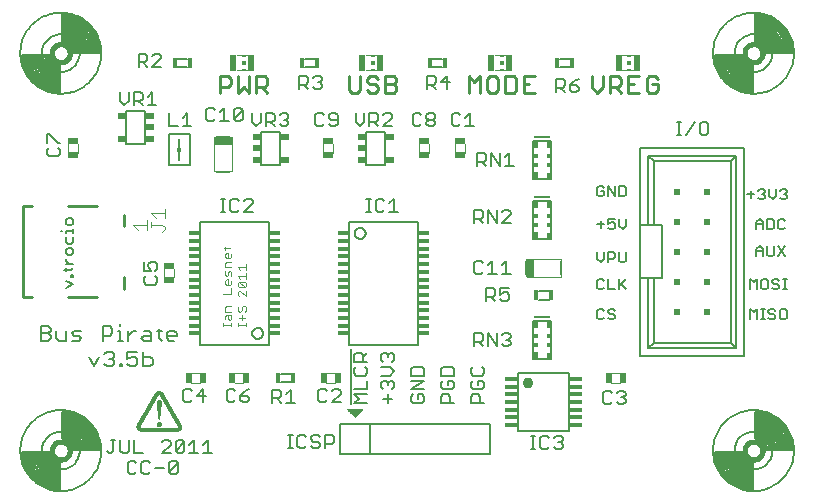
<source format=gto>
G75*
G70*
%OFA0B0*%
%FSLAX24Y24*%
%IPPOS*%
%LPD*%
%AMOC8*
5,1,8,0,0,1.08239X$1,22.5*
%
%ADD10C,0.0110*%
%ADD11C,0.0040*%
%ADD12C,0.0070*%
%ADD13C,0.0060*%
%ADD14C,0.0050*%
%ADD15R,0.0160X0.0340*%
%ADD16R,0.0118X0.0059*%
%ADD17R,0.0118X0.0118*%
%ADD18R,0.0236X0.0531*%
%ADD19R,0.0374X0.0197*%
%ADD20R,0.0374X0.0197*%
%ADD21R,0.0197X0.0374*%
%ADD22R,0.0197X0.0374*%
%ADD23R,0.0079X0.0472*%
%ADD24R,0.0256X0.0591*%
%ADD25R,0.0118X0.0157*%
%ADD26R,0.0472X0.0079*%
%ADD27R,0.0591X0.0256*%
%ADD28C,0.0080*%
%ADD29R,0.0423X0.0118*%
%ADD30C,0.0362*%
%ADD31R,0.0006X0.0006*%
%ADD32R,0.0006X0.0006*%
%ADD33R,0.0006X0.0006*%
%ADD34R,0.0006X0.0006*%
%ADD35C,0.0180*%
%ADD36C,0.0100*%
%ADD37R,0.0118X0.0236*%
%ADD38R,0.0118X0.0197*%
%ADD39R,0.0551X0.0039*%
%ADD40R,0.0551X0.0079*%
%ADD41R,0.0039X0.0079*%
%ADD42R,0.0200X0.0200*%
%ADD43C,0.0025*%
%ADD44R,0.0368X0.0128*%
%ADD45R,0.0256X0.0197*%
D10*
X007981Y018218D02*
X007981Y018769D01*
X008257Y018769D01*
X008348Y018677D01*
X008348Y018494D01*
X008257Y018402D01*
X007981Y018402D01*
X008589Y018218D02*
X008589Y018769D01*
X008956Y018769D02*
X008956Y018218D01*
X008773Y018402D01*
X008589Y018218D01*
X009197Y018218D02*
X009197Y018769D01*
X009472Y018769D01*
X009564Y018677D01*
X009564Y018494D01*
X009472Y018402D01*
X009197Y018402D01*
X009380Y018402D02*
X009564Y018218D01*
X012281Y018310D02*
X012373Y018218D01*
X012557Y018218D01*
X012648Y018310D01*
X012648Y018769D01*
X012889Y018677D02*
X012981Y018769D01*
X013164Y018769D01*
X013256Y018677D01*
X013164Y018494D02*
X012981Y018494D01*
X012889Y018585D01*
X012889Y018677D01*
X013164Y018494D02*
X013256Y018402D01*
X013256Y018310D01*
X013164Y018218D01*
X012981Y018218D01*
X012889Y018310D01*
X012281Y018310D02*
X012281Y018769D01*
X013497Y018769D02*
X013497Y018218D01*
X013772Y018218D01*
X013864Y018310D01*
X013864Y018402D01*
X013772Y018494D01*
X013497Y018494D01*
X013772Y018494D02*
X013864Y018585D01*
X013864Y018677D01*
X013772Y018769D01*
X013497Y018769D01*
X016281Y018769D02*
X016281Y018218D01*
X016648Y018218D02*
X016648Y018769D01*
X016465Y018585D01*
X016281Y018769D01*
X016889Y018677D02*
X016889Y018310D01*
X016981Y018218D01*
X017164Y018218D01*
X017256Y018310D01*
X017256Y018677D01*
X017164Y018769D01*
X016981Y018769D01*
X016889Y018677D01*
X017497Y018769D02*
X017497Y018218D01*
X017772Y018218D01*
X017864Y018310D01*
X017864Y018677D01*
X017772Y018769D01*
X017497Y018769D01*
X018105Y018769D02*
X018105Y018218D01*
X018472Y018218D01*
X018288Y018494D02*
X018105Y018494D01*
X018105Y018769D02*
X018472Y018769D01*
X020381Y018769D02*
X020381Y018402D01*
X020565Y018218D01*
X020748Y018402D01*
X020748Y018769D01*
X020989Y018769D02*
X021264Y018769D01*
X021356Y018677D01*
X021356Y018494D01*
X021264Y018402D01*
X020989Y018402D01*
X020989Y018218D02*
X020989Y018769D01*
X021173Y018402D02*
X021356Y018218D01*
X021597Y018218D02*
X021964Y018218D01*
X022205Y018310D02*
X022296Y018218D01*
X022480Y018218D01*
X022572Y018310D01*
X022572Y018494D01*
X022388Y018494D01*
X022205Y018677D02*
X022205Y018310D01*
X022205Y018677D02*
X022296Y018769D01*
X022480Y018769D01*
X022572Y018677D01*
X021964Y018769D02*
X021597Y018769D01*
X021597Y018218D01*
X021597Y018494D02*
X021780Y018494D01*
D11*
X021754Y018967D02*
X021389Y018967D01*
X021399Y019459D02*
X021754Y019459D01*
X017504Y019459D02*
X017149Y019459D01*
X017139Y018967D02*
X017504Y018967D01*
X016141Y016504D02*
X016141Y016223D01*
X015806Y016223D02*
X015806Y016504D01*
X014947Y016504D02*
X014947Y016223D01*
X014611Y016223D02*
X014611Y016504D01*
X011747Y016504D02*
X011747Y016223D01*
X011411Y016223D02*
X011411Y016504D01*
X008372Y016734D02*
X008372Y015593D01*
X007781Y015593D01*
X007781Y016734D01*
X008372Y016734D01*
X008539Y018967D02*
X008904Y018967D01*
X008904Y019459D02*
X008549Y019459D01*
X012849Y019459D02*
X013204Y019459D01*
X013204Y018967D02*
X012839Y018967D01*
X006147Y014355D02*
X006147Y014048D01*
X006147Y014201D02*
X005686Y014201D01*
X005840Y014048D01*
X005686Y013894D02*
X005686Y013741D01*
X005686Y013818D02*
X006070Y013818D01*
X006147Y013741D01*
X006147Y013664D01*
X006070Y013587D01*
X005556Y013654D02*
X005556Y013961D01*
X005556Y013808D02*
X005096Y013808D01*
X005249Y013654D01*
X006111Y012354D02*
X006111Y012073D01*
X006447Y012073D02*
X006447Y012354D01*
X008123Y013034D02*
X008310Y013034D01*
X008356Y013080D01*
X008170Y013080D02*
X008170Y012987D01*
X008216Y012879D02*
X008263Y012879D01*
X008263Y012692D01*
X008216Y012692D02*
X008170Y012739D01*
X008170Y012832D01*
X008216Y012879D01*
X008356Y012832D02*
X008356Y012739D01*
X008310Y012692D01*
X008216Y012692D01*
X008216Y012584D02*
X008356Y012584D01*
X008216Y012584D02*
X008170Y012538D01*
X008170Y012398D01*
X008356Y012398D01*
X008310Y012290D02*
X008263Y012243D01*
X008263Y012150D01*
X008216Y012103D01*
X008170Y012150D01*
X008170Y012290D01*
X008310Y012290D02*
X008356Y012243D01*
X008356Y012103D01*
X008263Y011995D02*
X008263Y011808D01*
X008216Y011808D02*
X008170Y011855D01*
X008170Y011949D01*
X008216Y011995D01*
X008263Y011995D01*
X008356Y011949D02*
X008356Y011855D01*
X008310Y011808D01*
X008216Y011808D01*
X008356Y011701D02*
X008356Y011514D01*
X008076Y011514D01*
X008216Y011111D02*
X008356Y011111D01*
X008216Y011111D02*
X008170Y011065D01*
X008170Y010924D01*
X008356Y010924D01*
X008356Y010817D02*
X008356Y010676D01*
X008310Y010630D01*
X008263Y010676D01*
X008263Y010817D01*
X008216Y010817D02*
X008356Y010817D01*
X008216Y010817D02*
X008170Y010770D01*
X008170Y010676D01*
X008076Y010527D02*
X008076Y010433D01*
X008076Y010480D02*
X008356Y010480D01*
X008356Y010433D02*
X008356Y010527D01*
X008576Y010527D02*
X008576Y010433D01*
X008576Y010480D02*
X008856Y010480D01*
X008856Y010433D02*
X008856Y010527D01*
X008716Y010630D02*
X008716Y010817D01*
X008670Y010924D02*
X008716Y010971D01*
X008716Y011065D01*
X008763Y011111D01*
X008810Y011111D01*
X008856Y011065D01*
X008856Y010971D01*
X008810Y010924D01*
X008670Y010924D02*
X008623Y010924D01*
X008576Y010971D01*
X008576Y011065D01*
X008623Y011111D01*
X008623Y011433D02*
X008576Y011480D01*
X008576Y011574D01*
X008623Y011620D01*
X008670Y011620D01*
X008856Y011433D01*
X008856Y011620D01*
X008810Y011728D02*
X008623Y011915D01*
X008810Y011915D01*
X008856Y011868D01*
X008856Y011775D01*
X008810Y011728D01*
X008623Y011728D01*
X008576Y011775D01*
X008576Y011868D01*
X008623Y011915D01*
X008670Y012023D02*
X008576Y012116D01*
X008856Y012116D01*
X008856Y012023D02*
X008856Y012209D01*
X008856Y012317D02*
X008856Y012504D01*
X008856Y012411D02*
X008576Y012411D01*
X008670Y012317D01*
X008623Y010723D02*
X008810Y010723D01*
X008767Y008878D02*
X008486Y008878D01*
X008486Y008543D02*
X008767Y008543D01*
X007317Y008543D02*
X007036Y008543D01*
X007036Y008878D02*
X007317Y008878D01*
X011536Y008878D02*
X011817Y008878D01*
X011817Y008543D02*
X011536Y008543D01*
X018206Y012068D02*
X018206Y012659D01*
X019347Y012659D01*
X019347Y012068D01*
X018206Y012068D01*
X021036Y008883D02*
X021317Y008883D01*
X021317Y008548D02*
X021036Y008548D01*
X003247Y016223D02*
X003247Y016504D01*
X002911Y016504D02*
X002911Y016223D01*
D12*
X004671Y010521D02*
X004671Y010439D01*
X004671Y010275D02*
X004671Y009948D01*
X004590Y009948D02*
X004753Y009948D01*
X004933Y009948D02*
X004933Y010275D01*
X004933Y010112D02*
X005097Y010275D01*
X005179Y010275D01*
X005445Y010275D02*
X005608Y010275D01*
X005690Y010194D01*
X005690Y009948D01*
X005445Y009948D01*
X005363Y010030D01*
X005445Y010112D01*
X005690Y010112D01*
X005879Y010275D02*
X006042Y010275D01*
X005960Y010357D02*
X005960Y010030D01*
X006042Y009948D01*
X006222Y010030D02*
X006222Y010194D01*
X006304Y010275D01*
X006468Y010275D01*
X006549Y010194D01*
X006549Y010112D01*
X006222Y010112D01*
X006222Y010030D02*
X006304Y009948D01*
X006468Y009948D01*
X005743Y009344D02*
X005661Y009425D01*
X005416Y009425D01*
X005416Y009589D02*
X005416Y009098D01*
X005661Y009098D01*
X005743Y009180D01*
X005743Y009344D01*
X005227Y009344D02*
X005227Y009180D01*
X005146Y009098D01*
X004982Y009098D01*
X004901Y009180D01*
X004901Y009344D02*
X005064Y009425D01*
X005146Y009425D01*
X005227Y009344D01*
X005227Y009589D02*
X004901Y009589D01*
X004901Y009344D01*
X004724Y009180D02*
X004724Y009098D01*
X004643Y009098D01*
X004643Y009180D01*
X004724Y009180D01*
X004454Y009180D02*
X004372Y009098D01*
X004209Y009098D01*
X004127Y009180D01*
X004291Y009344D02*
X004372Y009344D01*
X004454Y009262D01*
X004454Y009180D01*
X004372Y009344D02*
X004454Y009425D01*
X004454Y009507D01*
X004372Y009589D01*
X004209Y009589D01*
X004127Y009507D01*
X003938Y009425D02*
X003775Y009098D01*
X003611Y009425D01*
X003288Y009948D02*
X003043Y009948D01*
X003124Y010112D02*
X003043Y010194D01*
X003124Y010275D01*
X003370Y010275D01*
X003288Y010112D02*
X003124Y010112D01*
X003288Y010112D02*
X003370Y010030D01*
X003288Y009948D01*
X002854Y009948D02*
X002854Y010275D01*
X002854Y009948D02*
X002609Y009948D01*
X002527Y010030D01*
X002527Y010275D01*
X002338Y010275D02*
X002338Y010357D01*
X002257Y010439D01*
X002011Y010439D01*
X002011Y009948D01*
X002257Y009948D01*
X002338Y010030D01*
X002338Y010112D01*
X002257Y010194D01*
X002011Y010194D01*
X002257Y010194D02*
X002338Y010275D01*
X004074Y010112D02*
X004319Y010112D01*
X004401Y010194D01*
X004401Y010357D01*
X004319Y010439D01*
X004074Y010439D01*
X004074Y009948D01*
X004590Y010275D02*
X004671Y010275D01*
D13*
X004980Y005493D02*
X005127Y005493D01*
X005200Y005567D01*
X005367Y005567D02*
X005367Y005860D01*
X005440Y005934D01*
X005587Y005934D01*
X005660Y005860D01*
X005827Y005714D02*
X006121Y005714D01*
X006288Y005860D02*
X006361Y005934D01*
X006508Y005934D01*
X006581Y005860D01*
X006288Y005567D01*
X006361Y005493D01*
X006508Y005493D01*
X006581Y005567D01*
X006581Y005860D01*
X006288Y005860D02*
X006288Y005567D01*
X005660Y005567D02*
X005587Y005493D01*
X005440Y005493D01*
X005367Y005567D01*
X005200Y005860D02*
X005127Y005934D01*
X004980Y005934D01*
X004906Y005860D01*
X004906Y005567D01*
X004980Y005493D01*
X004887Y006193D02*
X004740Y006193D01*
X004667Y006267D01*
X004667Y006634D01*
X004500Y006634D02*
X004353Y006634D01*
X004427Y006634D02*
X004427Y006267D01*
X004353Y006193D01*
X004280Y006193D01*
X004206Y006267D01*
X004887Y006193D02*
X004960Y006267D01*
X004960Y006634D01*
X005127Y006634D02*
X005127Y006193D01*
X005421Y006193D01*
X006048Y006193D02*
X006341Y006487D01*
X006341Y006560D01*
X006268Y006634D01*
X006121Y006634D01*
X006048Y006560D01*
X006048Y006193D02*
X006341Y006193D01*
X006508Y006267D02*
X006802Y006560D01*
X006802Y006267D01*
X006728Y006193D01*
X006582Y006193D01*
X006508Y006267D01*
X006508Y006560D01*
X006582Y006634D01*
X006728Y006634D01*
X006802Y006560D01*
X006969Y006487D02*
X007115Y006634D01*
X007115Y006193D01*
X006969Y006193D02*
X007262Y006193D01*
X007429Y006193D02*
X007723Y006193D01*
X007576Y006193D02*
X007576Y006634D01*
X007429Y006487D01*
X007437Y007893D02*
X007437Y008334D01*
X007217Y008114D01*
X007510Y008114D01*
X007050Y008260D02*
X006977Y008334D01*
X006830Y008334D01*
X006756Y008260D01*
X006756Y007967D01*
X006830Y007893D01*
X006977Y007893D01*
X007050Y007967D01*
X008206Y007967D02*
X008280Y007893D01*
X008427Y007893D01*
X008500Y007967D01*
X008667Y007967D02*
X008667Y008114D01*
X008887Y008114D01*
X008960Y008040D01*
X008960Y007967D01*
X008887Y007893D01*
X008740Y007893D01*
X008667Y007967D01*
X008667Y008114D02*
X008814Y008260D01*
X008960Y008334D01*
X009736Y008324D02*
X009956Y008324D01*
X010029Y008250D01*
X010029Y008104D01*
X009956Y008030D01*
X009736Y008030D01*
X009882Y008030D02*
X010029Y007883D01*
X010196Y007883D02*
X010490Y007883D01*
X010343Y007883D02*
X010343Y008324D01*
X010196Y008177D01*
X010347Y008573D02*
X010006Y008573D01*
X010006Y008854D02*
X010347Y008854D01*
X009736Y008324D02*
X009736Y007883D01*
X008500Y008260D02*
X008427Y008334D01*
X008280Y008334D01*
X008206Y008260D01*
X008206Y007967D01*
X010261Y006810D02*
X010408Y006810D01*
X010335Y006810D02*
X010335Y006369D01*
X010408Y006369D02*
X010261Y006369D01*
X010568Y006443D02*
X010641Y006369D01*
X010788Y006369D01*
X010862Y006443D01*
X011028Y006443D02*
X011102Y006369D01*
X011249Y006369D01*
X011322Y006443D01*
X011322Y006516D01*
X011249Y006590D01*
X011102Y006590D01*
X011028Y006663D01*
X011028Y006736D01*
X011102Y006810D01*
X011249Y006810D01*
X011322Y006736D01*
X011489Y006810D02*
X011709Y006810D01*
X011782Y006736D01*
X011782Y006590D01*
X011709Y006516D01*
X011489Y006516D01*
X011489Y006369D02*
X011489Y006810D01*
X010862Y006736D02*
X010788Y006810D01*
X010641Y006810D01*
X010568Y006736D01*
X010568Y006443D01*
X011330Y007893D02*
X011477Y007893D01*
X011550Y007967D01*
X011717Y007893D02*
X012010Y008187D01*
X012010Y008260D01*
X011937Y008334D01*
X011790Y008334D01*
X011717Y008260D01*
X011550Y008260D02*
X011477Y008334D01*
X011330Y008334D01*
X011256Y008260D01*
X011256Y007967D01*
X011330Y007893D01*
X011717Y007893D02*
X012010Y007893D01*
X012341Y007839D02*
X012341Y009681D01*
X012275Y009816D02*
X012275Y013911D01*
X014578Y013911D01*
X014578Y009816D01*
X012275Y009816D01*
X012534Y009544D02*
X012681Y009544D01*
X012754Y009471D01*
X012754Y009250D01*
X012901Y009250D02*
X012461Y009250D01*
X012461Y009471D01*
X012534Y009544D01*
X012754Y009397D02*
X012901Y009544D01*
X013361Y009471D02*
X013361Y009324D01*
X013434Y009250D01*
X013361Y009084D02*
X013654Y009084D01*
X013801Y008937D01*
X013654Y008790D01*
X013361Y008790D01*
X013434Y008623D02*
X013361Y008550D01*
X013361Y008403D01*
X013434Y008330D01*
X013581Y008476D02*
X013581Y008550D01*
X013654Y008623D01*
X013728Y008623D01*
X013801Y008550D01*
X013801Y008403D01*
X013728Y008330D01*
X013581Y008163D02*
X013581Y007869D01*
X013434Y008016D02*
X013728Y008016D01*
X013581Y008550D02*
X013508Y008623D01*
X013434Y008623D01*
X012901Y008623D02*
X012901Y008330D01*
X012461Y008330D01*
X012461Y008163D02*
X012901Y008163D01*
X012901Y007869D02*
X012461Y007869D01*
X012608Y008016D01*
X012461Y008163D01*
X012534Y008790D02*
X012828Y008790D01*
X012901Y008863D01*
X012901Y009010D01*
X012828Y009084D01*
X012534Y009084D02*
X012461Y009010D01*
X012461Y008863D01*
X012534Y008790D01*
X013361Y009471D02*
X013434Y009544D01*
X013508Y009544D01*
X013581Y009471D01*
X013654Y009544D01*
X013728Y009544D01*
X013801Y009471D01*
X013801Y009324D01*
X013728Y009250D01*
X013581Y009397D02*
X013581Y009471D01*
X014361Y009010D02*
X014361Y008790D01*
X014801Y008790D01*
X014801Y009010D01*
X014728Y009084D01*
X014434Y009084D01*
X014361Y009010D01*
X014361Y008623D02*
X014801Y008623D01*
X014361Y008330D01*
X014801Y008330D01*
X014728Y008163D02*
X014581Y008163D01*
X014581Y008016D01*
X014434Y007869D02*
X014728Y007869D01*
X014801Y007943D01*
X014801Y008090D01*
X014728Y008163D01*
X014434Y008163D02*
X014361Y008090D01*
X014361Y007943D01*
X014434Y007869D01*
X015361Y007869D02*
X015361Y008090D01*
X015434Y008163D01*
X015581Y008163D01*
X015654Y008090D01*
X015654Y007869D01*
X015801Y007869D02*
X015361Y007869D01*
X015434Y008330D02*
X015728Y008330D01*
X015801Y008403D01*
X015801Y008550D01*
X015728Y008623D01*
X015581Y008623D01*
X015581Y008476D01*
X015434Y008330D02*
X015361Y008403D01*
X015361Y008550D01*
X015434Y008623D01*
X015361Y008790D02*
X015361Y009010D01*
X015434Y009084D01*
X015728Y009084D01*
X015801Y009010D01*
X015801Y008790D01*
X015361Y008790D01*
X016361Y008863D02*
X016434Y008790D01*
X016728Y008790D01*
X016801Y008863D01*
X016801Y009010D01*
X016728Y009084D01*
X016434Y009084D02*
X016361Y009010D01*
X016361Y008863D01*
X016434Y008623D02*
X016361Y008550D01*
X016361Y008403D01*
X016434Y008330D01*
X016728Y008330D01*
X016801Y008403D01*
X016801Y008550D01*
X016728Y008623D01*
X016581Y008623D01*
X016581Y008476D01*
X016581Y008163D02*
X016654Y008090D01*
X016654Y007869D01*
X016801Y007869D02*
X016361Y007869D01*
X016361Y008090D01*
X016434Y008163D01*
X016581Y008163D01*
X018356Y006784D02*
X018503Y006784D01*
X018430Y006784D02*
X018430Y006343D01*
X018503Y006343D02*
X018356Y006343D01*
X018663Y006417D02*
X018737Y006343D01*
X018884Y006343D01*
X018957Y006417D01*
X019124Y006417D02*
X019197Y006343D01*
X019344Y006343D01*
X019417Y006417D01*
X019417Y006490D01*
X019344Y006564D01*
X019270Y006564D01*
X019344Y006564D02*
X019417Y006637D01*
X019417Y006710D01*
X019344Y006784D01*
X019197Y006784D01*
X019124Y006710D01*
X018957Y006710D02*
X018884Y006784D01*
X018737Y006784D01*
X018663Y006710D01*
X018663Y006417D01*
X020756Y007917D02*
X020830Y007843D01*
X020977Y007843D01*
X021050Y007917D01*
X021217Y007917D02*
X021290Y007843D01*
X021437Y007843D01*
X021510Y007917D01*
X021510Y007990D01*
X021437Y008064D01*
X021364Y008064D01*
X021437Y008064D02*
X021510Y008137D01*
X021510Y008210D01*
X021437Y008284D01*
X021290Y008284D01*
X021217Y008210D01*
X021050Y008210D02*
X020977Y008284D01*
X020830Y008284D01*
X020756Y008210D01*
X020756Y007917D01*
X021994Y009437D02*
X021994Y012028D01*
X022719Y012028D01*
X022719Y013799D01*
X022447Y013799D01*
X021994Y013799D01*
X021994Y016390D01*
X025459Y016390D01*
X025459Y009437D01*
X021994Y009437D01*
X022266Y009709D02*
X022447Y009890D01*
X022447Y012028D01*
X022266Y012028D02*
X022266Y009709D01*
X025187Y009709D01*
X025006Y009890D01*
X022447Y009890D01*
X025006Y009890D02*
X025006Y015937D01*
X025187Y016118D01*
X022266Y016118D01*
X022447Y015937D01*
X022447Y013799D01*
X022266Y013799D02*
X022266Y016118D01*
X022447Y015937D02*
X025006Y015937D01*
X025187Y016118D02*
X025187Y009709D01*
X021994Y012028D02*
X021994Y013799D01*
X018947Y011604D02*
X018606Y011604D01*
X018606Y011323D02*
X018947Y011323D01*
X017615Y011343D02*
X017542Y011269D01*
X017395Y011269D01*
X017322Y011343D01*
X017322Y011490D02*
X017468Y011563D01*
X017542Y011563D01*
X017615Y011490D01*
X017615Y011343D01*
X017322Y011490D02*
X017322Y011710D01*
X017615Y011710D01*
X017155Y011636D02*
X017155Y011490D01*
X017081Y011416D01*
X016861Y011416D01*
X016861Y011269D02*
X016861Y011710D01*
X017081Y011710D01*
X017155Y011636D01*
X017008Y011416D02*
X017155Y011269D01*
X017215Y012169D02*
X016922Y012169D01*
X017068Y012169D02*
X017068Y012610D01*
X016922Y012463D01*
X016755Y012536D02*
X016681Y012610D01*
X016535Y012610D01*
X016461Y012536D01*
X016461Y012243D01*
X016535Y012169D01*
X016681Y012169D01*
X016755Y012243D01*
X017382Y012169D02*
X017675Y012169D01*
X017529Y012169D02*
X017529Y012610D01*
X017382Y012463D01*
X017382Y013869D02*
X017675Y014163D01*
X017675Y014236D01*
X017602Y014310D01*
X017455Y014310D01*
X017382Y014236D01*
X017215Y014310D02*
X017215Y013869D01*
X016922Y014310D01*
X016922Y013869D01*
X016755Y013869D02*
X016608Y014016D01*
X016681Y014016D02*
X016461Y014016D01*
X016461Y013869D02*
X016461Y014310D01*
X016681Y014310D01*
X016755Y014236D01*
X016755Y014090D01*
X016681Y014016D01*
X017382Y013869D02*
X017675Y013869D01*
X017629Y015769D02*
X017629Y016210D01*
X017482Y016063D01*
X017315Y016210D02*
X017315Y015769D01*
X017022Y016210D01*
X017022Y015769D01*
X016855Y015769D02*
X016708Y015916D01*
X016781Y015916D02*
X016561Y015916D01*
X016561Y015769D02*
X016561Y016210D01*
X016781Y016210D01*
X016855Y016136D01*
X016855Y015990D01*
X016781Y015916D01*
X017482Y015769D02*
X017775Y015769D01*
X016460Y017093D02*
X016167Y017093D01*
X016314Y017093D02*
X016314Y017534D01*
X016167Y017387D01*
X016000Y017460D02*
X015927Y017534D01*
X015780Y017534D01*
X015706Y017460D01*
X015706Y017167D01*
X015780Y017093D01*
X015927Y017093D01*
X016000Y017167D01*
X015160Y017167D02*
X015087Y017093D01*
X014940Y017093D01*
X014867Y017167D01*
X014867Y017240D01*
X014940Y017314D01*
X015087Y017314D01*
X015160Y017240D01*
X015160Y017167D01*
X015087Y017314D02*
X015160Y017387D01*
X015160Y017460D01*
X015087Y017534D01*
X014940Y017534D01*
X014867Y017460D01*
X014867Y017387D01*
X014940Y017314D01*
X014700Y017460D02*
X014627Y017534D01*
X014480Y017534D01*
X014406Y017460D01*
X014406Y017167D01*
X014480Y017093D01*
X014627Y017093D01*
X014700Y017167D01*
X013721Y017093D02*
X013427Y017093D01*
X013721Y017387D01*
X013721Y017460D01*
X013647Y017534D01*
X013501Y017534D01*
X013427Y017460D01*
X013260Y017460D02*
X013260Y017314D01*
X013187Y017240D01*
X012967Y017240D01*
X013114Y017240D02*
X013260Y017093D01*
X013495Y016923D02*
X013495Y016886D01*
X013495Y016923D02*
X013495Y015804D01*
X013495Y015841D01*
X013495Y015804D02*
X012858Y015804D01*
X012858Y015841D01*
X012858Y015804D02*
X012858Y016923D01*
X012858Y016886D01*
X012858Y016923D02*
X013495Y016923D01*
X013495Y016569D02*
X013495Y016158D01*
X012858Y016158D02*
X012858Y016195D01*
X012858Y016532D02*
X012858Y016569D01*
X012967Y017093D02*
X012967Y017534D01*
X013187Y017534D01*
X013260Y017460D01*
X012800Y017534D02*
X012800Y017240D01*
X012653Y017093D01*
X012506Y017240D01*
X012506Y017534D01*
X011910Y017460D02*
X011910Y017167D01*
X011837Y017093D01*
X011690Y017093D01*
X011617Y017167D01*
X011690Y017314D02*
X011910Y017314D01*
X011910Y017460D02*
X011837Y017534D01*
X011690Y017534D01*
X011617Y017460D01*
X011617Y017387D01*
X011690Y017314D01*
X011450Y017460D02*
X011377Y017534D01*
X011230Y017534D01*
X011156Y017460D01*
X011156Y017167D01*
X011230Y017093D01*
X011377Y017093D01*
X011450Y017167D01*
X010271Y017167D02*
X010197Y017093D01*
X010051Y017093D01*
X009977Y017167D01*
X009810Y017093D02*
X009664Y017240D01*
X009737Y017240D02*
X009517Y017240D01*
X009517Y017093D02*
X009517Y017534D01*
X009737Y017534D01*
X009810Y017460D01*
X009810Y017314D01*
X009737Y017240D01*
X009977Y017460D02*
X010051Y017534D01*
X010197Y017534D01*
X010271Y017460D01*
X010271Y017387D01*
X010197Y017314D01*
X010271Y017240D01*
X010271Y017167D01*
X010197Y017314D02*
X010124Y017314D01*
X009995Y016923D02*
X009358Y016923D01*
X009358Y016886D01*
X009358Y016923D02*
X009358Y015804D01*
X009358Y015841D01*
X009358Y015804D02*
X009995Y015804D01*
X009995Y015841D01*
X009995Y015804D02*
X009995Y016923D01*
X009995Y016886D01*
X009995Y016569D02*
X009995Y016158D01*
X009358Y016158D02*
X009358Y016195D01*
X009358Y016532D02*
X009358Y016569D01*
X009203Y017093D02*
X009350Y017240D01*
X009350Y017534D01*
X009056Y017534D02*
X009056Y017240D01*
X009203Y017093D01*
X008741Y017351D02*
X008667Y017277D01*
X008521Y017277D01*
X008447Y017351D01*
X008741Y017644D01*
X008741Y017351D01*
X008447Y017351D02*
X008447Y017644D01*
X008521Y017718D01*
X008667Y017718D01*
X008741Y017644D01*
X008134Y017718D02*
X008134Y017277D01*
X008280Y017277D02*
X007987Y017277D01*
X007820Y017351D02*
X007747Y017277D01*
X007600Y017277D01*
X007527Y017351D01*
X007527Y017644D01*
X007600Y017718D01*
X007747Y017718D01*
X007820Y017644D01*
X007987Y017571D02*
X008134Y017718D01*
X007035Y017093D02*
X006742Y017093D01*
X006889Y017093D02*
X006889Y017534D01*
X006742Y017387D01*
X006281Y017534D02*
X006281Y017093D01*
X006575Y017093D01*
X005871Y017793D02*
X005577Y017793D01*
X005724Y017793D02*
X005724Y018234D01*
X005577Y018087D01*
X005410Y018160D02*
X005410Y018014D01*
X005337Y017940D01*
X005117Y017940D01*
X005264Y017940D02*
X005410Y017793D01*
X005495Y017623D02*
X005495Y017586D01*
X005495Y017623D02*
X005495Y016504D01*
X005495Y016541D01*
X005495Y016504D02*
X004858Y016504D01*
X004858Y016541D01*
X004858Y016504D02*
X004858Y017623D01*
X004858Y017586D01*
X004858Y017623D02*
X005495Y017623D01*
X005117Y017793D02*
X005117Y018234D01*
X005337Y018234D01*
X005410Y018160D01*
X004950Y018234D02*
X004950Y017940D01*
X004803Y017793D01*
X004656Y017940D01*
X004656Y018234D01*
X004858Y017269D02*
X004858Y016858D01*
X005495Y016858D02*
X005495Y016895D01*
X005495Y017232D02*
X005495Y017269D01*
X002646Y016554D02*
X002573Y016554D01*
X002279Y016847D01*
X002206Y016847D01*
X002206Y016554D01*
X002279Y016387D02*
X002206Y016314D01*
X002206Y016167D01*
X002279Y016093D01*
X002573Y016093D01*
X002646Y016167D01*
X002646Y016314D01*
X002573Y016387D01*
X005276Y019083D02*
X005276Y019524D01*
X005496Y019524D01*
X005569Y019450D01*
X005569Y019304D01*
X005496Y019230D01*
X005276Y019230D01*
X005422Y019230D02*
X005569Y019083D01*
X005736Y019083D02*
X006030Y019377D01*
X006030Y019450D01*
X005956Y019524D01*
X005809Y019524D01*
X005736Y019450D01*
X005736Y019083D02*
X006030Y019083D01*
X006556Y019073D02*
X006897Y019073D01*
X006897Y019354D02*
X006556Y019354D01*
X001331Y019537D02*
X001333Y019610D01*
X001339Y019683D01*
X001349Y019755D01*
X001363Y019827D01*
X001380Y019898D01*
X001402Y019968D01*
X001427Y020037D01*
X001456Y020104D01*
X001488Y020169D01*
X001524Y020233D01*
X001564Y020295D01*
X001606Y020354D01*
X001652Y020411D01*
X001701Y020465D01*
X001753Y020517D01*
X001807Y020566D01*
X001864Y020612D01*
X001923Y020654D01*
X001985Y020694D01*
X002049Y020730D01*
X002114Y020762D01*
X002181Y020791D01*
X002250Y020816D01*
X002320Y020838D01*
X002391Y020855D01*
X002463Y020869D01*
X002535Y020879D01*
X002608Y020885D01*
X002681Y020887D01*
X002754Y020885D01*
X002827Y020879D01*
X002899Y020869D01*
X002971Y020855D01*
X003042Y020838D01*
X003112Y020816D01*
X003181Y020791D01*
X003248Y020762D01*
X003313Y020730D01*
X003377Y020694D01*
X003439Y020654D01*
X003498Y020612D01*
X003555Y020566D01*
X003609Y020517D01*
X003661Y020465D01*
X003710Y020411D01*
X003756Y020354D01*
X003798Y020295D01*
X003838Y020233D01*
X003874Y020169D01*
X003906Y020104D01*
X003935Y020037D01*
X003960Y019968D01*
X003982Y019898D01*
X003999Y019827D01*
X004013Y019755D01*
X004023Y019683D01*
X004029Y019610D01*
X004031Y019537D01*
X004029Y019464D01*
X004023Y019391D01*
X004013Y019319D01*
X003999Y019247D01*
X003982Y019176D01*
X003960Y019106D01*
X003935Y019037D01*
X003906Y018970D01*
X003874Y018905D01*
X003838Y018841D01*
X003798Y018779D01*
X003756Y018720D01*
X003710Y018663D01*
X003661Y018609D01*
X003609Y018557D01*
X003555Y018508D01*
X003498Y018462D01*
X003439Y018420D01*
X003377Y018380D01*
X003313Y018344D01*
X003248Y018312D01*
X003181Y018283D01*
X003112Y018258D01*
X003042Y018236D01*
X002971Y018219D01*
X002899Y018205D01*
X002827Y018195D01*
X002754Y018189D01*
X002681Y018187D01*
X002608Y018189D01*
X002535Y018195D01*
X002463Y018205D01*
X002391Y018219D01*
X002320Y018236D01*
X002250Y018258D01*
X002181Y018283D01*
X002114Y018312D01*
X002049Y018344D01*
X001985Y018380D01*
X001923Y018420D01*
X001864Y018462D01*
X001807Y018508D01*
X001753Y018557D01*
X001701Y018609D01*
X001652Y018663D01*
X001606Y018720D01*
X001564Y018779D01*
X001524Y018841D01*
X001488Y018905D01*
X001456Y018970D01*
X001427Y019037D01*
X001402Y019106D01*
X001380Y019176D01*
X001363Y019247D01*
X001349Y019319D01*
X001339Y019391D01*
X001333Y019464D01*
X001331Y019537D01*
X008020Y014684D02*
X008167Y014684D01*
X008093Y014684D02*
X008093Y014243D01*
X008020Y014243D02*
X008167Y014243D01*
X008327Y014317D02*
X008400Y014243D01*
X008547Y014243D01*
X008620Y014317D01*
X008787Y014243D02*
X009081Y014537D01*
X009081Y014610D01*
X009007Y014684D01*
X008860Y014684D01*
X008787Y014610D01*
X008620Y014610D02*
X008547Y014684D01*
X008400Y014684D01*
X008327Y014610D01*
X008327Y014317D01*
X008787Y014243D02*
X009081Y014243D01*
X009628Y013911D02*
X009628Y009816D01*
X007325Y009816D01*
X007325Y013911D01*
X009628Y013911D01*
X012478Y013527D02*
X012480Y013553D01*
X012486Y013579D01*
X012495Y013604D01*
X012508Y013627D01*
X012524Y013648D01*
X012543Y013666D01*
X012565Y013682D01*
X012588Y013694D01*
X012613Y013702D01*
X012639Y013707D01*
X012666Y013708D01*
X012692Y013705D01*
X012717Y013698D01*
X012742Y013688D01*
X012764Y013674D01*
X012785Y013657D01*
X012802Y013638D01*
X012817Y013616D01*
X012828Y013592D01*
X012836Y013566D01*
X012840Y013540D01*
X012840Y013514D01*
X012836Y013488D01*
X012828Y013462D01*
X012817Y013438D01*
X012802Y013416D01*
X012785Y013397D01*
X012764Y013380D01*
X012742Y013366D01*
X012717Y013356D01*
X012692Y013349D01*
X012666Y013346D01*
X012639Y013347D01*
X012613Y013352D01*
X012588Y013360D01*
X012565Y013372D01*
X012543Y013388D01*
X012524Y013406D01*
X012508Y013427D01*
X012495Y013450D01*
X012486Y013475D01*
X012480Y013501D01*
X012478Y013527D01*
X012870Y014243D02*
X013017Y014243D01*
X012943Y014243D02*
X012943Y014684D01*
X012870Y014684D02*
X013017Y014684D01*
X013177Y014610D02*
X013250Y014684D01*
X013397Y014684D01*
X013470Y014610D01*
X013637Y014537D02*
X013784Y014684D01*
X013784Y014243D01*
X013637Y014243D02*
X013931Y014243D01*
X013470Y014317D02*
X013397Y014243D01*
X013250Y014243D01*
X013177Y014317D01*
X013177Y014610D01*
X019186Y018243D02*
X019186Y018684D01*
X019406Y018684D01*
X019479Y018610D01*
X019479Y018464D01*
X019406Y018390D01*
X019186Y018390D01*
X019332Y018390D02*
X019479Y018243D01*
X019646Y018317D02*
X019719Y018243D01*
X019866Y018243D01*
X019940Y018317D01*
X019940Y018390D01*
X019866Y018464D01*
X019646Y018464D01*
X019646Y018317D01*
X019646Y018464D02*
X019793Y018610D01*
X019940Y018684D01*
X019647Y019073D02*
X019306Y019073D01*
X019306Y019354D02*
X019647Y019354D01*
X023206Y017234D02*
X023353Y017234D01*
X023280Y017234D02*
X023280Y016793D01*
X023353Y016793D02*
X023206Y016793D01*
X023513Y016793D02*
X023807Y017234D01*
X023974Y017160D02*
X023974Y016867D01*
X024047Y016793D01*
X024194Y016793D01*
X024267Y016867D01*
X024267Y017160D01*
X024194Y017234D01*
X024047Y017234D01*
X023974Y017160D01*
X024422Y019537D02*
X024424Y019610D01*
X024430Y019683D01*
X024440Y019755D01*
X024454Y019827D01*
X024471Y019898D01*
X024493Y019968D01*
X024518Y020037D01*
X024547Y020104D01*
X024579Y020169D01*
X024615Y020233D01*
X024655Y020295D01*
X024697Y020354D01*
X024743Y020411D01*
X024792Y020465D01*
X024844Y020517D01*
X024898Y020566D01*
X024955Y020612D01*
X025014Y020654D01*
X025076Y020694D01*
X025140Y020730D01*
X025205Y020762D01*
X025272Y020791D01*
X025341Y020816D01*
X025411Y020838D01*
X025482Y020855D01*
X025554Y020869D01*
X025626Y020879D01*
X025699Y020885D01*
X025772Y020887D01*
X025845Y020885D01*
X025918Y020879D01*
X025990Y020869D01*
X026062Y020855D01*
X026133Y020838D01*
X026203Y020816D01*
X026272Y020791D01*
X026339Y020762D01*
X026404Y020730D01*
X026468Y020694D01*
X026530Y020654D01*
X026589Y020612D01*
X026646Y020566D01*
X026700Y020517D01*
X026752Y020465D01*
X026801Y020411D01*
X026847Y020354D01*
X026889Y020295D01*
X026929Y020233D01*
X026965Y020169D01*
X026997Y020104D01*
X027026Y020037D01*
X027051Y019968D01*
X027073Y019898D01*
X027090Y019827D01*
X027104Y019755D01*
X027114Y019683D01*
X027120Y019610D01*
X027122Y019537D01*
X027120Y019464D01*
X027114Y019391D01*
X027104Y019319D01*
X027090Y019247D01*
X027073Y019176D01*
X027051Y019106D01*
X027026Y019037D01*
X026997Y018970D01*
X026965Y018905D01*
X026929Y018841D01*
X026889Y018779D01*
X026847Y018720D01*
X026801Y018663D01*
X026752Y018609D01*
X026700Y018557D01*
X026646Y018508D01*
X026589Y018462D01*
X026530Y018420D01*
X026468Y018380D01*
X026404Y018344D01*
X026339Y018312D01*
X026272Y018283D01*
X026203Y018258D01*
X026133Y018236D01*
X026062Y018219D01*
X025990Y018205D01*
X025918Y018195D01*
X025845Y018189D01*
X025772Y018187D01*
X025699Y018189D01*
X025626Y018195D01*
X025554Y018205D01*
X025482Y018219D01*
X025411Y018236D01*
X025341Y018258D01*
X025272Y018283D01*
X025205Y018312D01*
X025140Y018344D01*
X025076Y018380D01*
X025014Y018420D01*
X024955Y018462D01*
X024898Y018508D01*
X024844Y018557D01*
X024792Y018609D01*
X024743Y018663D01*
X024697Y018720D01*
X024655Y018779D01*
X024615Y018841D01*
X024579Y018905D01*
X024547Y018970D01*
X024518Y019037D01*
X024493Y019106D01*
X024471Y019176D01*
X024454Y019247D01*
X024440Y019319D01*
X024430Y019391D01*
X024424Y019464D01*
X024422Y019537D01*
X015640Y018564D02*
X015346Y018564D01*
X015566Y018784D01*
X015566Y018343D01*
X015179Y018343D02*
X015032Y018490D01*
X015106Y018490D02*
X014886Y018490D01*
X014886Y018343D02*
X014886Y018784D01*
X015106Y018784D01*
X015179Y018710D01*
X015179Y018564D01*
X015106Y018490D01*
X015056Y019073D02*
X015397Y019073D01*
X015397Y019354D02*
X015056Y019354D01*
X011390Y018710D02*
X011390Y018637D01*
X011316Y018564D01*
X011390Y018490D01*
X011390Y018417D01*
X011316Y018343D01*
X011169Y018343D01*
X011096Y018417D01*
X010929Y018343D02*
X010782Y018490D01*
X010856Y018490D02*
X010636Y018490D01*
X010636Y018343D02*
X010636Y018784D01*
X010856Y018784D01*
X010929Y018710D01*
X010929Y018564D01*
X010856Y018490D01*
X011096Y018710D02*
X011169Y018784D01*
X011316Y018784D01*
X011390Y018710D01*
X011316Y018564D02*
X011243Y018564D01*
X011147Y019073D02*
X010806Y019073D01*
X010806Y019354D02*
X011147Y019354D01*
X005823Y012577D02*
X005676Y012577D01*
X005603Y012503D01*
X005603Y012430D01*
X005676Y012283D01*
X005456Y012283D01*
X005456Y012577D01*
X005823Y012577D02*
X005896Y012503D01*
X005896Y012356D01*
X005823Y012283D01*
X005823Y012116D02*
X005896Y012043D01*
X005896Y011896D01*
X005823Y011823D01*
X005529Y011823D01*
X005456Y011896D01*
X005456Y012043D01*
X005529Y012116D01*
X009063Y010200D02*
X009065Y010226D01*
X009071Y010252D01*
X009080Y010277D01*
X009093Y010300D01*
X009109Y010321D01*
X009128Y010339D01*
X009150Y010355D01*
X009173Y010367D01*
X009198Y010375D01*
X009224Y010380D01*
X009251Y010381D01*
X009277Y010378D01*
X009302Y010371D01*
X009327Y010361D01*
X009349Y010347D01*
X009370Y010330D01*
X009387Y010311D01*
X009402Y010289D01*
X009413Y010265D01*
X009421Y010239D01*
X009425Y010213D01*
X009425Y010187D01*
X009421Y010161D01*
X009413Y010135D01*
X009402Y010111D01*
X009387Y010089D01*
X009370Y010070D01*
X009349Y010053D01*
X009327Y010039D01*
X009302Y010029D01*
X009277Y010022D01*
X009251Y010019D01*
X009224Y010020D01*
X009198Y010025D01*
X009173Y010033D01*
X009150Y010045D01*
X009128Y010061D01*
X009109Y010079D01*
X009093Y010100D01*
X009080Y010123D01*
X009071Y010148D01*
X009065Y010174D01*
X009063Y010200D01*
X001331Y006289D02*
X001333Y006362D01*
X001339Y006435D01*
X001349Y006507D01*
X001363Y006579D01*
X001380Y006650D01*
X001402Y006720D01*
X001427Y006789D01*
X001456Y006856D01*
X001488Y006921D01*
X001524Y006985D01*
X001564Y007047D01*
X001606Y007106D01*
X001652Y007163D01*
X001701Y007217D01*
X001753Y007269D01*
X001807Y007318D01*
X001864Y007364D01*
X001923Y007406D01*
X001985Y007446D01*
X002049Y007482D01*
X002114Y007514D01*
X002181Y007543D01*
X002250Y007568D01*
X002320Y007590D01*
X002391Y007607D01*
X002463Y007621D01*
X002535Y007631D01*
X002608Y007637D01*
X002681Y007639D01*
X002754Y007637D01*
X002827Y007631D01*
X002899Y007621D01*
X002971Y007607D01*
X003042Y007590D01*
X003112Y007568D01*
X003181Y007543D01*
X003248Y007514D01*
X003313Y007482D01*
X003377Y007446D01*
X003439Y007406D01*
X003498Y007364D01*
X003555Y007318D01*
X003609Y007269D01*
X003661Y007217D01*
X003710Y007163D01*
X003756Y007106D01*
X003798Y007047D01*
X003838Y006985D01*
X003874Y006921D01*
X003906Y006856D01*
X003935Y006789D01*
X003960Y006720D01*
X003982Y006650D01*
X003999Y006579D01*
X004013Y006507D01*
X004023Y006435D01*
X004029Y006362D01*
X004031Y006289D01*
X004029Y006216D01*
X004023Y006143D01*
X004013Y006071D01*
X003999Y005999D01*
X003982Y005928D01*
X003960Y005858D01*
X003935Y005789D01*
X003906Y005722D01*
X003874Y005657D01*
X003838Y005593D01*
X003798Y005531D01*
X003756Y005472D01*
X003710Y005415D01*
X003661Y005361D01*
X003609Y005309D01*
X003555Y005260D01*
X003498Y005214D01*
X003439Y005172D01*
X003377Y005132D01*
X003313Y005096D01*
X003248Y005064D01*
X003181Y005035D01*
X003112Y005010D01*
X003042Y004988D01*
X002971Y004971D01*
X002899Y004957D01*
X002827Y004947D01*
X002754Y004941D01*
X002681Y004939D01*
X002608Y004941D01*
X002535Y004947D01*
X002463Y004957D01*
X002391Y004971D01*
X002320Y004988D01*
X002250Y005010D01*
X002181Y005035D01*
X002114Y005064D01*
X002049Y005096D01*
X001985Y005132D01*
X001923Y005172D01*
X001864Y005214D01*
X001807Y005260D01*
X001753Y005309D01*
X001701Y005361D01*
X001652Y005415D01*
X001606Y005472D01*
X001564Y005531D01*
X001524Y005593D01*
X001488Y005657D01*
X001456Y005722D01*
X001427Y005789D01*
X001402Y005858D01*
X001380Y005928D01*
X001363Y005999D01*
X001349Y006071D01*
X001339Y006143D01*
X001333Y006216D01*
X001331Y006289D01*
X016461Y009769D02*
X016461Y010210D01*
X016681Y010210D01*
X016755Y010136D01*
X016755Y009990D01*
X016681Y009916D01*
X016461Y009916D01*
X016608Y009916D02*
X016755Y009769D01*
X016922Y009769D02*
X016922Y010210D01*
X017215Y009769D01*
X017215Y010210D01*
X017382Y010136D02*
X017455Y010210D01*
X017602Y010210D01*
X017675Y010136D01*
X017675Y010063D01*
X017602Y009990D01*
X017675Y009916D01*
X017675Y009843D01*
X017602Y009769D01*
X017455Y009769D01*
X017382Y009843D01*
X017529Y009990D02*
X017602Y009990D01*
X024422Y006289D02*
X024424Y006362D01*
X024430Y006435D01*
X024440Y006507D01*
X024454Y006579D01*
X024471Y006650D01*
X024493Y006720D01*
X024518Y006789D01*
X024547Y006856D01*
X024579Y006921D01*
X024615Y006985D01*
X024655Y007047D01*
X024697Y007106D01*
X024743Y007163D01*
X024792Y007217D01*
X024844Y007269D01*
X024898Y007318D01*
X024955Y007364D01*
X025014Y007406D01*
X025076Y007446D01*
X025140Y007482D01*
X025205Y007514D01*
X025272Y007543D01*
X025341Y007568D01*
X025411Y007590D01*
X025482Y007607D01*
X025554Y007621D01*
X025626Y007631D01*
X025699Y007637D01*
X025772Y007639D01*
X025845Y007637D01*
X025918Y007631D01*
X025990Y007621D01*
X026062Y007607D01*
X026133Y007590D01*
X026203Y007568D01*
X026272Y007543D01*
X026339Y007514D01*
X026404Y007482D01*
X026468Y007446D01*
X026530Y007406D01*
X026589Y007364D01*
X026646Y007318D01*
X026700Y007269D01*
X026752Y007217D01*
X026801Y007163D01*
X026847Y007106D01*
X026889Y007047D01*
X026929Y006985D01*
X026965Y006921D01*
X026997Y006856D01*
X027026Y006789D01*
X027051Y006720D01*
X027073Y006650D01*
X027090Y006579D01*
X027104Y006507D01*
X027114Y006435D01*
X027120Y006362D01*
X027122Y006289D01*
X027120Y006216D01*
X027114Y006143D01*
X027104Y006071D01*
X027090Y005999D01*
X027073Y005928D01*
X027051Y005858D01*
X027026Y005789D01*
X026997Y005722D01*
X026965Y005657D01*
X026929Y005593D01*
X026889Y005531D01*
X026847Y005472D01*
X026801Y005415D01*
X026752Y005361D01*
X026700Y005309D01*
X026646Y005260D01*
X026589Y005214D01*
X026530Y005172D01*
X026468Y005132D01*
X026404Y005096D01*
X026339Y005064D01*
X026272Y005035D01*
X026203Y005010D01*
X026133Y004988D01*
X026062Y004971D01*
X025990Y004957D01*
X025918Y004947D01*
X025845Y004941D01*
X025772Y004939D01*
X025699Y004941D01*
X025626Y004947D01*
X025554Y004957D01*
X025482Y004971D01*
X025411Y004988D01*
X025341Y005010D01*
X025272Y005035D01*
X025205Y005064D01*
X025140Y005096D01*
X025076Y005132D01*
X025014Y005172D01*
X024955Y005214D01*
X024898Y005260D01*
X024844Y005309D01*
X024792Y005361D01*
X024743Y005415D01*
X024697Y005472D01*
X024655Y005531D01*
X024615Y005593D01*
X024579Y005657D01*
X024547Y005722D01*
X024518Y005789D01*
X024493Y005858D01*
X024471Y005928D01*
X024454Y005999D01*
X024440Y006071D01*
X024430Y006143D01*
X024424Y006216D01*
X024422Y006289D01*
D14*
X025656Y010664D02*
X025656Y011015D01*
X025773Y010898D01*
X025890Y011015D01*
X025890Y010664D01*
X026024Y010664D02*
X026141Y010664D01*
X026083Y010664D02*
X026083Y011015D01*
X026141Y011015D02*
X026024Y011015D01*
X026270Y010956D02*
X026328Y011015D01*
X026445Y011015D01*
X026504Y010956D01*
X026445Y010839D02*
X026504Y010781D01*
X026504Y010723D01*
X026445Y010664D01*
X026328Y010664D01*
X026270Y010723D01*
X026328Y010839D02*
X026445Y010839D01*
X026328Y010839D02*
X026270Y010898D01*
X026270Y010956D01*
X026638Y010956D02*
X026638Y010723D01*
X026697Y010664D01*
X026813Y010664D01*
X026872Y010723D01*
X026872Y010956D01*
X026813Y011015D01*
X026697Y011015D01*
X026638Y010956D01*
X026568Y011664D02*
X026451Y011664D01*
X026393Y011723D01*
X026451Y011839D02*
X026393Y011898D01*
X026393Y011956D01*
X026451Y012015D01*
X026568Y012015D01*
X026626Y011956D01*
X026568Y011839D02*
X026626Y011781D01*
X026626Y011723D01*
X026568Y011664D01*
X026568Y011839D02*
X026451Y011839D01*
X026258Y011723D02*
X026258Y011956D01*
X026200Y012015D01*
X026083Y012015D01*
X026024Y011956D01*
X026024Y011723D01*
X026083Y011664D01*
X026200Y011664D01*
X026258Y011723D01*
X025890Y011664D02*
X025890Y012015D01*
X025773Y011898D01*
X025656Y012015D01*
X025656Y011664D01*
X026761Y011664D02*
X026878Y011664D01*
X026819Y011664D02*
X026819Y012015D01*
X026761Y012015D02*
X026878Y012015D01*
X026826Y012764D02*
X026593Y013115D01*
X026458Y013115D02*
X026458Y012823D01*
X026400Y012764D01*
X026283Y012764D01*
X026224Y012823D01*
X026224Y013115D01*
X026090Y012998D02*
X026090Y012764D01*
X026090Y012939D02*
X025856Y012939D01*
X025856Y012998D02*
X025973Y013115D01*
X026090Y012998D01*
X025856Y012998D02*
X025856Y012764D01*
X026593Y012764D02*
X026826Y013115D01*
X026768Y013664D02*
X026826Y013723D01*
X026768Y013664D02*
X026651Y013664D01*
X026593Y013723D01*
X026593Y013956D01*
X026651Y014015D01*
X026768Y014015D01*
X026826Y013956D01*
X026458Y013956D02*
X026458Y013723D01*
X026400Y013664D01*
X026224Y013664D01*
X026224Y014015D01*
X026400Y014015D01*
X026458Y013956D01*
X026090Y013898D02*
X026090Y013664D01*
X026090Y013839D02*
X025856Y013839D01*
X025856Y013898D02*
X025973Y014015D01*
X026090Y013898D01*
X025856Y013898D02*
X025856Y013664D01*
X025983Y014664D02*
X025924Y014723D01*
X025983Y014664D02*
X026100Y014664D01*
X026158Y014723D01*
X026158Y014781D01*
X026100Y014839D01*
X026041Y014839D01*
X026100Y014839D02*
X026158Y014898D01*
X026158Y014956D01*
X026100Y015015D01*
X025983Y015015D01*
X025924Y014956D01*
X025790Y014839D02*
X025556Y014839D01*
X025673Y014723D02*
X025673Y014956D01*
X026293Y015015D02*
X026293Y014781D01*
X026410Y014664D01*
X026526Y014781D01*
X026526Y015015D01*
X026661Y014956D02*
X026719Y015015D01*
X026836Y015015D01*
X026895Y014956D01*
X026895Y014898D01*
X026836Y014839D01*
X026895Y014781D01*
X026895Y014723D01*
X026836Y014664D01*
X026719Y014664D01*
X026661Y014723D01*
X026778Y014839D02*
X026836Y014839D01*
X021526Y014823D02*
X021526Y015056D01*
X021468Y015115D01*
X021293Y015115D01*
X021293Y014764D01*
X021468Y014764D01*
X021526Y014823D01*
X021158Y014764D02*
X021158Y015115D01*
X020924Y015115D02*
X021158Y014764D01*
X020924Y014764D02*
X020924Y015115D01*
X020790Y015056D02*
X020731Y015115D01*
X020615Y015115D01*
X020556Y015056D01*
X020556Y014823D01*
X020615Y014764D01*
X020731Y014764D01*
X020790Y014823D01*
X020790Y014939D01*
X020673Y014939D01*
X020924Y014015D02*
X020924Y013839D01*
X021041Y013898D01*
X021100Y013898D01*
X021158Y013839D01*
X021158Y013723D01*
X021100Y013664D01*
X020983Y013664D01*
X020924Y013723D01*
X020790Y013839D02*
X020556Y013839D01*
X020673Y013723D02*
X020673Y013956D01*
X020924Y014015D02*
X021158Y014015D01*
X021293Y014015D02*
X021293Y013781D01*
X021410Y013664D01*
X021526Y013781D01*
X021526Y014015D01*
X021526Y012915D02*
X021526Y012623D01*
X021468Y012564D01*
X021351Y012564D01*
X021293Y012623D01*
X021293Y012915D01*
X021158Y012856D02*
X021158Y012739D01*
X021100Y012681D01*
X020924Y012681D01*
X020924Y012564D02*
X020924Y012915D01*
X021100Y012915D01*
X021158Y012856D01*
X020790Y012915D02*
X020790Y012681D01*
X020673Y012564D01*
X020556Y012681D01*
X020556Y012915D01*
X020615Y012015D02*
X020556Y011956D01*
X020556Y011723D01*
X020615Y011664D01*
X020731Y011664D01*
X020790Y011723D01*
X020924Y011664D02*
X021158Y011664D01*
X021293Y011664D02*
X021293Y012015D01*
X021351Y011839D02*
X021526Y011664D01*
X021293Y011781D02*
X021526Y012015D01*
X020924Y012015D02*
X020924Y011664D01*
X020790Y011956D02*
X020731Y012015D01*
X020615Y012015D01*
X020615Y011015D02*
X020556Y010956D01*
X020556Y010723D01*
X020615Y010664D01*
X020731Y010664D01*
X020790Y010723D01*
X020924Y010723D02*
X020983Y010664D01*
X021100Y010664D01*
X021158Y010723D01*
X021158Y010781D01*
X021100Y010839D01*
X020983Y010839D01*
X020924Y010898D01*
X020924Y010956D01*
X020983Y011015D01*
X021100Y011015D01*
X021158Y010956D01*
X020790Y010956D02*
X020731Y011015D01*
X020615Y011015D01*
X016976Y007163D02*
X016976Y006163D01*
X012976Y006163D01*
X012976Y007163D01*
X016976Y007163D01*
X012976Y007163D02*
X011976Y007163D01*
X011976Y006163D01*
X012976Y006163D01*
X003082Y011826D02*
X002849Y011943D01*
X003024Y012078D02*
X003024Y012136D01*
X003082Y012136D01*
X003082Y012078D01*
X003024Y012078D01*
X003024Y012320D02*
X002790Y012320D01*
X002849Y012262D02*
X002849Y012379D01*
X002849Y012508D02*
X003082Y012508D01*
X002965Y012508D02*
X002849Y012624D01*
X002849Y012683D01*
X002907Y012814D02*
X003024Y012814D01*
X003082Y012873D01*
X003082Y012990D01*
X003024Y013048D01*
X002907Y013048D01*
X002849Y012990D01*
X002849Y012873D01*
X002907Y012814D01*
X002907Y013183D02*
X003024Y013183D01*
X003082Y013241D01*
X003082Y013416D01*
X003082Y013551D02*
X003082Y013668D01*
X003082Y013609D02*
X002849Y013609D01*
X002849Y013551D01*
X002732Y013609D02*
X002674Y013609D01*
X002849Y013416D02*
X002849Y013241D01*
X002907Y013183D01*
X002907Y013797D02*
X003024Y013797D01*
X003082Y013855D01*
X003082Y013972D01*
X003024Y014030D01*
X002907Y014030D01*
X002849Y013972D01*
X002849Y013855D01*
X002907Y013797D01*
X003082Y012379D02*
X003024Y012320D01*
X003082Y011826D02*
X002849Y011710D01*
X006280Y015812D02*
X006280Y016835D01*
X006994Y016835D01*
X006994Y015812D01*
X006280Y015812D01*
X006626Y015963D02*
X006626Y016664D01*
D15*
X006476Y019213D03*
X006976Y019213D03*
X010726Y019213D03*
X011226Y019213D03*
X014976Y019213D03*
X015476Y019213D03*
X019226Y019213D03*
X019726Y019213D03*
X019026Y011463D03*
X018526Y011463D03*
X010426Y008713D03*
X009926Y008713D03*
D16*
X008786Y018977D03*
X008786Y019450D03*
X013086Y019450D03*
X013086Y018977D03*
X017386Y018977D03*
X017386Y019450D03*
X021636Y019450D03*
X021636Y018977D03*
D17*
X021636Y019213D03*
X017386Y019213D03*
X013086Y019213D03*
X008786Y019213D03*
D18*
X009022Y019213D03*
X008431Y019213D03*
X012731Y019213D03*
X013322Y019213D03*
X017031Y019213D03*
X017622Y019213D03*
X021281Y019213D03*
X021872Y019213D03*
D19*
X015974Y016592D03*
X014778Y016135D03*
X011578Y016135D03*
X006278Y011985D03*
X003078Y016135D03*
D20*
X003078Y016595D03*
X006278Y012445D03*
X011578Y016595D03*
X014778Y016595D03*
X015974Y016132D03*
D21*
X011448Y008711D03*
X008398Y008711D03*
X006948Y008711D03*
X021405Y008715D03*
D22*
X020945Y008715D03*
X011908Y008711D03*
X008858Y008711D03*
X007408Y008711D03*
D23*
X018186Y012363D03*
X019367Y012363D03*
D24*
X018334Y012363D03*
D25*
X018510Y013806D03*
X018510Y014121D03*
X018943Y014121D03*
X018943Y013806D03*
X018943Y015806D03*
X018943Y016121D03*
X018510Y016121D03*
X018510Y015806D03*
X018510Y010121D03*
X018943Y010121D03*
X018943Y009806D03*
X018510Y009806D03*
X006626Y016313D03*
D26*
X008076Y016754D03*
X008076Y015573D03*
D27*
X008076Y016606D03*
D28*
X002051Y019537D02*
X002053Y019587D01*
X002059Y019637D01*
X002069Y019686D01*
X002083Y019734D01*
X002100Y019781D01*
X002121Y019826D01*
X002146Y019870D01*
X002174Y019911D01*
X002206Y019950D01*
X002240Y019987D01*
X002277Y020021D01*
X002317Y020051D01*
X002359Y020078D01*
X002403Y020102D01*
X002449Y020123D01*
X002496Y020139D01*
X002544Y020152D01*
X002594Y020161D01*
X002643Y020166D01*
X002694Y020167D01*
X002744Y020164D01*
X002793Y020157D01*
X002842Y020146D01*
X002890Y020131D01*
X002936Y020113D01*
X002981Y020091D01*
X003024Y020065D01*
X003065Y020036D01*
X003104Y020004D01*
X003140Y019969D01*
X003172Y019931D01*
X003202Y019891D01*
X003229Y019848D01*
X003252Y019804D01*
X003271Y019758D01*
X003287Y019710D01*
X003299Y019661D01*
X003307Y019612D01*
X003311Y019562D01*
X003311Y019512D01*
X003307Y019462D01*
X003299Y019413D01*
X003287Y019364D01*
X003271Y019316D01*
X003252Y019270D01*
X003229Y019226D01*
X003202Y019183D01*
X003172Y019143D01*
X003140Y019105D01*
X003104Y019070D01*
X003065Y019038D01*
X003024Y019009D01*
X002981Y018983D01*
X002936Y018961D01*
X002890Y018943D01*
X002842Y018928D01*
X002793Y018917D01*
X002744Y018910D01*
X002694Y018907D01*
X002643Y018908D01*
X002594Y018913D01*
X002544Y018922D01*
X002496Y018935D01*
X002449Y018951D01*
X002403Y018972D01*
X002359Y018996D01*
X002317Y019023D01*
X002277Y019053D01*
X002240Y019087D01*
X002206Y019124D01*
X002174Y019163D01*
X002146Y019204D01*
X002121Y019248D01*
X002100Y019293D01*
X002083Y019340D01*
X002069Y019388D01*
X002059Y019437D01*
X002053Y019487D01*
X002051Y019537D01*
X018431Y016593D02*
X018431Y015333D01*
X019022Y015333D01*
X019022Y016593D01*
X018431Y016593D01*
X018431Y014593D02*
X019022Y014593D01*
X019022Y013333D01*
X018431Y013333D01*
X018431Y014593D01*
X018431Y010593D02*
X019022Y010593D01*
X019022Y009333D01*
X018431Y009333D01*
X018431Y010593D01*
X017930Y008878D02*
X019623Y008878D01*
X019623Y006949D01*
X017930Y006949D01*
X017930Y008878D01*
X025142Y006289D02*
X025144Y006339D01*
X025150Y006389D01*
X025160Y006438D01*
X025174Y006486D01*
X025191Y006533D01*
X025212Y006578D01*
X025237Y006622D01*
X025265Y006663D01*
X025297Y006702D01*
X025331Y006739D01*
X025368Y006773D01*
X025408Y006803D01*
X025450Y006830D01*
X025494Y006854D01*
X025540Y006875D01*
X025587Y006891D01*
X025635Y006904D01*
X025685Y006913D01*
X025734Y006918D01*
X025785Y006919D01*
X025835Y006916D01*
X025884Y006909D01*
X025933Y006898D01*
X025981Y006883D01*
X026027Y006865D01*
X026072Y006843D01*
X026115Y006817D01*
X026156Y006788D01*
X026195Y006756D01*
X026231Y006721D01*
X026263Y006683D01*
X026293Y006643D01*
X026320Y006600D01*
X026343Y006556D01*
X026362Y006510D01*
X026378Y006462D01*
X026390Y006413D01*
X026398Y006364D01*
X026402Y006314D01*
X026402Y006264D01*
X026398Y006214D01*
X026390Y006165D01*
X026378Y006116D01*
X026362Y006068D01*
X026343Y006022D01*
X026320Y005978D01*
X026293Y005935D01*
X026263Y005895D01*
X026231Y005857D01*
X026195Y005822D01*
X026156Y005790D01*
X026115Y005761D01*
X026072Y005735D01*
X026027Y005713D01*
X025981Y005695D01*
X025933Y005680D01*
X025884Y005669D01*
X025835Y005662D01*
X025785Y005659D01*
X025734Y005660D01*
X025685Y005665D01*
X025635Y005674D01*
X025587Y005687D01*
X025540Y005703D01*
X025494Y005724D01*
X025450Y005748D01*
X025408Y005775D01*
X025368Y005805D01*
X025331Y005839D01*
X025297Y005876D01*
X025265Y005915D01*
X025237Y005956D01*
X025212Y006000D01*
X025191Y006045D01*
X025174Y006092D01*
X025160Y006140D01*
X025150Y006189D01*
X025144Y006239D01*
X025142Y006289D01*
X002051Y006289D02*
X002053Y006339D01*
X002059Y006389D01*
X002069Y006438D01*
X002083Y006486D01*
X002100Y006533D01*
X002121Y006578D01*
X002146Y006622D01*
X002174Y006663D01*
X002206Y006702D01*
X002240Y006739D01*
X002277Y006773D01*
X002317Y006803D01*
X002359Y006830D01*
X002403Y006854D01*
X002449Y006875D01*
X002496Y006891D01*
X002544Y006904D01*
X002594Y006913D01*
X002643Y006918D01*
X002694Y006919D01*
X002744Y006916D01*
X002793Y006909D01*
X002842Y006898D01*
X002890Y006883D01*
X002936Y006865D01*
X002981Y006843D01*
X003024Y006817D01*
X003065Y006788D01*
X003104Y006756D01*
X003140Y006721D01*
X003172Y006683D01*
X003202Y006643D01*
X003229Y006600D01*
X003252Y006556D01*
X003271Y006510D01*
X003287Y006462D01*
X003299Y006413D01*
X003307Y006364D01*
X003311Y006314D01*
X003311Y006264D01*
X003307Y006214D01*
X003299Y006165D01*
X003287Y006116D01*
X003271Y006068D01*
X003252Y006022D01*
X003229Y005978D01*
X003202Y005935D01*
X003172Y005895D01*
X003140Y005857D01*
X003104Y005822D01*
X003065Y005790D01*
X003024Y005761D01*
X002981Y005735D01*
X002936Y005713D01*
X002890Y005695D01*
X002842Y005680D01*
X002793Y005669D01*
X002744Y005662D01*
X002694Y005659D01*
X002643Y005660D01*
X002594Y005665D01*
X002544Y005674D01*
X002496Y005687D01*
X002449Y005703D01*
X002403Y005724D01*
X002359Y005748D01*
X002317Y005775D01*
X002277Y005805D01*
X002240Y005839D01*
X002206Y005876D01*
X002174Y005915D01*
X002146Y005956D01*
X002121Y006000D01*
X002100Y006045D01*
X002083Y006092D01*
X002069Y006140D01*
X002059Y006189D01*
X002053Y006239D01*
X002051Y006289D01*
X025142Y019537D02*
X025144Y019587D01*
X025150Y019637D01*
X025160Y019686D01*
X025174Y019734D01*
X025191Y019781D01*
X025212Y019826D01*
X025237Y019870D01*
X025265Y019911D01*
X025297Y019950D01*
X025331Y019987D01*
X025368Y020021D01*
X025408Y020051D01*
X025450Y020078D01*
X025494Y020102D01*
X025540Y020123D01*
X025587Y020139D01*
X025635Y020152D01*
X025685Y020161D01*
X025734Y020166D01*
X025785Y020167D01*
X025835Y020164D01*
X025884Y020157D01*
X025933Y020146D01*
X025981Y020131D01*
X026027Y020113D01*
X026072Y020091D01*
X026115Y020065D01*
X026156Y020036D01*
X026195Y020004D01*
X026231Y019969D01*
X026263Y019931D01*
X026293Y019891D01*
X026320Y019848D01*
X026343Y019804D01*
X026362Y019758D01*
X026378Y019710D01*
X026390Y019661D01*
X026398Y019612D01*
X026402Y019562D01*
X026402Y019512D01*
X026398Y019462D01*
X026390Y019413D01*
X026378Y019364D01*
X026362Y019316D01*
X026343Y019270D01*
X026320Y019226D01*
X026293Y019183D01*
X026263Y019143D01*
X026231Y019105D01*
X026195Y019070D01*
X026156Y019038D01*
X026115Y019009D01*
X026072Y018983D01*
X026027Y018961D01*
X025981Y018943D01*
X025933Y018928D01*
X025884Y018917D01*
X025835Y018910D01*
X025785Y018907D01*
X025734Y018908D01*
X025685Y018913D01*
X025635Y018922D01*
X025587Y018935D01*
X025540Y018951D01*
X025494Y018972D01*
X025450Y018996D01*
X025408Y019023D01*
X025368Y019053D01*
X025331Y019087D01*
X025297Y019124D01*
X025265Y019163D01*
X025237Y019204D01*
X025212Y019248D01*
X025191Y019293D01*
X025174Y019340D01*
X025160Y019388D01*
X025150Y019437D01*
X025144Y019487D01*
X025142Y019537D01*
D29*
X019864Y008681D03*
X019864Y008425D03*
X019864Y008169D03*
X019864Y007913D03*
X019864Y007657D03*
X019864Y007402D03*
X019864Y007146D03*
X017689Y007146D03*
X017689Y007402D03*
X017689Y007657D03*
X017689Y007913D03*
X017689Y008169D03*
X017689Y008425D03*
X017689Y008681D03*
D30*
X018265Y008553D03*
D31*
X006717Y007078D03*
X006705Y007078D03*
X006705Y007066D03*
X006705Y007060D03*
X006705Y007048D03*
X006705Y007036D03*
X006705Y007030D03*
X006705Y007018D03*
X006705Y007006D03*
X006705Y007000D03*
X006705Y006988D03*
X006687Y006988D03*
X006675Y006988D03*
X006675Y006976D03*
X006675Y006970D03*
X006675Y006958D03*
X006687Y006970D03*
X006687Y006976D03*
X006687Y007000D03*
X006687Y007006D03*
X006675Y007006D03*
X006675Y007000D03*
X006657Y007000D03*
X006657Y007006D03*
X006645Y007006D03*
X006645Y007000D03*
X006645Y006988D03*
X006645Y006976D03*
X006645Y006970D03*
X006645Y006958D03*
X006645Y006946D03*
X006645Y006940D03*
X006657Y006940D03*
X006657Y006946D03*
X006657Y006958D03*
X006657Y006970D03*
X006657Y006976D03*
X006657Y006988D03*
X006627Y006988D03*
X006615Y006988D03*
X006615Y006976D03*
X006615Y006970D03*
X006615Y006958D03*
X006615Y006946D03*
X006615Y006940D03*
X006615Y006928D03*
X006627Y006928D03*
X006627Y006940D03*
X006627Y006946D03*
X006627Y006958D03*
X006627Y006970D03*
X006627Y006976D03*
X006627Y007000D03*
X006627Y007006D03*
X006615Y007006D03*
X006615Y007000D03*
X006597Y007000D03*
X006597Y007006D03*
X006585Y007006D03*
X006585Y007000D03*
X006585Y006988D03*
X006585Y006976D03*
X006585Y006970D03*
X006585Y006958D03*
X006585Y006946D03*
X006585Y006940D03*
X006585Y006928D03*
X006597Y006928D03*
X006597Y006940D03*
X006597Y006946D03*
X006597Y006958D03*
X006597Y006970D03*
X006597Y006976D03*
X006597Y006988D03*
X006567Y006988D03*
X006555Y006988D03*
X006555Y006976D03*
X006555Y006970D03*
X006555Y006958D03*
X006555Y006946D03*
X006555Y006940D03*
X006555Y006928D03*
X006567Y006928D03*
X006567Y006940D03*
X006567Y006946D03*
X006567Y006958D03*
X006567Y006970D03*
X006567Y006976D03*
X006567Y007000D03*
X006567Y007006D03*
X006555Y007006D03*
X006555Y007000D03*
X006537Y007000D03*
X006537Y007006D03*
X006525Y007006D03*
X006525Y007000D03*
X006525Y006988D03*
X006525Y006976D03*
X006525Y006970D03*
X006525Y006958D03*
X006525Y006946D03*
X006525Y006940D03*
X006525Y006928D03*
X006525Y006916D03*
X006537Y006916D03*
X006537Y006928D03*
X006537Y006940D03*
X006537Y006946D03*
X006537Y006958D03*
X006537Y006970D03*
X006537Y006976D03*
X006537Y006988D03*
X006507Y006988D03*
X006495Y006988D03*
X006495Y006976D03*
X006495Y006970D03*
X006495Y006958D03*
X006495Y006946D03*
X006495Y006940D03*
X006495Y006928D03*
X006507Y006928D03*
X006507Y006940D03*
X006507Y006946D03*
X006507Y006958D03*
X006507Y006970D03*
X006507Y006976D03*
X006507Y007000D03*
X006507Y007006D03*
X006495Y007006D03*
X006495Y007000D03*
X006477Y007000D03*
X006477Y007006D03*
X006465Y007006D03*
X006465Y007000D03*
X006465Y006988D03*
X006465Y006976D03*
X006465Y006970D03*
X006465Y006958D03*
X006465Y006946D03*
X006465Y006940D03*
X006465Y006928D03*
X006465Y006916D03*
X006477Y006916D03*
X006477Y006928D03*
X006477Y006940D03*
X006477Y006946D03*
X006477Y006958D03*
X006477Y006970D03*
X006477Y006976D03*
X006477Y006988D03*
X006447Y006988D03*
X006435Y006988D03*
X006435Y006976D03*
X006435Y006970D03*
X006435Y006958D03*
X006435Y006946D03*
X006435Y006940D03*
X006435Y006928D03*
X006447Y006928D03*
X006447Y006940D03*
X006447Y006946D03*
X006447Y006958D03*
X006447Y006970D03*
X006447Y006976D03*
X006447Y007000D03*
X006447Y007006D03*
X006435Y007006D03*
X006435Y007000D03*
X006417Y007000D03*
X006417Y007006D03*
X006405Y007006D03*
X006405Y007000D03*
X006405Y006988D03*
X006405Y006976D03*
X006405Y006970D03*
X006405Y006958D03*
X006405Y006946D03*
X006405Y006940D03*
X006405Y006928D03*
X006405Y006916D03*
X006417Y006916D03*
X006417Y006928D03*
X006417Y006940D03*
X006417Y006946D03*
X006417Y006958D03*
X006417Y006970D03*
X006417Y006976D03*
X006417Y006988D03*
X006387Y006988D03*
X006375Y006988D03*
X006375Y006976D03*
X006375Y006970D03*
X006375Y006958D03*
X006375Y006946D03*
X006375Y006940D03*
X006375Y006928D03*
X006387Y006928D03*
X006387Y006940D03*
X006387Y006946D03*
X006387Y006958D03*
X006387Y006970D03*
X006387Y006976D03*
X006387Y007000D03*
X006387Y007006D03*
X006375Y007006D03*
X006375Y007000D03*
X006357Y007000D03*
X006357Y007006D03*
X006345Y007006D03*
X006345Y007000D03*
X006345Y006988D03*
X006345Y006976D03*
X006345Y006970D03*
X006345Y006958D03*
X006345Y006946D03*
X006345Y006940D03*
X006345Y006928D03*
X006345Y006916D03*
X006357Y006916D03*
X006357Y006928D03*
X006357Y006940D03*
X006357Y006946D03*
X006357Y006958D03*
X006357Y006970D03*
X006357Y006976D03*
X006357Y006988D03*
X006327Y006988D03*
X006315Y006988D03*
X006315Y006976D03*
X006315Y006970D03*
X006315Y006958D03*
X006315Y006946D03*
X006315Y006940D03*
X006315Y006928D03*
X006327Y006928D03*
X006327Y006940D03*
X006327Y006946D03*
X006327Y006958D03*
X006327Y006970D03*
X006327Y006976D03*
X006327Y007000D03*
X006327Y007006D03*
X006315Y007006D03*
X006315Y007000D03*
X006297Y007000D03*
X006297Y007006D03*
X006285Y007006D03*
X006285Y007000D03*
X006285Y006988D03*
X006285Y006976D03*
X006285Y006970D03*
X006285Y006958D03*
X006285Y006946D03*
X006285Y006940D03*
X006285Y006928D03*
X006285Y006916D03*
X006297Y006916D03*
X006297Y006928D03*
X006297Y006940D03*
X006297Y006946D03*
X006297Y006958D03*
X006297Y006970D03*
X006297Y006976D03*
X006297Y006988D03*
X006267Y006988D03*
X006255Y006988D03*
X006255Y006976D03*
X006255Y006970D03*
X006255Y006958D03*
X006255Y006946D03*
X006255Y006940D03*
X006255Y006928D03*
X006267Y006928D03*
X006267Y006940D03*
X006267Y006946D03*
X006267Y006958D03*
X006267Y006970D03*
X006267Y006976D03*
X006267Y007000D03*
X006267Y007006D03*
X006255Y007006D03*
X006255Y007000D03*
X006237Y007000D03*
X006237Y007006D03*
X006225Y007006D03*
X006225Y007000D03*
X006225Y006988D03*
X006225Y006976D03*
X006225Y006970D03*
X006225Y006958D03*
X006225Y006946D03*
X006225Y006940D03*
X006225Y006928D03*
X006225Y006916D03*
X006237Y006916D03*
X006237Y006928D03*
X006237Y006940D03*
X006237Y006946D03*
X006237Y006958D03*
X006237Y006970D03*
X006237Y006976D03*
X006237Y006988D03*
X006207Y006988D03*
X006195Y006988D03*
X006195Y006976D03*
X006195Y006970D03*
X006195Y006958D03*
X006195Y006946D03*
X006195Y006940D03*
X006195Y006928D03*
X006207Y006928D03*
X006207Y006940D03*
X006207Y006946D03*
X006207Y006958D03*
X006207Y006970D03*
X006207Y006976D03*
X006207Y007000D03*
X006207Y007006D03*
X006195Y007006D03*
X006195Y007000D03*
X006177Y007000D03*
X006177Y007006D03*
X006165Y007006D03*
X006165Y007000D03*
X006165Y006988D03*
X006165Y006976D03*
X006165Y006970D03*
X006165Y006958D03*
X006165Y006946D03*
X006165Y006940D03*
X006165Y006928D03*
X006165Y006916D03*
X006177Y006916D03*
X006177Y006928D03*
X006177Y006940D03*
X006177Y006946D03*
X006177Y006958D03*
X006177Y006970D03*
X006177Y006976D03*
X006177Y006988D03*
X006147Y006988D03*
X006135Y006988D03*
X006135Y006976D03*
X006135Y006970D03*
X006135Y006958D03*
X006135Y006946D03*
X006135Y006940D03*
X006135Y006928D03*
X006147Y006928D03*
X006147Y006940D03*
X006147Y006946D03*
X006147Y006958D03*
X006147Y006970D03*
X006147Y006976D03*
X006147Y007000D03*
X006147Y007006D03*
X006135Y007006D03*
X006135Y007000D03*
X006117Y007000D03*
X006117Y007006D03*
X006105Y007006D03*
X006105Y007000D03*
X006105Y006988D03*
X006105Y006976D03*
X006105Y006970D03*
X006105Y006958D03*
X006105Y006946D03*
X006105Y006940D03*
X006105Y006928D03*
X006105Y006916D03*
X006117Y006916D03*
X006117Y006928D03*
X006117Y006940D03*
X006117Y006946D03*
X006117Y006958D03*
X006117Y006970D03*
X006117Y006976D03*
X006117Y006988D03*
X006087Y006988D03*
X006075Y006988D03*
X006075Y006976D03*
X006075Y006970D03*
X006075Y006958D03*
X006075Y006946D03*
X006075Y006940D03*
X006075Y006928D03*
X006087Y006928D03*
X006087Y006940D03*
X006087Y006946D03*
X006087Y006958D03*
X006087Y006970D03*
X006087Y006976D03*
X006087Y007000D03*
X006087Y007006D03*
X006075Y007006D03*
X006075Y007000D03*
X006057Y007000D03*
X006057Y007006D03*
X006045Y007006D03*
X006045Y007000D03*
X006045Y006988D03*
X006045Y006976D03*
X006045Y006970D03*
X006045Y006958D03*
X006045Y006946D03*
X006045Y006940D03*
X006045Y006928D03*
X006045Y006916D03*
X006057Y006916D03*
X006057Y006928D03*
X006057Y006940D03*
X006057Y006946D03*
X006057Y006958D03*
X006057Y006970D03*
X006057Y006976D03*
X006057Y006988D03*
X006027Y006988D03*
X006015Y006988D03*
X006015Y006976D03*
X006015Y006970D03*
X006015Y006958D03*
X006015Y006946D03*
X006015Y006940D03*
X006015Y006928D03*
X006027Y006928D03*
X006027Y006940D03*
X006027Y006946D03*
X006027Y006958D03*
X006027Y006970D03*
X006027Y006976D03*
X006027Y007000D03*
X006027Y007006D03*
X006015Y007006D03*
X006015Y007000D03*
X005997Y007000D03*
X005997Y007006D03*
X005985Y007006D03*
X005985Y007000D03*
X005985Y006988D03*
X005985Y006976D03*
X005985Y006970D03*
X005985Y006958D03*
X005985Y006946D03*
X005985Y006940D03*
X005985Y006928D03*
X005985Y006916D03*
X005997Y006916D03*
X005997Y006928D03*
X005997Y006940D03*
X005997Y006946D03*
X005997Y006958D03*
X005997Y006970D03*
X005997Y006976D03*
X005997Y006988D03*
X005967Y006988D03*
X005955Y006988D03*
X005955Y006976D03*
X005955Y006970D03*
X005955Y006958D03*
X005955Y006946D03*
X005955Y006940D03*
X005955Y006928D03*
X005967Y006928D03*
X005967Y006940D03*
X005967Y006946D03*
X005967Y006958D03*
X005967Y006970D03*
X005967Y006976D03*
X005967Y007000D03*
X005967Y007006D03*
X005955Y007006D03*
X005955Y007000D03*
X005937Y007000D03*
X005937Y007006D03*
X005925Y007006D03*
X005925Y007000D03*
X005925Y006988D03*
X005925Y006976D03*
X005925Y006970D03*
X005925Y006958D03*
X005925Y006946D03*
X005925Y006940D03*
X005925Y006928D03*
X005925Y006916D03*
X005937Y006916D03*
X005937Y006928D03*
X005937Y006940D03*
X005937Y006946D03*
X005937Y006958D03*
X005937Y006970D03*
X005937Y006976D03*
X005937Y006988D03*
X005907Y006988D03*
X005895Y006988D03*
X005895Y006976D03*
X005895Y006970D03*
X005895Y006958D03*
X005895Y006946D03*
X005895Y006940D03*
X005895Y006928D03*
X005907Y006928D03*
X005907Y006940D03*
X005907Y006946D03*
X005907Y006958D03*
X005907Y006970D03*
X005907Y006976D03*
X005907Y007000D03*
X005907Y007006D03*
X005895Y007006D03*
X005895Y007000D03*
X005877Y007000D03*
X005877Y007006D03*
X005865Y007006D03*
X005865Y007000D03*
X005865Y006988D03*
X005865Y006976D03*
X005865Y006970D03*
X005865Y006958D03*
X005865Y006946D03*
X005865Y006940D03*
X005865Y006928D03*
X005865Y006916D03*
X005877Y006916D03*
X005877Y006928D03*
X005877Y006940D03*
X005877Y006946D03*
X005877Y006958D03*
X005877Y006970D03*
X005877Y006976D03*
X005877Y006988D03*
X005847Y006988D03*
X005835Y006988D03*
X005835Y006976D03*
X005835Y006970D03*
X005835Y006958D03*
X005835Y006946D03*
X005835Y006940D03*
X005835Y006928D03*
X005847Y006928D03*
X005847Y006940D03*
X005847Y006946D03*
X005847Y006958D03*
X005847Y006970D03*
X005847Y006976D03*
X005847Y007000D03*
X005847Y007006D03*
X005835Y007006D03*
X005835Y007000D03*
X005817Y007000D03*
X005817Y007006D03*
X005805Y007006D03*
X005805Y007000D03*
X005805Y006988D03*
X005805Y006976D03*
X005805Y006970D03*
X005805Y006958D03*
X005805Y006946D03*
X005805Y006940D03*
X005805Y006928D03*
X005805Y006916D03*
X005817Y006916D03*
X005817Y006928D03*
X005817Y006940D03*
X005817Y006946D03*
X005817Y006958D03*
X005817Y006970D03*
X005817Y006976D03*
X005817Y006988D03*
X005787Y006988D03*
X005775Y006988D03*
X005775Y006976D03*
X005775Y006970D03*
X005775Y006958D03*
X005775Y006946D03*
X005775Y006940D03*
X005775Y006928D03*
X005787Y006928D03*
X005787Y006940D03*
X005787Y006946D03*
X005787Y006958D03*
X005787Y006970D03*
X005787Y006976D03*
X005787Y007000D03*
X005787Y007006D03*
X005775Y007006D03*
X005775Y007000D03*
X005757Y007000D03*
X005757Y007006D03*
X005745Y007006D03*
X005745Y007000D03*
X005745Y006988D03*
X005745Y006976D03*
X005745Y006970D03*
X005745Y006958D03*
X005745Y006946D03*
X005745Y006940D03*
X005745Y006928D03*
X005745Y006916D03*
X005757Y006916D03*
X005757Y006928D03*
X005757Y006940D03*
X005757Y006946D03*
X005757Y006958D03*
X005757Y006970D03*
X005757Y006976D03*
X005757Y006988D03*
X005727Y006988D03*
X005715Y006988D03*
X005715Y006976D03*
X005715Y006970D03*
X005715Y006958D03*
X005715Y006946D03*
X005715Y006940D03*
X005715Y006928D03*
X005727Y006928D03*
X005727Y006940D03*
X005727Y006946D03*
X005727Y006958D03*
X005727Y006970D03*
X005727Y006976D03*
X005727Y007000D03*
X005727Y007006D03*
X005715Y007006D03*
X005715Y007000D03*
X005697Y007000D03*
X005697Y007006D03*
X005685Y007006D03*
X005685Y007000D03*
X005685Y006988D03*
X005685Y006976D03*
X005685Y006970D03*
X005685Y006958D03*
X005685Y006946D03*
X005685Y006940D03*
X005685Y006928D03*
X005685Y006916D03*
X005697Y006916D03*
X005697Y006928D03*
X005697Y006940D03*
X005697Y006946D03*
X005697Y006958D03*
X005697Y006970D03*
X005697Y006976D03*
X005697Y006988D03*
X005667Y006988D03*
X005655Y006988D03*
X005655Y006976D03*
X005655Y006970D03*
X005655Y006958D03*
X005655Y006946D03*
X005655Y006940D03*
X005655Y006928D03*
X005667Y006928D03*
X005667Y006940D03*
X005667Y006946D03*
X005667Y006958D03*
X005667Y006970D03*
X005667Y006976D03*
X005667Y007000D03*
X005667Y007006D03*
X005655Y007006D03*
X005655Y007000D03*
X005637Y007000D03*
X005637Y007006D03*
X005625Y007006D03*
X005625Y007000D03*
X005625Y006988D03*
X005625Y006976D03*
X005625Y006970D03*
X005625Y006958D03*
X005625Y006946D03*
X005625Y006940D03*
X005625Y006928D03*
X005625Y006916D03*
X005637Y006916D03*
X005637Y006928D03*
X005637Y006940D03*
X005637Y006946D03*
X005637Y006958D03*
X005637Y006970D03*
X005637Y006976D03*
X005637Y006988D03*
X005607Y006988D03*
X005595Y006988D03*
X005595Y006976D03*
X005595Y006970D03*
X005595Y006958D03*
X005595Y006946D03*
X005595Y006940D03*
X005595Y006928D03*
X005607Y006928D03*
X005607Y006940D03*
X005607Y006946D03*
X005607Y006958D03*
X005607Y006970D03*
X005607Y006976D03*
X005607Y007000D03*
X005607Y007006D03*
X005595Y007006D03*
X005595Y007000D03*
X005577Y007000D03*
X005577Y007006D03*
X005565Y007006D03*
X005565Y007000D03*
X005565Y006988D03*
X005565Y006976D03*
X005565Y006970D03*
X005565Y006958D03*
X005565Y006946D03*
X005565Y006940D03*
X005565Y006928D03*
X005565Y006916D03*
X005577Y006916D03*
X005577Y006928D03*
X005577Y006940D03*
X005577Y006946D03*
X005577Y006958D03*
X005577Y006970D03*
X005577Y006976D03*
X005577Y006988D03*
X005547Y006988D03*
X005535Y006988D03*
X005535Y006976D03*
X005535Y006970D03*
X005535Y006958D03*
X005535Y006946D03*
X005535Y006940D03*
X005535Y006928D03*
X005547Y006928D03*
X005547Y006940D03*
X005547Y006946D03*
X005547Y006958D03*
X005547Y006970D03*
X005547Y006976D03*
X005547Y007000D03*
X005547Y007006D03*
X005535Y007006D03*
X005535Y007000D03*
X005517Y007000D03*
X005517Y007006D03*
X005505Y007006D03*
X005505Y007000D03*
X005505Y006988D03*
X005505Y006976D03*
X005505Y006970D03*
X005505Y006958D03*
X005505Y006946D03*
X005505Y006940D03*
X005505Y006928D03*
X005505Y006916D03*
X005517Y006916D03*
X005517Y006928D03*
X005517Y006940D03*
X005517Y006946D03*
X005517Y006958D03*
X005517Y006970D03*
X005517Y006976D03*
X005517Y006988D03*
X005487Y006988D03*
X005475Y006988D03*
X005475Y006976D03*
X005475Y006970D03*
X005475Y006958D03*
X005475Y006946D03*
X005475Y006940D03*
X005475Y006928D03*
X005487Y006928D03*
X005487Y006940D03*
X005487Y006946D03*
X005487Y006958D03*
X005487Y006970D03*
X005487Y006976D03*
X005487Y007000D03*
X005487Y007006D03*
X005475Y007006D03*
X005475Y007000D03*
X005457Y007000D03*
X005457Y007006D03*
X005445Y007006D03*
X005445Y007000D03*
X005445Y006988D03*
X005445Y006976D03*
X005445Y006970D03*
X005445Y006958D03*
X005445Y006946D03*
X005445Y006940D03*
X005445Y006928D03*
X005445Y006916D03*
X005457Y006916D03*
X005457Y006928D03*
X005457Y006940D03*
X005457Y006946D03*
X005457Y006958D03*
X005457Y006970D03*
X005457Y006976D03*
X005457Y006988D03*
X005427Y006988D03*
X005415Y006988D03*
X005415Y006976D03*
X005415Y006970D03*
X005415Y006958D03*
X005415Y006946D03*
X005415Y006940D03*
X005415Y006928D03*
X005427Y006928D03*
X005427Y006940D03*
X005427Y006946D03*
X005427Y006958D03*
X005427Y006970D03*
X005427Y006976D03*
X005427Y007000D03*
X005427Y007006D03*
X005415Y007006D03*
X005415Y007000D03*
X005397Y007000D03*
X005397Y007006D03*
X005385Y007006D03*
X005385Y007000D03*
X005385Y006988D03*
X005385Y006976D03*
X005385Y006970D03*
X005385Y006958D03*
X005385Y006946D03*
X005385Y006940D03*
X005385Y006928D03*
X005385Y006916D03*
X005397Y006916D03*
X005397Y006928D03*
X005397Y006940D03*
X005397Y006946D03*
X005397Y006958D03*
X005397Y006970D03*
X005397Y006976D03*
X005397Y006988D03*
X005367Y006988D03*
X005355Y006988D03*
X005355Y006976D03*
X005355Y006970D03*
X005355Y006958D03*
X005355Y006946D03*
X005355Y006940D03*
X005355Y006928D03*
X005367Y006928D03*
X005367Y006940D03*
X005367Y006946D03*
X005367Y006958D03*
X005367Y006970D03*
X005367Y006976D03*
X005367Y007000D03*
X005367Y007006D03*
X005355Y007006D03*
X005355Y007000D03*
X005337Y007000D03*
X005337Y007006D03*
X005325Y007006D03*
X005325Y007000D03*
X005325Y006988D03*
X005325Y006976D03*
X005325Y006970D03*
X005325Y006958D03*
X005325Y006946D03*
X005325Y006940D03*
X005325Y006928D03*
X005337Y006928D03*
X005337Y006940D03*
X005337Y006946D03*
X005337Y006958D03*
X005337Y006970D03*
X005337Y006976D03*
X005337Y006988D03*
X005307Y006988D03*
X005295Y006988D03*
X005295Y006976D03*
X005295Y006970D03*
X005295Y006958D03*
X005295Y006946D03*
X005295Y006940D03*
X005307Y006940D03*
X005307Y006946D03*
X005307Y006958D03*
X005307Y006970D03*
X005307Y006976D03*
X005307Y007000D03*
X005307Y007006D03*
X005295Y007006D03*
X005295Y007000D03*
X005277Y007000D03*
X005277Y007006D03*
X005265Y007006D03*
X005265Y007000D03*
X005265Y006988D03*
X005265Y006976D03*
X005265Y006970D03*
X005277Y006970D03*
X005277Y006976D03*
X005277Y006988D03*
X005277Y006958D03*
X005247Y007000D03*
X005247Y007006D03*
X005247Y007018D03*
X005247Y007030D03*
X005247Y007036D03*
X005235Y007036D03*
X005235Y007030D03*
X005235Y007048D03*
X005235Y007060D03*
X005235Y007066D03*
X005235Y007078D03*
X005247Y007078D03*
X005247Y007066D03*
X005247Y007060D03*
X005247Y007048D03*
X005265Y007048D03*
X005265Y007036D03*
X005265Y007030D03*
X005265Y007018D03*
X005277Y007018D03*
X005277Y007030D03*
X005277Y007036D03*
X005277Y007048D03*
X005277Y007060D03*
X005277Y007066D03*
X005265Y007066D03*
X005265Y007060D03*
X005265Y007078D03*
X005265Y007090D03*
X005265Y007096D03*
X005265Y007108D03*
X005265Y007120D03*
X005265Y007126D03*
X005265Y007138D03*
X005265Y007150D03*
X005277Y007150D03*
X005277Y007156D03*
X005277Y007168D03*
X005295Y007168D03*
X005295Y007156D03*
X005295Y007150D03*
X005295Y007138D03*
X005295Y007126D03*
X005295Y007120D03*
X005295Y007108D03*
X005295Y007096D03*
X005295Y007090D03*
X005295Y007078D03*
X005295Y007066D03*
X005295Y007060D03*
X005295Y007048D03*
X005295Y007036D03*
X005295Y007030D03*
X005295Y007018D03*
X005307Y007018D03*
X005307Y007030D03*
X005307Y007036D03*
X005307Y007048D03*
X005307Y007060D03*
X005307Y007066D03*
X005307Y007078D03*
X005307Y007090D03*
X005307Y007096D03*
X005307Y007108D03*
X005307Y007120D03*
X005307Y007126D03*
X005307Y007138D03*
X005307Y007150D03*
X005307Y007156D03*
X005307Y007168D03*
X005307Y007180D03*
X005307Y007186D03*
X005295Y007186D03*
X005295Y007180D03*
X005295Y007198D03*
X005307Y007198D03*
X005307Y007210D03*
X005307Y007216D03*
X005325Y007216D03*
X005325Y007210D03*
X005325Y007198D03*
X005325Y007186D03*
X005325Y007180D03*
X005325Y007168D03*
X005325Y007156D03*
X005325Y007150D03*
X005325Y007138D03*
X005325Y007126D03*
X005325Y007120D03*
X005325Y007108D03*
X005325Y007096D03*
X005325Y007090D03*
X005325Y007078D03*
X005325Y007066D03*
X005325Y007060D03*
X005325Y007048D03*
X005325Y007036D03*
X005325Y007030D03*
X005325Y007018D03*
X005337Y007018D03*
X005337Y007030D03*
X005337Y007036D03*
X005337Y007060D03*
X005337Y007066D03*
X005337Y007078D03*
X005337Y007090D03*
X005337Y007096D03*
X005337Y007108D03*
X005337Y007120D03*
X005337Y007126D03*
X005337Y007138D03*
X005337Y007150D03*
X005337Y007156D03*
X005337Y007168D03*
X005337Y007180D03*
X005337Y007186D03*
X005337Y007198D03*
X005337Y007210D03*
X005337Y007216D03*
X005337Y007228D03*
X005325Y007228D03*
X005325Y007240D03*
X005325Y007246D03*
X005325Y007258D03*
X005337Y007258D03*
X005337Y007246D03*
X005337Y007240D03*
X005355Y007240D03*
X005355Y007246D03*
X005355Y007258D03*
X005355Y007270D03*
X005355Y007276D03*
X005355Y007288D03*
X005355Y007300D03*
X005355Y007306D03*
X005367Y007306D03*
X005367Y007300D03*
X005367Y007288D03*
X005367Y007276D03*
X005367Y007270D03*
X005367Y007258D03*
X005367Y007246D03*
X005367Y007240D03*
X005367Y007228D03*
X005355Y007228D03*
X005355Y007216D03*
X005355Y007210D03*
X005355Y007198D03*
X005355Y007186D03*
X005355Y007180D03*
X005355Y007168D03*
X005355Y007156D03*
X005355Y007150D03*
X005355Y007138D03*
X005355Y007126D03*
X005355Y007120D03*
X005355Y007108D03*
X005367Y007126D03*
X005367Y007138D03*
X005367Y007150D03*
X005367Y007156D03*
X005367Y007168D03*
X005367Y007180D03*
X005367Y007186D03*
X005367Y007198D03*
X005367Y007210D03*
X005367Y007216D03*
X005385Y007216D03*
X005385Y007210D03*
X005385Y007198D03*
X005385Y007186D03*
X005385Y007180D03*
X005385Y007168D03*
X005385Y007156D03*
X005397Y007180D03*
X005397Y007186D03*
X005397Y007198D03*
X005397Y007210D03*
X005397Y007216D03*
X005397Y007228D03*
X005385Y007228D03*
X005385Y007240D03*
X005385Y007246D03*
X005385Y007258D03*
X005385Y007270D03*
X005385Y007276D03*
X005385Y007288D03*
X005385Y007300D03*
X005385Y007306D03*
X005385Y007318D03*
X005385Y007330D03*
X005385Y007336D03*
X005385Y007348D03*
X005385Y007360D03*
X005397Y007360D03*
X005397Y007366D03*
X005397Y007378D03*
X005415Y007378D03*
X005415Y007366D03*
X005415Y007360D03*
X005415Y007348D03*
X005415Y007336D03*
X005415Y007330D03*
X005415Y007318D03*
X005415Y007306D03*
X005415Y007300D03*
X005415Y007288D03*
X005415Y007276D03*
X005415Y007270D03*
X005415Y007258D03*
X005415Y007246D03*
X005415Y007240D03*
X005415Y007228D03*
X005415Y007216D03*
X005415Y007210D03*
X005427Y007228D03*
X005427Y007240D03*
X005427Y007246D03*
X005427Y007258D03*
X005427Y007270D03*
X005427Y007276D03*
X005427Y007288D03*
X005427Y007300D03*
X005427Y007306D03*
X005427Y007318D03*
X005427Y007330D03*
X005427Y007336D03*
X005427Y007348D03*
X005427Y007360D03*
X005427Y007366D03*
X005427Y007378D03*
X005427Y007390D03*
X005427Y007396D03*
X005415Y007396D03*
X005415Y007390D03*
X005415Y007408D03*
X005427Y007408D03*
X005427Y007420D03*
X005427Y007426D03*
X005427Y007438D03*
X005445Y007438D03*
X005445Y007426D03*
X005445Y007420D03*
X005445Y007408D03*
X005445Y007396D03*
X005445Y007390D03*
X005445Y007378D03*
X005445Y007366D03*
X005445Y007360D03*
X005445Y007348D03*
X005445Y007336D03*
X005445Y007330D03*
X005445Y007318D03*
X005445Y007306D03*
X005445Y007300D03*
X005445Y007288D03*
X005445Y007276D03*
X005445Y007270D03*
X005457Y007288D03*
X005457Y007300D03*
X005457Y007306D03*
X005457Y007318D03*
X005457Y007330D03*
X005457Y007336D03*
X005457Y007348D03*
X005457Y007360D03*
X005457Y007366D03*
X005457Y007378D03*
X005457Y007390D03*
X005457Y007396D03*
X005457Y007408D03*
X005457Y007420D03*
X005457Y007426D03*
X005457Y007438D03*
X005457Y007450D03*
X005457Y007456D03*
X005445Y007456D03*
X005445Y007450D03*
X005445Y007468D03*
X005457Y007468D03*
X005457Y007480D03*
X005457Y007486D03*
X005475Y007486D03*
X005475Y007480D03*
X005475Y007468D03*
X005475Y007456D03*
X005475Y007450D03*
X005475Y007438D03*
X005475Y007426D03*
X005475Y007420D03*
X005475Y007408D03*
X005475Y007396D03*
X005475Y007390D03*
X005475Y007378D03*
X005475Y007366D03*
X005475Y007360D03*
X005475Y007348D03*
X005475Y007336D03*
X005475Y007330D03*
X005475Y007318D03*
X005487Y007336D03*
X005487Y007348D03*
X005487Y007360D03*
X005487Y007366D03*
X005487Y007378D03*
X005487Y007390D03*
X005487Y007396D03*
X005487Y007408D03*
X005487Y007420D03*
X005487Y007426D03*
X005487Y007438D03*
X005487Y007450D03*
X005487Y007456D03*
X005487Y007468D03*
X005487Y007480D03*
X005487Y007486D03*
X005487Y007498D03*
X005475Y007498D03*
X005475Y007510D03*
X005475Y007516D03*
X005487Y007516D03*
X005487Y007510D03*
X005487Y007528D03*
X005487Y007540D03*
X005505Y007540D03*
X005505Y007546D03*
X005505Y007558D03*
X005505Y007570D03*
X005517Y007570D03*
X005517Y007576D03*
X005517Y007588D03*
X005535Y007588D03*
X005535Y007576D03*
X005535Y007570D03*
X005535Y007558D03*
X005535Y007546D03*
X005535Y007540D03*
X005535Y007528D03*
X005535Y007516D03*
X005535Y007510D03*
X005535Y007498D03*
X005535Y007486D03*
X005535Y007480D03*
X005535Y007468D03*
X005535Y007456D03*
X005535Y007450D03*
X005535Y007438D03*
X005535Y007426D03*
X005535Y007420D03*
X005517Y007420D03*
X005517Y007426D03*
X005505Y007426D03*
X005505Y007420D03*
X005505Y007408D03*
X005505Y007396D03*
X005505Y007390D03*
X005505Y007378D03*
X005505Y007366D03*
X005517Y007390D03*
X005517Y007396D03*
X005517Y007408D03*
X005517Y007438D03*
X005505Y007438D03*
X005505Y007450D03*
X005505Y007456D03*
X005505Y007468D03*
X005505Y007480D03*
X005505Y007486D03*
X005505Y007498D03*
X005505Y007510D03*
X005505Y007516D03*
X005505Y007528D03*
X005517Y007528D03*
X005517Y007516D03*
X005517Y007510D03*
X005517Y007498D03*
X005517Y007486D03*
X005517Y007480D03*
X005517Y007468D03*
X005517Y007456D03*
X005517Y007450D03*
X005547Y007450D03*
X005547Y007456D03*
X005547Y007468D03*
X005547Y007480D03*
X005547Y007486D03*
X005547Y007498D03*
X005547Y007510D03*
X005547Y007516D03*
X005547Y007528D03*
X005547Y007540D03*
X005547Y007546D03*
X005547Y007558D03*
X005547Y007570D03*
X005547Y007576D03*
X005547Y007588D03*
X005547Y007600D03*
X005547Y007606D03*
X005535Y007606D03*
X005535Y007600D03*
X005535Y007618D03*
X005547Y007618D03*
X005547Y007630D03*
X005547Y007636D03*
X005565Y007636D03*
X005565Y007630D03*
X005565Y007618D03*
X005565Y007606D03*
X005565Y007600D03*
X005565Y007588D03*
X005565Y007576D03*
X005565Y007570D03*
X005565Y007558D03*
X005565Y007546D03*
X005565Y007540D03*
X005565Y007528D03*
X005565Y007516D03*
X005565Y007510D03*
X005565Y007498D03*
X005565Y007486D03*
X005565Y007480D03*
X005565Y007468D03*
X005577Y007486D03*
X005577Y007498D03*
X005577Y007510D03*
X005577Y007516D03*
X005577Y007528D03*
X005577Y007540D03*
X005577Y007546D03*
X005577Y007558D03*
X005577Y007570D03*
X005577Y007576D03*
X005577Y007588D03*
X005577Y007600D03*
X005577Y007606D03*
X005577Y007618D03*
X005577Y007630D03*
X005577Y007636D03*
X005577Y007648D03*
X005565Y007648D03*
X005565Y007660D03*
X005565Y007666D03*
X005577Y007666D03*
X005577Y007660D03*
X005577Y007678D03*
X005577Y007690D03*
X005595Y007690D03*
X005595Y007696D03*
X005595Y007708D03*
X005595Y007720D03*
X005595Y007726D03*
X005607Y007726D03*
X005607Y007720D03*
X005607Y007708D03*
X005607Y007696D03*
X005607Y007690D03*
X005607Y007678D03*
X005595Y007678D03*
X005595Y007666D03*
X005595Y007660D03*
X005595Y007648D03*
X005595Y007636D03*
X005595Y007630D03*
X005595Y007618D03*
X005595Y007606D03*
X005595Y007600D03*
X005595Y007588D03*
X005595Y007576D03*
X005595Y007570D03*
X005595Y007558D03*
X005595Y007546D03*
X005595Y007540D03*
X005595Y007528D03*
X005595Y007516D03*
X005607Y007540D03*
X005607Y007546D03*
X005607Y007558D03*
X005607Y007570D03*
X005607Y007576D03*
X005607Y007588D03*
X005607Y007600D03*
X005607Y007606D03*
X005607Y007618D03*
X005607Y007630D03*
X005607Y007636D03*
X005607Y007648D03*
X005607Y007660D03*
X005607Y007666D03*
X005625Y007666D03*
X005625Y007660D03*
X005625Y007648D03*
X005625Y007636D03*
X005625Y007630D03*
X005625Y007618D03*
X005625Y007606D03*
X005625Y007600D03*
X005625Y007588D03*
X005625Y007576D03*
X005625Y007570D03*
X005637Y007600D03*
X005637Y007606D03*
X005637Y007618D03*
X005637Y007630D03*
X005637Y007636D03*
X005637Y007648D03*
X005637Y007660D03*
X005637Y007666D03*
X005637Y007678D03*
X005625Y007678D03*
X005625Y007690D03*
X005625Y007696D03*
X005625Y007708D03*
X005625Y007720D03*
X005625Y007726D03*
X005625Y007738D03*
X005625Y007750D03*
X005625Y007756D03*
X005625Y007768D03*
X005637Y007768D03*
X005637Y007756D03*
X005637Y007750D03*
X005637Y007738D03*
X005637Y007726D03*
X005637Y007720D03*
X005637Y007708D03*
X005637Y007696D03*
X005637Y007690D03*
X005655Y007690D03*
X005655Y007696D03*
X005655Y007708D03*
X005655Y007720D03*
X005655Y007726D03*
X005655Y007738D03*
X005655Y007750D03*
X005655Y007756D03*
X005655Y007768D03*
X005655Y007780D03*
X005655Y007786D03*
X005655Y007798D03*
X005655Y007810D03*
X005655Y007816D03*
X005655Y007828D03*
X005667Y007828D03*
X005667Y007816D03*
X005667Y007810D03*
X005667Y007798D03*
X005667Y007786D03*
X005667Y007780D03*
X005667Y007768D03*
X005667Y007756D03*
X005667Y007750D03*
X005667Y007738D03*
X005667Y007726D03*
X005667Y007720D03*
X005667Y007708D03*
X005667Y007696D03*
X005667Y007690D03*
X005667Y007678D03*
X005655Y007678D03*
X005655Y007666D03*
X005655Y007660D03*
X005655Y007648D03*
X005655Y007636D03*
X005655Y007630D03*
X005667Y007648D03*
X005667Y007660D03*
X005667Y007666D03*
X005685Y007678D03*
X005685Y007690D03*
X005685Y007696D03*
X005685Y007708D03*
X005685Y007720D03*
X005685Y007726D03*
X005685Y007738D03*
X005685Y007750D03*
X005685Y007756D03*
X005685Y007768D03*
X005685Y007780D03*
X005685Y007786D03*
X005685Y007798D03*
X005685Y007810D03*
X005685Y007816D03*
X005685Y007828D03*
X005685Y007840D03*
X005685Y007846D03*
X005685Y007858D03*
X005685Y007870D03*
X005685Y007876D03*
X005697Y007876D03*
X005697Y007870D03*
X005697Y007858D03*
X005697Y007846D03*
X005697Y007840D03*
X005697Y007828D03*
X005697Y007816D03*
X005697Y007810D03*
X005697Y007798D03*
X005697Y007786D03*
X005697Y007780D03*
X005697Y007768D03*
X005697Y007756D03*
X005697Y007750D03*
X005697Y007738D03*
X005697Y007726D03*
X005697Y007720D03*
X005697Y007708D03*
X005697Y007696D03*
X005715Y007726D03*
X005715Y007738D03*
X005715Y007750D03*
X005715Y007756D03*
X005715Y007768D03*
X005715Y007780D03*
X005715Y007786D03*
X005715Y007798D03*
X005715Y007810D03*
X005715Y007816D03*
X005715Y007828D03*
X005715Y007840D03*
X005715Y007846D03*
X005715Y007858D03*
X005715Y007870D03*
X005715Y007876D03*
X005715Y007888D03*
X005715Y007900D03*
X005715Y007906D03*
X005715Y007918D03*
X005715Y007930D03*
X005715Y007936D03*
X005727Y007936D03*
X005727Y007930D03*
X005727Y007918D03*
X005727Y007906D03*
X005727Y007900D03*
X005727Y007888D03*
X005727Y007876D03*
X005727Y007870D03*
X005727Y007858D03*
X005727Y007846D03*
X005727Y007840D03*
X005727Y007828D03*
X005727Y007816D03*
X005727Y007810D03*
X005727Y007798D03*
X005727Y007786D03*
X005727Y007780D03*
X005727Y007768D03*
X005727Y007756D03*
X005727Y007750D03*
X005745Y007780D03*
X005745Y007786D03*
X005745Y007798D03*
X005745Y007810D03*
X005745Y007816D03*
X005745Y007828D03*
X005745Y007840D03*
X005745Y007846D03*
X005745Y007858D03*
X005745Y007870D03*
X005745Y007876D03*
X005745Y007888D03*
X005745Y007900D03*
X005745Y007906D03*
X005745Y007918D03*
X005745Y007930D03*
X005745Y007936D03*
X005745Y007948D03*
X005745Y007960D03*
X005745Y007966D03*
X005745Y007978D03*
X005757Y007978D03*
X005757Y007966D03*
X005757Y007960D03*
X005757Y007948D03*
X005757Y007936D03*
X005757Y007930D03*
X005757Y007918D03*
X005757Y007906D03*
X005757Y007900D03*
X005757Y007888D03*
X005757Y007876D03*
X005757Y007870D03*
X005757Y007858D03*
X005757Y007846D03*
X005757Y007840D03*
X005757Y007828D03*
X005757Y007816D03*
X005757Y007810D03*
X005775Y007840D03*
X005775Y007846D03*
X005775Y007858D03*
X005775Y007870D03*
X005775Y007876D03*
X005775Y007888D03*
X005775Y007900D03*
X005775Y007906D03*
X005775Y007918D03*
X005775Y007930D03*
X005775Y007936D03*
X005775Y007948D03*
X005775Y007960D03*
X005775Y007966D03*
X005775Y007978D03*
X005775Y007990D03*
X005775Y007996D03*
X005775Y008008D03*
X005775Y008020D03*
X005775Y008026D03*
X005775Y008038D03*
X005787Y008038D03*
X005787Y008026D03*
X005787Y008020D03*
X005787Y008008D03*
X005787Y007996D03*
X005787Y007990D03*
X005787Y007978D03*
X005787Y007966D03*
X005787Y007960D03*
X005787Y007948D03*
X005787Y007936D03*
X005787Y007930D03*
X005787Y007918D03*
X005787Y007906D03*
X005787Y007900D03*
X005787Y007888D03*
X005787Y007876D03*
X005787Y007870D03*
X005787Y007858D03*
X005805Y007888D03*
X005805Y007900D03*
X005805Y007906D03*
X005805Y007918D03*
X005805Y007930D03*
X005805Y007936D03*
X005805Y007948D03*
X005805Y007960D03*
X005805Y007966D03*
X005805Y007978D03*
X005805Y007990D03*
X005805Y007996D03*
X005805Y008008D03*
X005805Y008020D03*
X005805Y008026D03*
X005805Y008038D03*
X005805Y008050D03*
X005805Y008056D03*
X005805Y008068D03*
X005805Y008080D03*
X005805Y008086D03*
X005817Y008086D03*
X005817Y008080D03*
X005817Y008068D03*
X005817Y008056D03*
X005817Y008050D03*
X005817Y008038D03*
X005817Y008026D03*
X005817Y008020D03*
X005817Y008008D03*
X005817Y007996D03*
X005817Y007990D03*
X005817Y007978D03*
X005817Y007966D03*
X005817Y007960D03*
X005817Y007948D03*
X005817Y007936D03*
X005817Y007930D03*
X005817Y007918D03*
X005817Y007906D03*
X005835Y007936D03*
X005835Y007948D03*
X005835Y007960D03*
X005835Y007966D03*
X005835Y007978D03*
X005835Y007990D03*
X005835Y007996D03*
X005835Y008008D03*
X005835Y008020D03*
X005835Y008026D03*
X005835Y008038D03*
X005835Y008050D03*
X005835Y008056D03*
X005835Y008068D03*
X005835Y008080D03*
X005835Y008086D03*
X005835Y008098D03*
X005835Y008110D03*
X005835Y008116D03*
X005835Y008128D03*
X005835Y008140D03*
X005847Y008140D03*
X005847Y008146D03*
X005847Y008158D03*
X005865Y008158D03*
X005865Y008146D03*
X005865Y008140D03*
X005865Y008128D03*
X005865Y008116D03*
X005865Y008110D03*
X005865Y008098D03*
X005865Y008086D03*
X005865Y008080D03*
X005865Y008068D03*
X005865Y008056D03*
X005865Y008050D03*
X005865Y008038D03*
X005865Y008026D03*
X005865Y008020D03*
X005865Y008008D03*
X005865Y007996D03*
X005865Y007990D03*
X005847Y007990D03*
X005847Y007996D03*
X005847Y008008D03*
X005847Y008020D03*
X005847Y008026D03*
X005847Y008038D03*
X005847Y008050D03*
X005847Y008056D03*
X005847Y008068D03*
X005847Y008080D03*
X005847Y008086D03*
X005847Y008098D03*
X005847Y008110D03*
X005847Y008116D03*
X005847Y008128D03*
X005877Y008128D03*
X005877Y008116D03*
X005877Y008110D03*
X005877Y008098D03*
X005877Y008086D03*
X005877Y008080D03*
X005877Y008068D03*
X005877Y008056D03*
X005877Y008050D03*
X005877Y008038D03*
X005877Y008026D03*
X005877Y008020D03*
X005877Y008008D03*
X005895Y008038D03*
X005895Y008050D03*
X005895Y008056D03*
X005895Y008068D03*
X005895Y008080D03*
X005895Y008086D03*
X005895Y008098D03*
X005895Y008110D03*
X005895Y008116D03*
X005895Y008128D03*
X005895Y008140D03*
X005895Y008146D03*
X005895Y008158D03*
X005895Y008170D03*
X005895Y008176D03*
X005895Y008188D03*
X005895Y008200D03*
X005895Y008206D03*
X005907Y008206D03*
X005907Y008200D03*
X005907Y008188D03*
X005907Y008176D03*
X005907Y008170D03*
X005907Y008158D03*
X005907Y008146D03*
X005907Y008140D03*
X005907Y008128D03*
X005907Y008116D03*
X005907Y008110D03*
X005907Y008098D03*
X005907Y008086D03*
X005907Y008080D03*
X005907Y008068D03*
X005925Y008098D03*
X005925Y008110D03*
X005925Y008116D03*
X005925Y008128D03*
X005925Y008140D03*
X005925Y008146D03*
X005925Y008158D03*
X005925Y008170D03*
X005925Y008176D03*
X005925Y008188D03*
X005925Y008200D03*
X005925Y008206D03*
X005925Y008218D03*
X005925Y008230D03*
X005937Y008230D03*
X005937Y008236D03*
X005937Y008218D03*
X005937Y008206D03*
X005937Y008200D03*
X005937Y008188D03*
X005937Y008176D03*
X005937Y008170D03*
X005937Y008158D03*
X005937Y008146D03*
X005937Y008140D03*
X005937Y008128D03*
X005937Y008116D03*
X005937Y008110D03*
X005955Y008140D03*
X005955Y008146D03*
X005955Y008158D03*
X005955Y008170D03*
X005955Y008176D03*
X005955Y008188D03*
X005955Y008200D03*
X005955Y008206D03*
X005955Y008218D03*
X005955Y008230D03*
X005955Y008236D03*
X005967Y008236D03*
X005967Y008230D03*
X005967Y008218D03*
X005967Y008206D03*
X005967Y008200D03*
X005967Y008188D03*
X005967Y008176D03*
X005967Y008170D03*
X005967Y008158D03*
X005967Y008146D03*
X005967Y008140D03*
X005985Y008140D03*
X005985Y008146D03*
X005985Y008158D03*
X005985Y008170D03*
X005985Y008176D03*
X005985Y008188D03*
X005985Y008200D03*
X005985Y008206D03*
X005985Y008218D03*
X005985Y008230D03*
X005985Y008236D03*
X005997Y008236D03*
X005997Y008230D03*
X005997Y008218D03*
X005997Y008206D03*
X005997Y008200D03*
X005997Y008188D03*
X005997Y008176D03*
X005997Y008170D03*
X005997Y008158D03*
X005997Y008146D03*
X005997Y008140D03*
X006015Y008140D03*
X006015Y008146D03*
X006015Y008158D03*
X006015Y008170D03*
X006015Y008176D03*
X006015Y008188D03*
X006015Y008200D03*
X006015Y008206D03*
X006015Y008218D03*
X006015Y008230D03*
X006015Y008236D03*
X006027Y008230D03*
X006027Y008218D03*
X006027Y008206D03*
X006027Y008200D03*
X006027Y008188D03*
X006027Y008176D03*
X006027Y008170D03*
X006027Y008158D03*
X006027Y008146D03*
X006027Y008140D03*
X006027Y008128D03*
X006015Y008128D03*
X006015Y008116D03*
X006027Y008116D03*
X006027Y008110D03*
X006027Y008098D03*
X006045Y008098D03*
X006045Y008086D03*
X006045Y008080D03*
X006045Y008068D03*
X006057Y008068D03*
X006057Y008056D03*
X006057Y008050D03*
X006075Y008050D03*
X006075Y008056D03*
X006075Y008068D03*
X006075Y008080D03*
X006075Y008086D03*
X006075Y008098D03*
X006075Y008110D03*
X006075Y008116D03*
X006075Y008128D03*
X006075Y008140D03*
X006075Y008146D03*
X006075Y008158D03*
X006075Y008170D03*
X006075Y008176D03*
X006075Y008188D03*
X006075Y008200D03*
X006087Y008188D03*
X006087Y008176D03*
X006087Y008170D03*
X006087Y008158D03*
X006087Y008146D03*
X006087Y008140D03*
X006087Y008128D03*
X006087Y008116D03*
X006087Y008110D03*
X006087Y008098D03*
X006087Y008086D03*
X006087Y008080D03*
X006087Y008068D03*
X006087Y008056D03*
X006087Y008050D03*
X006087Y008038D03*
X006075Y008038D03*
X006075Y008026D03*
X006075Y008020D03*
X006075Y008008D03*
X006087Y008008D03*
X006087Y007996D03*
X006087Y007990D03*
X006105Y007990D03*
X006105Y007996D03*
X006105Y008008D03*
X006105Y008020D03*
X006105Y008026D03*
X006105Y008038D03*
X006105Y008050D03*
X006105Y008056D03*
X006105Y008068D03*
X006105Y008080D03*
X006105Y008086D03*
X006105Y008098D03*
X006105Y008110D03*
X006105Y008116D03*
X006105Y008128D03*
X006105Y008140D03*
X006105Y008146D03*
X006105Y008158D03*
X006117Y008140D03*
X006117Y008128D03*
X006117Y008116D03*
X006117Y008110D03*
X006117Y008098D03*
X006117Y008086D03*
X006117Y008080D03*
X006117Y008068D03*
X006117Y008056D03*
X006117Y008050D03*
X006117Y008038D03*
X006117Y008026D03*
X006117Y008020D03*
X006117Y008008D03*
X006117Y007996D03*
X006117Y007990D03*
X006117Y007978D03*
X006105Y007978D03*
X006105Y007966D03*
X006105Y007960D03*
X006117Y007960D03*
X006117Y007966D03*
X006117Y007948D03*
X006117Y007936D03*
X006135Y007936D03*
X006135Y007930D03*
X006135Y007918D03*
X006135Y007906D03*
X006147Y007906D03*
X006147Y007900D03*
X006147Y007888D03*
X006165Y007888D03*
X006165Y007876D03*
X006165Y007870D03*
X006165Y007858D03*
X006177Y007858D03*
X006177Y007846D03*
X006177Y007840D03*
X006195Y007840D03*
X006195Y007846D03*
X006195Y007858D03*
X006195Y007870D03*
X006195Y007876D03*
X006195Y007888D03*
X006195Y007900D03*
X006195Y007906D03*
X006195Y007918D03*
X006195Y007930D03*
X006195Y007936D03*
X006195Y007948D03*
X006195Y007960D03*
X006195Y007966D03*
X006195Y007978D03*
X006195Y007990D03*
X006195Y007996D03*
X006195Y008008D03*
X006177Y008008D03*
X006165Y008008D03*
X006165Y007996D03*
X006165Y007990D03*
X006165Y007978D03*
X006165Y007966D03*
X006165Y007960D03*
X006165Y007948D03*
X006165Y007936D03*
X006165Y007930D03*
X006165Y007918D03*
X006165Y007906D03*
X006165Y007900D03*
X006177Y007900D03*
X006177Y007906D03*
X006177Y007918D03*
X006177Y007930D03*
X006177Y007936D03*
X006177Y007948D03*
X006177Y007960D03*
X006177Y007966D03*
X006177Y007978D03*
X006177Y007990D03*
X006177Y007996D03*
X006177Y008020D03*
X006177Y008026D03*
X006165Y008026D03*
X006165Y008020D03*
X006147Y008020D03*
X006147Y008026D03*
X006135Y008026D03*
X006135Y008020D03*
X006135Y008008D03*
X006135Y007996D03*
X006135Y007990D03*
X006135Y007978D03*
X006135Y007966D03*
X006135Y007960D03*
X006135Y007948D03*
X006147Y007948D03*
X006147Y007936D03*
X006147Y007930D03*
X006147Y007918D03*
X006147Y007960D03*
X006147Y007966D03*
X006147Y007978D03*
X006147Y007990D03*
X006147Y007996D03*
X006147Y008008D03*
X006147Y008038D03*
X006135Y008038D03*
X006135Y008050D03*
X006135Y008056D03*
X006135Y008068D03*
X006135Y008080D03*
X006135Y008086D03*
X006135Y008098D03*
X006135Y008110D03*
X006135Y008116D03*
X006147Y008086D03*
X006147Y008080D03*
X006147Y008068D03*
X006147Y008056D03*
X006147Y008050D03*
X006165Y008050D03*
X006165Y008056D03*
X006165Y008038D03*
X006177Y008038D03*
X006207Y007990D03*
X006207Y007978D03*
X006207Y007966D03*
X006207Y007960D03*
X006207Y007948D03*
X006207Y007936D03*
X006207Y007930D03*
X006207Y007918D03*
X006207Y007906D03*
X006207Y007900D03*
X006207Y007888D03*
X006207Y007876D03*
X006207Y007870D03*
X006207Y007858D03*
X006207Y007846D03*
X006207Y007840D03*
X006207Y007828D03*
X006195Y007828D03*
X006195Y007816D03*
X006195Y007810D03*
X006207Y007810D03*
X006207Y007816D03*
X006207Y007798D03*
X006207Y007786D03*
X006225Y007786D03*
X006225Y007780D03*
X006225Y007768D03*
X006225Y007756D03*
X006225Y007750D03*
X006237Y007750D03*
X006237Y007756D03*
X006237Y007768D03*
X006237Y007780D03*
X006237Y007786D03*
X006237Y007798D03*
X006225Y007798D03*
X006225Y007810D03*
X006225Y007816D03*
X006225Y007828D03*
X006225Y007840D03*
X006225Y007846D03*
X006225Y007858D03*
X006225Y007870D03*
X006225Y007876D03*
X006225Y007888D03*
X006225Y007900D03*
X006225Y007906D03*
X006225Y007918D03*
X006225Y007930D03*
X006225Y007936D03*
X006225Y007948D03*
X006225Y007960D03*
X006237Y007936D03*
X006237Y007930D03*
X006237Y007918D03*
X006237Y007906D03*
X006237Y007900D03*
X006237Y007888D03*
X006237Y007876D03*
X006237Y007870D03*
X006237Y007858D03*
X006237Y007846D03*
X006237Y007840D03*
X006237Y007828D03*
X006237Y007816D03*
X006237Y007810D03*
X006255Y007810D03*
X006255Y007816D03*
X006255Y007828D03*
X006255Y007840D03*
X006255Y007846D03*
X006255Y007858D03*
X006255Y007870D03*
X006255Y007876D03*
X006255Y007888D03*
X006255Y007900D03*
X006255Y007906D03*
X006267Y007876D03*
X006267Y007870D03*
X006267Y007858D03*
X006267Y007846D03*
X006267Y007840D03*
X006267Y007828D03*
X006267Y007816D03*
X006267Y007810D03*
X006267Y007798D03*
X006255Y007798D03*
X006255Y007786D03*
X006255Y007780D03*
X006255Y007768D03*
X006255Y007756D03*
X006255Y007750D03*
X006255Y007738D03*
X006255Y007726D03*
X006255Y007720D03*
X006255Y007708D03*
X006267Y007708D03*
X006267Y007696D03*
X006267Y007690D03*
X006267Y007678D03*
X006285Y007678D03*
X006285Y007666D03*
X006285Y007660D03*
X006285Y007648D03*
X006297Y007648D03*
X006297Y007636D03*
X006297Y007630D03*
X006315Y007630D03*
X006315Y007636D03*
X006315Y007648D03*
X006315Y007660D03*
X006315Y007666D03*
X006315Y007678D03*
X006315Y007690D03*
X006315Y007696D03*
X006315Y007708D03*
X006315Y007720D03*
X006315Y007726D03*
X006315Y007738D03*
X006315Y007750D03*
X006315Y007756D03*
X006315Y007768D03*
X006315Y007780D03*
X006315Y007786D03*
X006315Y007798D03*
X006297Y007798D03*
X006285Y007798D03*
X006285Y007786D03*
X006285Y007780D03*
X006285Y007768D03*
X006285Y007756D03*
X006285Y007750D03*
X006285Y007738D03*
X006285Y007726D03*
X006285Y007720D03*
X006285Y007708D03*
X006285Y007696D03*
X006285Y007690D03*
X006297Y007690D03*
X006297Y007696D03*
X006297Y007708D03*
X006297Y007720D03*
X006297Y007726D03*
X006297Y007738D03*
X006297Y007750D03*
X006297Y007756D03*
X006297Y007768D03*
X006297Y007780D03*
X006297Y007786D03*
X006297Y007810D03*
X006297Y007816D03*
X006285Y007816D03*
X006285Y007810D03*
X006285Y007828D03*
X006285Y007840D03*
X006285Y007846D03*
X006297Y007828D03*
X006267Y007786D03*
X006267Y007780D03*
X006267Y007768D03*
X006267Y007756D03*
X006267Y007750D03*
X006267Y007738D03*
X006267Y007726D03*
X006267Y007720D03*
X006237Y007738D03*
X006297Y007678D03*
X006297Y007666D03*
X006297Y007660D03*
X006327Y007660D03*
X006327Y007666D03*
X006327Y007678D03*
X006327Y007690D03*
X006327Y007696D03*
X006327Y007708D03*
X006327Y007720D03*
X006327Y007726D03*
X006327Y007738D03*
X006327Y007750D03*
X006327Y007756D03*
X006327Y007768D03*
X006327Y007780D03*
X006345Y007750D03*
X006345Y007738D03*
X006345Y007726D03*
X006345Y007720D03*
X006345Y007708D03*
X006345Y007696D03*
X006345Y007690D03*
X006345Y007678D03*
X006345Y007666D03*
X006345Y007660D03*
X006345Y007648D03*
X006345Y007636D03*
X006345Y007630D03*
X006345Y007618D03*
X006345Y007606D03*
X006345Y007600D03*
X006345Y007588D03*
X006345Y007576D03*
X006345Y007570D03*
X006345Y007558D03*
X006345Y007546D03*
X006345Y007540D03*
X006357Y007540D03*
X006357Y007546D03*
X006357Y007558D03*
X006357Y007570D03*
X006357Y007576D03*
X006357Y007588D03*
X006357Y007600D03*
X006357Y007606D03*
X006357Y007618D03*
X006357Y007630D03*
X006357Y007636D03*
X006357Y007648D03*
X006357Y007660D03*
X006357Y007666D03*
X006357Y007678D03*
X006357Y007690D03*
X006357Y007696D03*
X006357Y007708D03*
X006357Y007720D03*
X006357Y007726D03*
X006375Y007696D03*
X006375Y007690D03*
X006375Y007678D03*
X006375Y007666D03*
X006375Y007660D03*
X006375Y007648D03*
X006375Y007636D03*
X006375Y007630D03*
X006375Y007618D03*
X006375Y007606D03*
X006375Y007600D03*
X006375Y007588D03*
X006375Y007576D03*
X006375Y007570D03*
X006375Y007558D03*
X006375Y007546D03*
X006375Y007540D03*
X006375Y007528D03*
X006375Y007516D03*
X006375Y007510D03*
X006375Y007498D03*
X006387Y007498D03*
X006387Y007486D03*
X006387Y007480D03*
X006387Y007468D03*
X006405Y007468D03*
X006405Y007456D03*
X006405Y007450D03*
X006405Y007438D03*
X006417Y007438D03*
X006417Y007426D03*
X006417Y007420D03*
X006435Y007420D03*
X006435Y007426D03*
X006435Y007438D03*
X006435Y007450D03*
X006435Y007456D03*
X006435Y007468D03*
X006435Y007480D03*
X006435Y007486D03*
X006435Y007498D03*
X006435Y007510D03*
X006435Y007516D03*
X006435Y007528D03*
X006435Y007540D03*
X006435Y007546D03*
X006435Y007558D03*
X006435Y007570D03*
X006435Y007576D03*
X006435Y007588D03*
X006435Y007600D03*
X006417Y007600D03*
X006417Y007606D03*
X006405Y007606D03*
X006405Y007600D03*
X006405Y007588D03*
X006405Y007576D03*
X006405Y007570D03*
X006405Y007558D03*
X006405Y007546D03*
X006405Y007540D03*
X006405Y007528D03*
X006405Y007516D03*
X006405Y007510D03*
X006405Y007498D03*
X006405Y007486D03*
X006405Y007480D03*
X006417Y007480D03*
X006417Y007486D03*
X006417Y007498D03*
X006417Y007510D03*
X006417Y007516D03*
X006417Y007528D03*
X006417Y007540D03*
X006417Y007546D03*
X006417Y007558D03*
X006417Y007570D03*
X006417Y007576D03*
X006417Y007588D03*
X006387Y007588D03*
X006387Y007576D03*
X006387Y007570D03*
X006387Y007558D03*
X006387Y007546D03*
X006387Y007540D03*
X006387Y007528D03*
X006387Y007516D03*
X006387Y007510D03*
X006357Y007528D03*
X006327Y007570D03*
X006327Y007576D03*
X006327Y007588D03*
X006327Y007600D03*
X006327Y007606D03*
X006315Y007606D03*
X006315Y007600D03*
X006315Y007618D03*
X006327Y007618D03*
X006327Y007630D03*
X006327Y007636D03*
X006327Y007648D03*
X006387Y007648D03*
X006387Y007636D03*
X006387Y007630D03*
X006387Y007618D03*
X006387Y007606D03*
X006387Y007600D03*
X006405Y007618D03*
X006405Y007630D03*
X006405Y007636D03*
X006417Y007618D03*
X006447Y007576D03*
X006447Y007570D03*
X006447Y007558D03*
X006447Y007546D03*
X006447Y007540D03*
X006447Y007528D03*
X006447Y007516D03*
X006447Y007510D03*
X006447Y007498D03*
X006447Y007486D03*
X006447Y007480D03*
X006447Y007468D03*
X006447Y007456D03*
X006447Y007450D03*
X006447Y007438D03*
X006447Y007426D03*
X006447Y007420D03*
X006447Y007408D03*
X006435Y007408D03*
X006435Y007396D03*
X006435Y007390D03*
X006447Y007390D03*
X006447Y007396D03*
X006447Y007378D03*
X006465Y007378D03*
X006465Y007366D03*
X006465Y007360D03*
X006465Y007348D03*
X006477Y007348D03*
X006477Y007336D03*
X006477Y007330D03*
X006477Y007318D03*
X006495Y007318D03*
X006495Y007306D03*
X006495Y007300D03*
X006495Y007288D03*
X006507Y007288D03*
X006507Y007276D03*
X006507Y007270D03*
X006525Y007270D03*
X006525Y007276D03*
X006525Y007288D03*
X006525Y007300D03*
X006525Y007306D03*
X006525Y007318D03*
X006525Y007330D03*
X006525Y007336D03*
X006525Y007348D03*
X006525Y007360D03*
X006525Y007366D03*
X006525Y007378D03*
X006525Y007390D03*
X006525Y007396D03*
X006525Y007408D03*
X006525Y007420D03*
X006525Y007426D03*
X006525Y007438D03*
X006507Y007438D03*
X006495Y007438D03*
X006495Y007426D03*
X006495Y007420D03*
X006495Y007408D03*
X006495Y007396D03*
X006495Y007390D03*
X006495Y007378D03*
X006495Y007366D03*
X006495Y007360D03*
X006495Y007348D03*
X006495Y007336D03*
X006495Y007330D03*
X006507Y007330D03*
X006507Y007336D03*
X006507Y007348D03*
X006507Y007360D03*
X006507Y007366D03*
X006507Y007378D03*
X006507Y007390D03*
X006507Y007396D03*
X006507Y007408D03*
X006507Y007420D03*
X006507Y007426D03*
X006507Y007450D03*
X006507Y007456D03*
X006495Y007456D03*
X006495Y007450D03*
X006477Y007450D03*
X006477Y007456D03*
X006465Y007456D03*
X006465Y007450D03*
X006465Y007438D03*
X006465Y007426D03*
X006465Y007420D03*
X006465Y007408D03*
X006465Y007396D03*
X006465Y007390D03*
X006477Y007390D03*
X006477Y007396D03*
X006477Y007408D03*
X006477Y007420D03*
X006477Y007426D03*
X006477Y007438D03*
X006477Y007468D03*
X006465Y007468D03*
X006465Y007480D03*
X006465Y007486D03*
X006465Y007498D03*
X006465Y007510D03*
X006465Y007516D03*
X006465Y007528D03*
X006465Y007540D03*
X006477Y007516D03*
X006477Y007510D03*
X006477Y007498D03*
X006477Y007486D03*
X006477Y007480D03*
X006495Y007480D03*
X006495Y007486D03*
X006495Y007468D03*
X006507Y007468D03*
X006537Y007420D03*
X006537Y007408D03*
X006537Y007396D03*
X006537Y007390D03*
X006537Y007378D03*
X006537Y007366D03*
X006537Y007360D03*
X006537Y007348D03*
X006537Y007336D03*
X006537Y007330D03*
X006537Y007318D03*
X006537Y007306D03*
X006537Y007300D03*
X006537Y007288D03*
X006537Y007276D03*
X006537Y007270D03*
X006537Y007258D03*
X006525Y007258D03*
X006525Y007246D03*
X006525Y007240D03*
X006537Y007240D03*
X006537Y007246D03*
X006537Y007228D03*
X006537Y007216D03*
X006537Y007210D03*
X006555Y007210D03*
X006555Y007216D03*
X006555Y007228D03*
X006555Y007240D03*
X006555Y007246D03*
X006555Y007258D03*
X006555Y007270D03*
X006555Y007276D03*
X006555Y007288D03*
X006555Y007300D03*
X006555Y007306D03*
X006555Y007318D03*
X006555Y007330D03*
X006555Y007336D03*
X006555Y007348D03*
X006555Y007360D03*
X006555Y007366D03*
X006555Y007378D03*
X006567Y007366D03*
X006567Y007360D03*
X006567Y007348D03*
X006567Y007336D03*
X006567Y007330D03*
X006567Y007318D03*
X006567Y007306D03*
X006567Y007300D03*
X006567Y007288D03*
X006567Y007276D03*
X006567Y007270D03*
X006567Y007258D03*
X006567Y007246D03*
X006567Y007240D03*
X006567Y007228D03*
X006567Y007216D03*
X006567Y007210D03*
X006567Y007198D03*
X006555Y007198D03*
X006555Y007186D03*
X006555Y007180D03*
X006567Y007180D03*
X006567Y007186D03*
X006567Y007168D03*
X006585Y007168D03*
X006585Y007156D03*
X006585Y007150D03*
X006585Y007138D03*
X006585Y007126D03*
X006597Y007126D03*
X006597Y007120D03*
X006597Y007108D03*
X006615Y007108D03*
X006615Y007096D03*
X006615Y007090D03*
X006615Y007078D03*
X006627Y007078D03*
X006627Y007066D03*
X006627Y007060D03*
X006627Y007048D03*
X006627Y007036D03*
X006627Y007030D03*
X006615Y007030D03*
X006615Y007036D03*
X006615Y007018D03*
X006627Y007018D03*
X006645Y007018D03*
X006645Y007030D03*
X006645Y007036D03*
X006645Y007048D03*
X006645Y007060D03*
X006645Y007066D03*
X006645Y007078D03*
X006645Y007090D03*
X006645Y007096D03*
X006645Y007108D03*
X006645Y007120D03*
X006645Y007126D03*
X006645Y007138D03*
X006645Y007150D03*
X006645Y007156D03*
X006645Y007168D03*
X006645Y007180D03*
X006645Y007186D03*
X006645Y007198D03*
X006645Y007210D03*
X006645Y007216D03*
X006645Y007228D03*
X006627Y007228D03*
X006615Y007228D03*
X006615Y007216D03*
X006615Y007210D03*
X006615Y007198D03*
X006615Y007186D03*
X006615Y007180D03*
X006615Y007168D03*
X006615Y007156D03*
X006615Y007150D03*
X006615Y007138D03*
X006615Y007126D03*
X006615Y007120D03*
X006627Y007120D03*
X006627Y007126D03*
X006627Y007138D03*
X006627Y007150D03*
X006627Y007156D03*
X006627Y007168D03*
X006627Y007180D03*
X006627Y007186D03*
X006627Y007198D03*
X006627Y007210D03*
X006627Y007216D03*
X006627Y007240D03*
X006627Y007246D03*
X006615Y007246D03*
X006615Y007240D03*
X006597Y007240D03*
X006597Y007246D03*
X006585Y007246D03*
X006585Y007240D03*
X006585Y007228D03*
X006585Y007216D03*
X006585Y007210D03*
X006585Y007198D03*
X006585Y007186D03*
X006585Y007180D03*
X006597Y007180D03*
X006597Y007186D03*
X006597Y007198D03*
X006597Y007210D03*
X006597Y007216D03*
X006597Y007228D03*
X006597Y007258D03*
X006585Y007258D03*
X006585Y007270D03*
X006585Y007276D03*
X006585Y007288D03*
X006585Y007300D03*
X006585Y007306D03*
X006585Y007318D03*
X006585Y007330D03*
X006585Y007336D03*
X006597Y007306D03*
X006597Y007300D03*
X006597Y007288D03*
X006597Y007276D03*
X006597Y007270D03*
X006615Y007270D03*
X006615Y007276D03*
X006615Y007258D03*
X006627Y007258D03*
X006657Y007198D03*
X006657Y007186D03*
X006657Y007180D03*
X006657Y007168D03*
X006657Y007156D03*
X006657Y007150D03*
X006657Y007138D03*
X006657Y007126D03*
X006657Y007120D03*
X006657Y007108D03*
X006657Y007096D03*
X006657Y007090D03*
X006657Y007078D03*
X006657Y007066D03*
X006657Y007060D03*
X006657Y007048D03*
X006657Y007036D03*
X006657Y007030D03*
X006657Y007018D03*
X006675Y007018D03*
X006675Y007030D03*
X006675Y007036D03*
X006675Y007048D03*
X006675Y007060D03*
X006675Y007066D03*
X006675Y007078D03*
X006675Y007090D03*
X006675Y007096D03*
X006675Y007108D03*
X006675Y007120D03*
X006675Y007126D03*
X006675Y007138D03*
X006675Y007150D03*
X006675Y007156D03*
X006675Y007168D03*
X006687Y007156D03*
X006687Y007150D03*
X006687Y007138D03*
X006687Y007126D03*
X006687Y007120D03*
X006687Y007108D03*
X006687Y007096D03*
X006687Y007090D03*
X006687Y007078D03*
X006687Y007066D03*
X006687Y007060D03*
X006687Y007048D03*
X006687Y007036D03*
X006687Y007030D03*
X006687Y007018D03*
X006717Y007018D03*
X006717Y007030D03*
X006717Y007036D03*
X006717Y007048D03*
X006717Y007060D03*
X006717Y007066D03*
X006705Y007090D03*
X006705Y007096D03*
X006705Y007108D03*
X006705Y007120D03*
X006627Y007108D03*
X006627Y007096D03*
X006627Y007090D03*
X006597Y007138D03*
X006597Y007150D03*
X006597Y007156D03*
X006597Y007168D03*
X006597Y007018D03*
X006585Y007018D03*
X006567Y007018D03*
X006555Y007018D03*
X006537Y007018D03*
X006525Y007018D03*
X006507Y007018D03*
X006495Y007018D03*
X006477Y007018D03*
X006465Y007018D03*
X006447Y007018D03*
X006435Y007018D03*
X006417Y007018D03*
X006405Y007018D03*
X006387Y007018D03*
X006375Y007018D03*
X006357Y007018D03*
X006345Y007018D03*
X006327Y007018D03*
X006315Y007018D03*
X006297Y007018D03*
X006285Y007018D03*
X006267Y007018D03*
X006255Y007018D03*
X006237Y007018D03*
X006225Y007018D03*
X006207Y007018D03*
X006195Y007018D03*
X006177Y007018D03*
X006165Y007018D03*
X006147Y007018D03*
X006135Y007018D03*
X006117Y007018D03*
X006105Y007018D03*
X006087Y007018D03*
X006075Y007018D03*
X006057Y007018D03*
X006045Y007018D03*
X006027Y007018D03*
X006015Y007018D03*
X005997Y007018D03*
X005985Y007018D03*
X005967Y007018D03*
X005955Y007018D03*
X005937Y007018D03*
X005925Y007018D03*
X005907Y007018D03*
X005895Y007018D03*
X005877Y007018D03*
X005865Y007018D03*
X005847Y007018D03*
X005835Y007018D03*
X005817Y007018D03*
X005805Y007018D03*
X005787Y007018D03*
X005775Y007018D03*
X005757Y007018D03*
X005745Y007018D03*
X005727Y007018D03*
X005715Y007018D03*
X005697Y007018D03*
X005685Y007018D03*
X005667Y007018D03*
X005655Y007018D03*
X005637Y007018D03*
X005625Y007018D03*
X005607Y007018D03*
X005595Y007018D03*
X005577Y007018D03*
X005565Y007018D03*
X005547Y007018D03*
X005535Y007018D03*
X005517Y007018D03*
X005505Y007018D03*
X005487Y007018D03*
X005475Y007018D03*
X005457Y007018D03*
X005445Y007018D03*
X005427Y007018D03*
X005415Y007018D03*
X005397Y007018D03*
X005385Y007018D03*
X005367Y007018D03*
X005355Y007018D03*
X005277Y007078D03*
X005277Y007090D03*
X005277Y007096D03*
X005277Y007108D03*
X005277Y007120D03*
X005277Y007126D03*
X005277Y007138D03*
X005247Y007108D03*
X005247Y007096D03*
X005247Y007090D03*
X005337Y007270D03*
X005337Y007276D03*
X005367Y007318D03*
X005367Y007330D03*
X005397Y007330D03*
X005397Y007336D03*
X005397Y007348D03*
X005397Y007318D03*
X005397Y007306D03*
X005397Y007300D03*
X005397Y007288D03*
X005397Y007276D03*
X005397Y007270D03*
X005397Y007258D03*
X005397Y007246D03*
X005397Y007240D03*
X005547Y007438D03*
X005517Y007540D03*
X005517Y007546D03*
X005517Y007558D03*
X005607Y007738D03*
X005637Y007780D03*
X005637Y007786D03*
X005637Y007798D03*
X005667Y007840D03*
X005667Y007846D03*
X005697Y007888D03*
X005697Y007900D03*
X005727Y007948D03*
X005757Y007990D03*
X005757Y007996D03*
X005757Y008008D03*
X005787Y008050D03*
X005787Y008056D03*
X005817Y008098D03*
X005817Y008110D03*
X005877Y008140D03*
X005877Y008146D03*
X005877Y008158D03*
X005877Y008170D03*
X005877Y008176D03*
X005865Y008176D03*
X005865Y008170D03*
X005877Y008188D03*
X005907Y008218D03*
X006045Y008218D03*
X006045Y008206D03*
X006045Y008200D03*
X006045Y008188D03*
X006045Y008176D03*
X006045Y008170D03*
X006045Y008158D03*
X006045Y008146D03*
X006045Y008140D03*
X006045Y008128D03*
X006045Y008116D03*
X006045Y008110D03*
X006057Y008110D03*
X006057Y008116D03*
X006057Y008128D03*
X006057Y008140D03*
X006057Y008146D03*
X006057Y008158D03*
X006057Y008170D03*
X006057Y008176D03*
X006057Y008188D03*
X006057Y008200D03*
X006057Y008206D03*
X006057Y008098D03*
X006057Y008086D03*
X006057Y008080D03*
X006087Y008026D03*
X006087Y008020D03*
X006015Y007936D03*
X006015Y007930D03*
X006015Y007918D03*
X006015Y007906D03*
X006015Y007900D03*
X006015Y007888D03*
X006015Y007876D03*
X006015Y007870D03*
X006015Y007858D03*
X006015Y007846D03*
X006015Y007840D03*
X006015Y007828D03*
X006015Y007816D03*
X006015Y007810D03*
X006015Y007798D03*
X006015Y007786D03*
X006015Y007780D03*
X006015Y007768D03*
X006015Y007756D03*
X006015Y007750D03*
X006015Y007738D03*
X006015Y007726D03*
X006015Y007720D03*
X006015Y007708D03*
X006015Y007696D03*
X006015Y007690D03*
X006015Y007678D03*
X006015Y007666D03*
X006015Y007660D03*
X006015Y007648D03*
X006015Y007636D03*
X006015Y007630D03*
X006015Y007618D03*
X006015Y007606D03*
X006015Y007600D03*
X006015Y007588D03*
X006015Y007576D03*
X006015Y007570D03*
X006015Y007558D03*
X006015Y007546D03*
X006015Y007540D03*
X006015Y007528D03*
X006015Y007516D03*
X006015Y007510D03*
X005997Y007510D03*
X005997Y007516D03*
X005985Y007516D03*
X005985Y007510D03*
X005985Y007498D03*
X005985Y007486D03*
X005985Y007480D03*
X005985Y007468D03*
X005985Y007456D03*
X005985Y007450D03*
X005985Y007438D03*
X005985Y007426D03*
X005985Y007420D03*
X005985Y007408D03*
X005985Y007396D03*
X005985Y007390D03*
X005985Y007378D03*
X005985Y007366D03*
X005985Y007360D03*
X005985Y007348D03*
X005985Y007336D03*
X005985Y007330D03*
X005985Y007318D03*
X005967Y007336D03*
X005967Y007348D03*
X005967Y007360D03*
X005967Y007366D03*
X005967Y007378D03*
X005967Y007390D03*
X005967Y007396D03*
X005967Y007408D03*
X005967Y007420D03*
X005967Y007426D03*
X005967Y007438D03*
X005967Y007450D03*
X005967Y007456D03*
X005955Y007456D03*
X005955Y007450D03*
X005955Y007468D03*
X005955Y007480D03*
X005955Y007486D03*
X005955Y007498D03*
X005955Y007510D03*
X005955Y007516D03*
X005955Y007528D03*
X005955Y007540D03*
X005955Y007546D03*
X005955Y007558D03*
X005955Y007570D03*
X005955Y007576D03*
X005955Y007588D03*
X005955Y007600D03*
X005955Y007606D03*
X005955Y007618D03*
X005955Y007630D03*
X005955Y007636D03*
X005955Y007648D03*
X005955Y007660D03*
X005955Y007666D03*
X005955Y007678D03*
X005955Y007690D03*
X005955Y007696D03*
X005955Y007708D03*
X005955Y007720D03*
X005955Y007726D03*
X005955Y007738D03*
X005955Y007750D03*
X005955Y007756D03*
X005955Y007768D03*
X005955Y007780D03*
X005955Y007786D03*
X005955Y007798D03*
X005955Y007810D03*
X005955Y007816D03*
X005955Y007828D03*
X005955Y007840D03*
X005955Y007846D03*
X005955Y007858D03*
X005955Y007870D03*
X005955Y007876D03*
X005955Y007888D03*
X005955Y007900D03*
X005955Y007906D03*
X005955Y007918D03*
X005955Y007930D03*
X005955Y007936D03*
X005967Y007936D03*
X005967Y007930D03*
X005967Y007918D03*
X005967Y007906D03*
X005967Y007900D03*
X005967Y007888D03*
X005967Y007876D03*
X005967Y007870D03*
X005967Y007858D03*
X005967Y007846D03*
X005967Y007840D03*
X005967Y007828D03*
X005967Y007816D03*
X005967Y007810D03*
X005967Y007798D03*
X005967Y007786D03*
X005967Y007780D03*
X005967Y007768D03*
X005967Y007756D03*
X005967Y007750D03*
X005967Y007738D03*
X005967Y007726D03*
X005967Y007720D03*
X005967Y007708D03*
X005967Y007696D03*
X005967Y007690D03*
X005967Y007678D03*
X005967Y007666D03*
X005967Y007660D03*
X005967Y007648D03*
X005967Y007636D03*
X005967Y007630D03*
X005967Y007618D03*
X005967Y007606D03*
X005967Y007600D03*
X005967Y007588D03*
X005967Y007576D03*
X005967Y007570D03*
X005967Y007558D03*
X005967Y007546D03*
X005967Y007540D03*
X005967Y007528D03*
X005967Y007516D03*
X005967Y007510D03*
X005967Y007498D03*
X005967Y007486D03*
X005967Y007480D03*
X005967Y007468D03*
X005997Y007468D03*
X005997Y007456D03*
X005997Y007450D03*
X005997Y007438D03*
X005997Y007426D03*
X005997Y007420D03*
X005997Y007408D03*
X005997Y007396D03*
X005997Y007390D03*
X005997Y007378D03*
X005997Y007366D03*
X005997Y007360D03*
X005997Y007348D03*
X005997Y007480D03*
X005997Y007486D03*
X005997Y007498D03*
X005997Y007528D03*
X005985Y007528D03*
X005985Y007540D03*
X005985Y007546D03*
X005985Y007558D03*
X005985Y007570D03*
X005985Y007576D03*
X005985Y007588D03*
X005985Y007600D03*
X005985Y007606D03*
X005985Y007618D03*
X005985Y007630D03*
X005985Y007636D03*
X005985Y007648D03*
X005985Y007660D03*
X005985Y007666D03*
X005985Y007678D03*
X005985Y007690D03*
X005985Y007696D03*
X005985Y007708D03*
X005985Y007720D03*
X005985Y007726D03*
X005985Y007738D03*
X005985Y007750D03*
X005985Y007756D03*
X005985Y007768D03*
X005985Y007780D03*
X005985Y007786D03*
X005985Y007798D03*
X005985Y007810D03*
X005985Y007816D03*
X005985Y007828D03*
X005985Y007840D03*
X005985Y007846D03*
X005985Y007858D03*
X005985Y007870D03*
X005985Y007876D03*
X005985Y007888D03*
X005985Y007900D03*
X005985Y007906D03*
X005985Y007918D03*
X005985Y007930D03*
X005985Y007936D03*
X005997Y007936D03*
X005997Y007930D03*
X005997Y007918D03*
X005997Y007906D03*
X005997Y007900D03*
X005997Y007888D03*
X005997Y007876D03*
X005997Y007870D03*
X005997Y007858D03*
X005997Y007846D03*
X005997Y007840D03*
X005997Y007828D03*
X005997Y007816D03*
X005997Y007810D03*
X005997Y007798D03*
X005997Y007786D03*
X005997Y007780D03*
X005997Y007768D03*
X005997Y007756D03*
X005997Y007750D03*
X005997Y007738D03*
X005997Y007726D03*
X005997Y007720D03*
X005997Y007708D03*
X005997Y007696D03*
X005997Y007690D03*
X005997Y007678D03*
X005997Y007666D03*
X005997Y007660D03*
X005997Y007648D03*
X005997Y007636D03*
X005997Y007630D03*
X005997Y007618D03*
X005997Y007606D03*
X005997Y007600D03*
X005997Y007588D03*
X005997Y007576D03*
X005997Y007570D03*
X005997Y007558D03*
X005997Y007546D03*
X005997Y007540D03*
X006027Y007630D03*
X006027Y007636D03*
X006027Y007648D03*
X006027Y007660D03*
X006027Y007666D03*
X006027Y007678D03*
X006027Y007690D03*
X006027Y007696D03*
X006027Y007708D03*
X006027Y007720D03*
X006027Y007726D03*
X006027Y007738D03*
X006027Y007750D03*
X006027Y007756D03*
X006027Y007768D03*
X006027Y007780D03*
X006027Y007786D03*
X006027Y007798D03*
X006027Y007810D03*
X006027Y007816D03*
X006027Y007828D03*
X006027Y007840D03*
X006027Y007846D03*
X006027Y007858D03*
X006027Y007870D03*
X006027Y007876D03*
X006027Y007888D03*
X006027Y007900D03*
X006027Y007906D03*
X006027Y007918D03*
X006045Y007888D03*
X006045Y007876D03*
X006045Y007870D03*
X006045Y007858D03*
X006045Y007846D03*
X006045Y007840D03*
X006045Y007828D03*
X006045Y007816D03*
X006045Y007810D03*
X006045Y007798D03*
X006045Y007786D03*
X006045Y007780D03*
X005937Y007780D03*
X005937Y007786D03*
X005925Y007786D03*
X005925Y007780D03*
X005925Y007768D03*
X005925Y007756D03*
X005925Y007750D03*
X005925Y007738D03*
X005937Y007738D03*
X005937Y007726D03*
X005937Y007720D03*
X005937Y007708D03*
X005937Y007696D03*
X005937Y007690D03*
X005937Y007678D03*
X005937Y007666D03*
X005937Y007660D03*
X005937Y007648D03*
X005937Y007636D03*
X005937Y007630D03*
X005937Y007618D03*
X005937Y007750D03*
X005937Y007756D03*
X005937Y007768D03*
X005937Y007798D03*
X005925Y007798D03*
X005925Y007810D03*
X005925Y007816D03*
X005925Y007828D03*
X005925Y007840D03*
X005925Y007846D03*
X005925Y007858D03*
X005925Y007870D03*
X005925Y007876D03*
X005925Y007888D03*
X005925Y007900D03*
X005925Y007906D03*
X005937Y007906D03*
X005937Y007900D03*
X005937Y007888D03*
X005937Y007876D03*
X005937Y007870D03*
X005937Y007858D03*
X005937Y007846D03*
X005937Y007840D03*
X005937Y007828D03*
X005937Y007816D03*
X005937Y007810D03*
X005937Y007918D03*
X005847Y007960D03*
X005847Y007966D03*
X005847Y007978D03*
X006177Y007888D03*
X006177Y007876D03*
X006177Y007870D03*
X006387Y007678D03*
X006387Y007666D03*
X006387Y007660D03*
X006417Y007468D03*
X006417Y007456D03*
X006417Y007450D03*
X006477Y007378D03*
X006477Y007366D03*
X006477Y007360D03*
X006507Y007318D03*
X006507Y007306D03*
X006507Y007300D03*
X006045Y007168D03*
X006045Y007156D03*
X006045Y007150D03*
X006045Y007138D03*
X006045Y007126D03*
X006045Y007120D03*
X006027Y007120D03*
X006027Y007126D03*
X006015Y007126D03*
X006015Y007120D03*
X006015Y007108D03*
X006015Y007096D03*
X006015Y007090D03*
X006027Y007090D03*
X006027Y007096D03*
X006027Y007108D03*
X005997Y007108D03*
X005985Y007108D03*
X005985Y007096D03*
X005985Y007090D03*
X005985Y007078D03*
X005997Y007078D03*
X005997Y007090D03*
X005997Y007096D03*
X005997Y007120D03*
X005997Y007126D03*
X005985Y007126D03*
X005985Y007120D03*
X005967Y007120D03*
X005967Y007126D03*
X005955Y007126D03*
X005955Y007120D03*
X005955Y007108D03*
X005955Y007096D03*
X005955Y007090D03*
X005955Y007078D03*
X005967Y007078D03*
X005967Y007090D03*
X005967Y007096D03*
X005967Y007108D03*
X005937Y007108D03*
X005925Y007108D03*
X005925Y007120D03*
X005925Y007126D03*
X005925Y007138D03*
X005925Y007150D03*
X005925Y007156D03*
X005925Y007168D03*
X005937Y007168D03*
X005937Y007156D03*
X005937Y007150D03*
X005937Y007138D03*
X005937Y007126D03*
X005937Y007120D03*
X005937Y007096D03*
X005937Y007090D03*
X005955Y007138D03*
X005955Y007150D03*
X005955Y007156D03*
X005955Y007168D03*
X005955Y007180D03*
X005955Y007186D03*
X005955Y007198D03*
X005967Y007198D03*
X005967Y007186D03*
X005967Y007180D03*
X005967Y007168D03*
X005967Y007156D03*
X005967Y007150D03*
X005967Y007138D03*
X005985Y007138D03*
X005985Y007150D03*
X005985Y007156D03*
X005985Y007168D03*
X005985Y007180D03*
X005985Y007186D03*
X005985Y007198D03*
X005997Y007198D03*
X005997Y007186D03*
X005997Y007180D03*
X005997Y007168D03*
X005997Y007156D03*
X005997Y007150D03*
X005997Y007138D03*
X006015Y007138D03*
X006015Y007150D03*
X006015Y007156D03*
X006015Y007168D03*
X006015Y007180D03*
X006015Y007186D03*
X006015Y007198D03*
X006027Y007186D03*
X006027Y007180D03*
X006027Y007168D03*
X006027Y007156D03*
X006027Y007150D03*
X006027Y007138D03*
X005937Y007180D03*
X005937Y007186D03*
D32*
X005931Y007186D03*
X005931Y007180D03*
X005931Y007168D03*
X005931Y007156D03*
X005931Y007150D03*
X005919Y007150D03*
X005919Y007156D03*
X005919Y007138D03*
X005919Y007126D03*
X005919Y007120D03*
X005931Y007120D03*
X005931Y007126D03*
X005931Y007138D03*
X005943Y007138D03*
X005949Y007138D03*
X005949Y007126D03*
X005943Y007126D03*
X005943Y007120D03*
X005949Y007120D03*
X005949Y007108D03*
X005943Y007108D03*
X005931Y007108D03*
X005931Y007096D03*
X005943Y007096D03*
X005943Y007090D03*
X005949Y007090D03*
X005949Y007096D03*
X005961Y007096D03*
X005961Y007090D03*
X005961Y007078D03*
X005973Y007078D03*
X005979Y007078D03*
X005979Y007090D03*
X005973Y007090D03*
X005973Y007096D03*
X005979Y007096D03*
X005979Y007108D03*
X005973Y007108D03*
X005961Y007108D03*
X005961Y007120D03*
X005961Y007126D03*
X005961Y007138D03*
X005961Y007150D03*
X005961Y007156D03*
X005949Y007156D03*
X005943Y007156D03*
X005943Y007150D03*
X005949Y007150D03*
X005949Y007168D03*
X005943Y007168D03*
X005943Y007180D03*
X005943Y007186D03*
X005949Y007186D03*
X005949Y007180D03*
X005961Y007180D03*
X005961Y007186D03*
X005961Y007198D03*
X005949Y007198D03*
X005973Y007198D03*
X005979Y007198D03*
X005979Y007186D03*
X005973Y007186D03*
X005973Y007180D03*
X005979Y007180D03*
X005979Y007168D03*
X005973Y007168D03*
X005961Y007168D03*
X005973Y007156D03*
X005973Y007150D03*
X005979Y007150D03*
X005979Y007156D03*
X005991Y007156D03*
X005991Y007150D03*
X005991Y007138D03*
X005979Y007138D03*
X005973Y007138D03*
X005973Y007126D03*
X005973Y007120D03*
X005979Y007120D03*
X005979Y007126D03*
X005991Y007126D03*
X005991Y007120D03*
X005991Y007108D03*
X005991Y007096D03*
X005991Y007090D03*
X005991Y007078D03*
X006003Y007078D03*
X006009Y007078D03*
X006009Y007090D03*
X006003Y007090D03*
X006003Y007096D03*
X006009Y007096D03*
X006009Y007108D03*
X006003Y007108D03*
X006003Y007120D03*
X006003Y007126D03*
X006009Y007126D03*
X006009Y007120D03*
X006021Y007120D03*
X006021Y007126D03*
X006021Y007138D03*
X006009Y007138D03*
X006003Y007138D03*
X006003Y007150D03*
X006003Y007156D03*
X006009Y007156D03*
X006009Y007150D03*
X006021Y007150D03*
X006021Y007156D03*
X006021Y007168D03*
X006009Y007168D03*
X006003Y007168D03*
X005991Y007168D03*
X005991Y007180D03*
X005991Y007186D03*
X005991Y007198D03*
X006003Y007198D03*
X006009Y007198D03*
X006009Y007186D03*
X006003Y007186D03*
X006003Y007180D03*
X006009Y007180D03*
X006021Y007180D03*
X006021Y007186D03*
X006033Y007180D03*
X006033Y007168D03*
X006039Y007168D03*
X006039Y007156D03*
X006033Y007156D03*
X006033Y007150D03*
X006039Y007150D03*
X006039Y007138D03*
X006033Y007138D03*
X006033Y007126D03*
X006033Y007120D03*
X006039Y007120D03*
X006039Y007126D03*
X006039Y007108D03*
X006033Y007108D03*
X006021Y007108D03*
X006021Y007096D03*
X006021Y007090D03*
X006033Y007096D03*
X006033Y007018D03*
X006039Y007018D03*
X006039Y007006D03*
X006033Y007006D03*
X006033Y007000D03*
X006039Y007000D03*
X006039Y006988D03*
X006033Y006988D03*
X006021Y006988D03*
X006009Y006988D03*
X006003Y006988D03*
X005991Y006988D03*
X005979Y006988D03*
X005973Y006988D03*
X005961Y006988D03*
X005949Y006988D03*
X005943Y006988D03*
X005931Y006988D03*
X005919Y006988D03*
X005913Y006988D03*
X005901Y006988D03*
X005889Y006988D03*
X005883Y006988D03*
X005871Y006988D03*
X005859Y006988D03*
X005853Y006988D03*
X005841Y006988D03*
X005829Y006988D03*
X005823Y006988D03*
X005811Y006988D03*
X005799Y006988D03*
X005793Y006988D03*
X005781Y006988D03*
X005769Y006988D03*
X005763Y006988D03*
X005751Y006988D03*
X005739Y006988D03*
X005733Y006988D03*
X005721Y006988D03*
X005709Y006988D03*
X005703Y006988D03*
X005691Y006988D03*
X005679Y006988D03*
X005673Y006988D03*
X005661Y006988D03*
X005649Y006988D03*
X005643Y006988D03*
X005631Y006988D03*
X005619Y006988D03*
X005613Y006988D03*
X005601Y006988D03*
X005589Y006988D03*
X005583Y006988D03*
X005571Y006988D03*
X005559Y006988D03*
X005553Y006988D03*
X005541Y006988D03*
X005529Y006988D03*
X005523Y006988D03*
X005511Y006988D03*
X005499Y006988D03*
X005493Y006988D03*
X005481Y006988D03*
X005469Y006988D03*
X005463Y006988D03*
X005451Y006988D03*
X005439Y006988D03*
X005433Y006988D03*
X005421Y006988D03*
X005409Y006988D03*
X005403Y006988D03*
X005391Y006988D03*
X005379Y006988D03*
X005373Y006988D03*
X005361Y006988D03*
X005349Y006988D03*
X005343Y006988D03*
X005331Y006988D03*
X005319Y006988D03*
X005313Y006988D03*
X005301Y006988D03*
X005289Y006988D03*
X005283Y006988D03*
X005271Y006988D03*
X005259Y006988D03*
X005253Y006988D03*
X005253Y007000D03*
X005253Y007006D03*
X005259Y007006D03*
X005259Y007000D03*
X005271Y007000D03*
X005271Y007006D03*
X005271Y007018D03*
X005259Y007018D03*
X005253Y007018D03*
X005241Y007018D03*
X005241Y007006D03*
X005241Y007030D03*
X005241Y007036D03*
X005241Y007048D03*
X005241Y007060D03*
X005241Y007066D03*
X005241Y007078D03*
X005241Y007090D03*
X005241Y007096D03*
X005253Y007096D03*
X005253Y007090D03*
X005259Y007090D03*
X005259Y007096D03*
X005259Y007108D03*
X005253Y007108D03*
X005253Y007120D03*
X005253Y007126D03*
X005259Y007126D03*
X005259Y007120D03*
X005271Y007120D03*
X005271Y007126D03*
X005271Y007138D03*
X005259Y007138D03*
X005271Y007150D03*
X005271Y007156D03*
X005283Y007156D03*
X005283Y007150D03*
X005289Y007150D03*
X005289Y007156D03*
X005289Y007168D03*
X005283Y007168D03*
X005283Y007180D03*
X005289Y007180D03*
X005289Y007186D03*
X005301Y007186D03*
X005301Y007180D03*
X005301Y007168D03*
X005301Y007156D03*
X005301Y007150D03*
X005301Y007138D03*
X005289Y007138D03*
X005283Y007138D03*
X005283Y007126D03*
X005283Y007120D03*
X005289Y007120D03*
X005289Y007126D03*
X005301Y007126D03*
X005301Y007120D03*
X005301Y007108D03*
X005289Y007108D03*
X005283Y007108D03*
X005271Y007108D03*
X005271Y007096D03*
X005271Y007090D03*
X005271Y007078D03*
X005259Y007078D03*
X005253Y007078D03*
X005253Y007066D03*
X005253Y007060D03*
X005259Y007060D03*
X005259Y007066D03*
X005271Y007066D03*
X005271Y007060D03*
X005271Y007048D03*
X005259Y007048D03*
X005253Y007048D03*
X005253Y007036D03*
X005253Y007030D03*
X005259Y007030D03*
X005259Y007036D03*
X005271Y007036D03*
X005271Y007030D03*
X005283Y007030D03*
X005283Y007036D03*
X005289Y007036D03*
X005289Y007030D03*
X005289Y007018D03*
X005283Y007018D03*
X005283Y007006D03*
X005283Y007000D03*
X005289Y007000D03*
X005289Y007006D03*
X005301Y007006D03*
X005301Y007000D03*
X005313Y007000D03*
X005313Y007006D03*
X005319Y007006D03*
X005319Y007000D03*
X005331Y007000D03*
X005331Y007006D03*
X005331Y007018D03*
X005319Y007018D03*
X005313Y007018D03*
X005301Y007018D03*
X005301Y007030D03*
X005301Y007036D03*
X005301Y007048D03*
X005289Y007048D03*
X005283Y007048D03*
X005283Y007060D03*
X005283Y007066D03*
X005289Y007066D03*
X005289Y007060D03*
X005301Y007060D03*
X005301Y007066D03*
X005301Y007078D03*
X005289Y007078D03*
X005283Y007078D03*
X005283Y007090D03*
X005283Y007096D03*
X005289Y007096D03*
X005289Y007090D03*
X005301Y007090D03*
X005301Y007096D03*
X005313Y007096D03*
X005313Y007090D03*
X005319Y007090D03*
X005319Y007096D03*
X005319Y007108D03*
X005313Y007108D03*
X005313Y007120D03*
X005313Y007126D03*
X005319Y007126D03*
X005319Y007120D03*
X005331Y007120D03*
X005331Y007126D03*
X005331Y007138D03*
X005319Y007138D03*
X005313Y007138D03*
X005313Y007150D03*
X005313Y007156D03*
X005319Y007156D03*
X005319Y007150D03*
X005331Y007150D03*
X005331Y007156D03*
X005331Y007168D03*
X005319Y007168D03*
X005313Y007168D03*
X005313Y007180D03*
X005313Y007186D03*
X005319Y007186D03*
X005319Y007180D03*
X005331Y007180D03*
X005331Y007186D03*
X005331Y007198D03*
X005319Y007198D03*
X005313Y007198D03*
X005301Y007198D03*
X005301Y007210D03*
X005301Y007216D03*
X005313Y007216D03*
X005313Y007210D03*
X005319Y007210D03*
X005319Y007216D03*
X005319Y007228D03*
X005313Y007228D03*
X005319Y007240D03*
X005319Y007246D03*
X005331Y007246D03*
X005331Y007240D03*
X005331Y007228D03*
X005331Y007216D03*
X005331Y007210D03*
X005343Y007210D03*
X005343Y007216D03*
X005349Y007216D03*
X005349Y007210D03*
X005349Y007198D03*
X005343Y007198D03*
X005343Y007186D03*
X005343Y007180D03*
X005349Y007180D03*
X005349Y007186D03*
X005361Y007186D03*
X005361Y007180D03*
X005361Y007168D03*
X005349Y007168D03*
X005343Y007168D03*
X005343Y007156D03*
X005343Y007150D03*
X005349Y007150D03*
X005349Y007156D03*
X005361Y007156D03*
X005361Y007150D03*
X005361Y007138D03*
X005349Y007138D03*
X005343Y007138D03*
X005343Y007126D03*
X005343Y007120D03*
X005349Y007120D03*
X005349Y007126D03*
X005361Y007126D03*
X005361Y007120D03*
X005349Y007108D03*
X005343Y007108D03*
X005331Y007108D03*
X005331Y007096D03*
X005331Y007090D03*
X005331Y007078D03*
X005319Y007078D03*
X005313Y007078D03*
X005313Y007066D03*
X005313Y007060D03*
X005319Y007060D03*
X005319Y007066D03*
X005331Y007066D03*
X005331Y007060D03*
X005331Y007048D03*
X005319Y007048D03*
X005313Y007048D03*
X005313Y007036D03*
X005313Y007030D03*
X005319Y007030D03*
X005319Y007036D03*
X005331Y007036D03*
X005331Y007030D03*
X005343Y007030D03*
X005343Y007018D03*
X005349Y007018D03*
X005349Y007006D03*
X005343Y007006D03*
X005343Y007000D03*
X005349Y007000D03*
X005361Y007000D03*
X005361Y007006D03*
X005361Y007018D03*
X005373Y007018D03*
X005379Y007018D03*
X005379Y007006D03*
X005373Y007006D03*
X005373Y007000D03*
X005379Y007000D03*
X005391Y007000D03*
X005391Y007006D03*
X005391Y007018D03*
X005403Y007018D03*
X005409Y007018D03*
X005409Y007006D03*
X005403Y007006D03*
X005403Y007000D03*
X005409Y007000D03*
X005421Y007000D03*
X005421Y007006D03*
X005421Y007018D03*
X005433Y007018D03*
X005439Y007018D03*
X005439Y007006D03*
X005433Y007006D03*
X005433Y007000D03*
X005439Y007000D03*
X005451Y007000D03*
X005451Y007006D03*
X005451Y007018D03*
X005463Y007018D03*
X005469Y007018D03*
X005469Y007006D03*
X005463Y007006D03*
X005463Y007000D03*
X005469Y007000D03*
X005481Y007000D03*
X005481Y007006D03*
X005481Y007018D03*
X005493Y007018D03*
X005499Y007018D03*
X005499Y007006D03*
X005493Y007006D03*
X005493Y007000D03*
X005499Y007000D03*
X005511Y007000D03*
X005511Y007006D03*
X005511Y007018D03*
X005523Y007018D03*
X005529Y007018D03*
X005529Y007006D03*
X005523Y007006D03*
X005523Y007000D03*
X005529Y007000D03*
X005541Y007000D03*
X005541Y007006D03*
X005541Y007018D03*
X005553Y007018D03*
X005559Y007018D03*
X005559Y007006D03*
X005553Y007006D03*
X005553Y007000D03*
X005559Y007000D03*
X005571Y007000D03*
X005571Y007006D03*
X005571Y007018D03*
X005583Y007018D03*
X005589Y007018D03*
X005589Y007006D03*
X005583Y007006D03*
X005583Y007000D03*
X005589Y007000D03*
X005601Y007000D03*
X005601Y007006D03*
X005601Y007018D03*
X005613Y007018D03*
X005619Y007018D03*
X005619Y007006D03*
X005613Y007006D03*
X005613Y007000D03*
X005619Y007000D03*
X005631Y007000D03*
X005631Y007006D03*
X005631Y007018D03*
X005643Y007018D03*
X005649Y007018D03*
X005649Y007006D03*
X005643Y007006D03*
X005643Y007000D03*
X005649Y007000D03*
X005661Y007000D03*
X005661Y007006D03*
X005661Y007018D03*
X005673Y007018D03*
X005679Y007018D03*
X005679Y007006D03*
X005673Y007006D03*
X005673Y007000D03*
X005679Y007000D03*
X005691Y007000D03*
X005691Y007006D03*
X005691Y007018D03*
X005703Y007018D03*
X005709Y007018D03*
X005709Y007006D03*
X005703Y007006D03*
X005703Y007000D03*
X005709Y007000D03*
X005721Y007000D03*
X005721Y007006D03*
X005721Y007018D03*
X005733Y007018D03*
X005739Y007018D03*
X005739Y007006D03*
X005733Y007006D03*
X005733Y007000D03*
X005739Y007000D03*
X005751Y007000D03*
X005751Y007006D03*
X005751Y007018D03*
X005763Y007018D03*
X005769Y007018D03*
X005769Y007006D03*
X005763Y007006D03*
X005763Y007000D03*
X005769Y007000D03*
X005781Y007000D03*
X005781Y007006D03*
X005781Y007018D03*
X005793Y007018D03*
X005799Y007018D03*
X005799Y007006D03*
X005793Y007006D03*
X005793Y007000D03*
X005799Y007000D03*
X005811Y007000D03*
X005811Y007006D03*
X005811Y007018D03*
X005823Y007018D03*
X005829Y007018D03*
X005829Y007006D03*
X005823Y007006D03*
X005823Y007000D03*
X005829Y007000D03*
X005841Y007000D03*
X005841Y007006D03*
X005841Y007018D03*
X005853Y007018D03*
X005859Y007018D03*
X005859Y007006D03*
X005853Y007006D03*
X005853Y007000D03*
X005859Y007000D03*
X005871Y007000D03*
X005871Y007006D03*
X005871Y007018D03*
X005883Y007018D03*
X005889Y007018D03*
X005889Y007006D03*
X005883Y007006D03*
X005883Y007000D03*
X005889Y007000D03*
X005901Y007000D03*
X005901Y007006D03*
X005901Y007018D03*
X005913Y007018D03*
X005919Y007018D03*
X005919Y007006D03*
X005913Y007006D03*
X005913Y007000D03*
X005919Y007000D03*
X005931Y007000D03*
X005931Y007006D03*
X005931Y007018D03*
X005943Y007018D03*
X005949Y007018D03*
X005949Y007006D03*
X005943Y007006D03*
X005943Y007000D03*
X005949Y007000D03*
X005961Y007000D03*
X005961Y007006D03*
X005961Y007018D03*
X005973Y007018D03*
X005979Y007018D03*
X005979Y007006D03*
X005973Y007006D03*
X005973Y007000D03*
X005979Y007000D03*
X005991Y007000D03*
X005991Y007006D03*
X005991Y007018D03*
X006003Y007018D03*
X006009Y007018D03*
X006009Y007006D03*
X006003Y007006D03*
X006003Y007000D03*
X006009Y007000D03*
X006021Y007000D03*
X006021Y007006D03*
X006021Y007018D03*
X006051Y007018D03*
X006051Y007006D03*
X006051Y007000D03*
X006051Y006988D03*
X006051Y006976D03*
X006051Y006970D03*
X006039Y006970D03*
X006033Y006970D03*
X006033Y006976D03*
X006039Y006976D03*
X006021Y006976D03*
X006021Y006970D03*
X006009Y006970D03*
X006003Y006970D03*
X006003Y006976D03*
X006009Y006976D03*
X005991Y006976D03*
X005991Y006970D03*
X005979Y006970D03*
X005973Y006970D03*
X005973Y006976D03*
X005979Y006976D03*
X005961Y006976D03*
X005961Y006970D03*
X005949Y006970D03*
X005943Y006970D03*
X005943Y006976D03*
X005949Y006976D03*
X005931Y006976D03*
X005931Y006970D03*
X005919Y006970D03*
X005913Y006970D03*
X005913Y006976D03*
X005919Y006976D03*
X005901Y006976D03*
X005901Y006970D03*
X005889Y006970D03*
X005883Y006970D03*
X005883Y006976D03*
X005889Y006976D03*
X005871Y006976D03*
X005871Y006970D03*
X005859Y006970D03*
X005853Y006970D03*
X005853Y006976D03*
X005859Y006976D03*
X005841Y006976D03*
X005841Y006970D03*
X005829Y006970D03*
X005823Y006970D03*
X005823Y006976D03*
X005829Y006976D03*
X005811Y006976D03*
X005811Y006970D03*
X005799Y006970D03*
X005793Y006970D03*
X005793Y006976D03*
X005799Y006976D03*
X005781Y006976D03*
X005781Y006970D03*
X005769Y006970D03*
X005763Y006970D03*
X005763Y006976D03*
X005769Y006976D03*
X005751Y006976D03*
X005751Y006970D03*
X005739Y006970D03*
X005733Y006970D03*
X005733Y006976D03*
X005739Y006976D03*
X005721Y006976D03*
X005721Y006970D03*
X005709Y006970D03*
X005703Y006970D03*
X005703Y006976D03*
X005709Y006976D03*
X005691Y006976D03*
X005691Y006970D03*
X005679Y006970D03*
X005673Y006970D03*
X005673Y006976D03*
X005679Y006976D03*
X005661Y006976D03*
X005661Y006970D03*
X005649Y006970D03*
X005643Y006970D03*
X005643Y006976D03*
X005649Y006976D03*
X005631Y006976D03*
X005631Y006970D03*
X005619Y006970D03*
X005613Y006970D03*
X005613Y006976D03*
X005619Y006976D03*
X005601Y006976D03*
X005601Y006970D03*
X005589Y006970D03*
X005583Y006970D03*
X005583Y006976D03*
X005589Y006976D03*
X005571Y006976D03*
X005571Y006970D03*
X005559Y006970D03*
X005553Y006970D03*
X005553Y006976D03*
X005559Y006976D03*
X005541Y006976D03*
X005541Y006970D03*
X005529Y006970D03*
X005523Y006970D03*
X005523Y006976D03*
X005529Y006976D03*
X005511Y006976D03*
X005511Y006970D03*
X005499Y006970D03*
X005493Y006970D03*
X005493Y006976D03*
X005499Y006976D03*
X005481Y006976D03*
X005481Y006970D03*
X005469Y006970D03*
X005463Y006970D03*
X005463Y006976D03*
X005469Y006976D03*
X005451Y006976D03*
X005451Y006970D03*
X005439Y006970D03*
X005433Y006970D03*
X005433Y006976D03*
X005439Y006976D03*
X005421Y006976D03*
X005421Y006970D03*
X005409Y006970D03*
X005403Y006970D03*
X005403Y006976D03*
X005409Y006976D03*
X005391Y006976D03*
X005391Y006970D03*
X005379Y006970D03*
X005373Y006970D03*
X005373Y006976D03*
X005379Y006976D03*
X005361Y006976D03*
X005361Y006970D03*
X005349Y006970D03*
X005343Y006970D03*
X005343Y006976D03*
X005349Y006976D03*
X005331Y006976D03*
X005331Y006970D03*
X005319Y006970D03*
X005313Y006970D03*
X005313Y006976D03*
X005319Y006976D03*
X005301Y006976D03*
X005301Y006970D03*
X005289Y006970D03*
X005283Y006970D03*
X005283Y006976D03*
X005289Y006976D03*
X005271Y006976D03*
X005271Y006970D03*
X005259Y006976D03*
X005283Y006958D03*
X005289Y006958D03*
X005289Y006946D03*
X005301Y006946D03*
X005301Y006940D03*
X005313Y006940D03*
X005313Y006946D03*
X005319Y006946D03*
X005319Y006940D03*
X005331Y006940D03*
X005331Y006946D03*
X005331Y006958D03*
X005319Y006958D03*
X005313Y006958D03*
X005301Y006958D03*
X005343Y006958D03*
X005349Y006958D03*
X005349Y006946D03*
X005343Y006946D03*
X005343Y006940D03*
X005349Y006940D03*
X005349Y006928D03*
X005343Y006928D03*
X005331Y006928D03*
X005361Y006928D03*
X005361Y006940D03*
X005361Y006946D03*
X005361Y006958D03*
X005373Y006958D03*
X005379Y006958D03*
X005379Y006946D03*
X005373Y006946D03*
X005373Y006940D03*
X005379Y006940D03*
X005379Y006928D03*
X005373Y006928D03*
X005391Y006928D03*
X005391Y006940D03*
X005391Y006946D03*
X005391Y006958D03*
X005403Y006958D03*
X005409Y006958D03*
X005409Y006946D03*
X005403Y006946D03*
X005403Y006940D03*
X005409Y006940D03*
X005409Y006928D03*
X005403Y006928D03*
X005409Y006916D03*
X005421Y006916D03*
X005421Y006928D03*
X005421Y006940D03*
X005421Y006946D03*
X005421Y006958D03*
X005433Y006958D03*
X005439Y006958D03*
X005439Y006946D03*
X005433Y006946D03*
X005433Y006940D03*
X005439Y006940D03*
X005439Y006928D03*
X005433Y006928D03*
X005433Y006916D03*
X005451Y006928D03*
X005451Y006940D03*
X005451Y006946D03*
X005451Y006958D03*
X005463Y006958D03*
X005469Y006958D03*
X005469Y006946D03*
X005463Y006946D03*
X005463Y006940D03*
X005469Y006940D03*
X005469Y006928D03*
X005463Y006928D03*
X005469Y006916D03*
X005481Y006916D03*
X005481Y006928D03*
X005481Y006940D03*
X005481Y006946D03*
X005481Y006958D03*
X005493Y006958D03*
X005499Y006958D03*
X005499Y006946D03*
X005493Y006946D03*
X005493Y006940D03*
X005499Y006940D03*
X005499Y006928D03*
X005493Y006928D03*
X005493Y006916D03*
X005511Y006928D03*
X005511Y006940D03*
X005511Y006946D03*
X005511Y006958D03*
X005523Y006958D03*
X005529Y006958D03*
X005529Y006946D03*
X005523Y006946D03*
X005523Y006940D03*
X005529Y006940D03*
X005529Y006928D03*
X005523Y006928D03*
X005529Y006916D03*
X005541Y006916D03*
X005541Y006928D03*
X005541Y006940D03*
X005541Y006946D03*
X005541Y006958D03*
X005553Y006958D03*
X005559Y006958D03*
X005559Y006946D03*
X005553Y006946D03*
X005553Y006940D03*
X005559Y006940D03*
X005559Y006928D03*
X005553Y006928D03*
X005553Y006916D03*
X005571Y006928D03*
X005571Y006940D03*
X005571Y006946D03*
X005571Y006958D03*
X005583Y006958D03*
X005589Y006958D03*
X005589Y006946D03*
X005583Y006946D03*
X005583Y006940D03*
X005589Y006940D03*
X005589Y006928D03*
X005583Y006928D03*
X005589Y006916D03*
X005601Y006916D03*
X005601Y006928D03*
X005601Y006940D03*
X005601Y006946D03*
X005601Y006958D03*
X005613Y006958D03*
X005619Y006958D03*
X005619Y006946D03*
X005613Y006946D03*
X005613Y006940D03*
X005619Y006940D03*
X005619Y006928D03*
X005613Y006928D03*
X005613Y006916D03*
X005631Y006928D03*
X005631Y006940D03*
X005631Y006946D03*
X005631Y006958D03*
X005643Y006958D03*
X005649Y006958D03*
X005649Y006946D03*
X005643Y006946D03*
X005643Y006940D03*
X005649Y006940D03*
X005649Y006928D03*
X005643Y006928D03*
X005649Y006916D03*
X005661Y006916D03*
X005661Y006928D03*
X005661Y006940D03*
X005661Y006946D03*
X005661Y006958D03*
X005673Y006958D03*
X005679Y006958D03*
X005679Y006946D03*
X005673Y006946D03*
X005673Y006940D03*
X005679Y006940D03*
X005679Y006928D03*
X005673Y006928D03*
X005673Y006916D03*
X005691Y006928D03*
X005691Y006940D03*
X005691Y006946D03*
X005691Y006958D03*
X005703Y006958D03*
X005709Y006958D03*
X005709Y006946D03*
X005703Y006946D03*
X005703Y006940D03*
X005709Y006940D03*
X005709Y006928D03*
X005703Y006928D03*
X005709Y006916D03*
X005721Y006916D03*
X005721Y006928D03*
X005721Y006940D03*
X005721Y006946D03*
X005721Y006958D03*
X005733Y006958D03*
X005739Y006958D03*
X005739Y006946D03*
X005733Y006946D03*
X005733Y006940D03*
X005739Y006940D03*
X005739Y006928D03*
X005733Y006928D03*
X005733Y006916D03*
X005751Y006928D03*
X005751Y006940D03*
X005751Y006946D03*
X005751Y006958D03*
X005763Y006958D03*
X005769Y006958D03*
X005769Y006946D03*
X005763Y006946D03*
X005763Y006940D03*
X005769Y006940D03*
X005769Y006928D03*
X005763Y006928D03*
X005769Y006916D03*
X005781Y006916D03*
X005781Y006928D03*
X005781Y006940D03*
X005781Y006946D03*
X005781Y006958D03*
X005793Y006958D03*
X005799Y006958D03*
X005799Y006946D03*
X005793Y006946D03*
X005793Y006940D03*
X005799Y006940D03*
X005799Y006928D03*
X005793Y006928D03*
X005793Y006916D03*
X005811Y006928D03*
X005811Y006940D03*
X005811Y006946D03*
X005811Y006958D03*
X005823Y006958D03*
X005829Y006958D03*
X005829Y006946D03*
X005823Y006946D03*
X005823Y006940D03*
X005829Y006940D03*
X005829Y006928D03*
X005823Y006928D03*
X005829Y006916D03*
X005841Y006916D03*
X005841Y006928D03*
X005841Y006940D03*
X005841Y006946D03*
X005841Y006958D03*
X005853Y006958D03*
X005859Y006958D03*
X005859Y006946D03*
X005853Y006946D03*
X005853Y006940D03*
X005859Y006940D03*
X005859Y006928D03*
X005853Y006928D03*
X005853Y006916D03*
X005871Y006928D03*
X005871Y006940D03*
X005871Y006946D03*
X005871Y006958D03*
X005883Y006958D03*
X005889Y006958D03*
X005889Y006946D03*
X005883Y006946D03*
X005883Y006940D03*
X005889Y006940D03*
X005889Y006928D03*
X005883Y006928D03*
X005889Y006916D03*
X005901Y006916D03*
X005901Y006928D03*
X005901Y006940D03*
X005901Y006946D03*
X005901Y006958D03*
X005913Y006958D03*
X005919Y006958D03*
X005919Y006946D03*
X005913Y006946D03*
X005913Y006940D03*
X005919Y006940D03*
X005919Y006928D03*
X005913Y006928D03*
X005913Y006916D03*
X005931Y006928D03*
X005931Y006940D03*
X005931Y006946D03*
X005931Y006958D03*
X005943Y006958D03*
X005949Y006958D03*
X005949Y006946D03*
X005943Y006946D03*
X005943Y006940D03*
X005949Y006940D03*
X005949Y006928D03*
X005943Y006928D03*
X005949Y006916D03*
X005961Y006916D03*
X005961Y006928D03*
X005961Y006940D03*
X005961Y006946D03*
X005961Y006958D03*
X005973Y006958D03*
X005979Y006958D03*
X005979Y006946D03*
X005973Y006946D03*
X005973Y006940D03*
X005979Y006940D03*
X005979Y006928D03*
X005973Y006928D03*
X005973Y006916D03*
X005991Y006928D03*
X005991Y006940D03*
X005991Y006946D03*
X005991Y006958D03*
X006003Y006958D03*
X006009Y006958D03*
X006009Y006946D03*
X006003Y006946D03*
X006003Y006940D03*
X006009Y006940D03*
X006009Y006928D03*
X006003Y006928D03*
X006009Y006916D03*
X006021Y006916D03*
X006021Y006928D03*
X006021Y006940D03*
X006021Y006946D03*
X006021Y006958D03*
X006033Y006958D03*
X006039Y006958D03*
X006039Y006946D03*
X006033Y006946D03*
X006033Y006940D03*
X006039Y006940D03*
X006039Y006928D03*
X006033Y006928D03*
X006033Y006916D03*
X006051Y006928D03*
X006051Y006940D03*
X006051Y006946D03*
X006051Y006958D03*
X006063Y006958D03*
X006069Y006958D03*
X006069Y006946D03*
X006063Y006946D03*
X006063Y006940D03*
X006069Y006940D03*
X006069Y006928D03*
X006063Y006928D03*
X006069Y006916D03*
X006081Y006916D03*
X006081Y006928D03*
X006081Y006940D03*
X006081Y006946D03*
X006081Y006958D03*
X006081Y006970D03*
X006081Y006976D03*
X006069Y006976D03*
X006063Y006976D03*
X006063Y006970D03*
X006069Y006970D03*
X006069Y006988D03*
X006063Y006988D03*
X006063Y007000D03*
X006063Y007006D03*
X006069Y007006D03*
X006069Y007000D03*
X006081Y007000D03*
X006081Y007006D03*
X006081Y007018D03*
X006069Y007018D03*
X006063Y007018D03*
X006093Y007018D03*
X006099Y007018D03*
X006099Y007006D03*
X006093Y007006D03*
X006093Y007000D03*
X006099Y007000D03*
X006099Y006988D03*
X006093Y006988D03*
X006081Y006988D03*
X006093Y006976D03*
X006093Y006970D03*
X006099Y006970D03*
X006099Y006976D03*
X006111Y006976D03*
X006111Y006970D03*
X006111Y006958D03*
X006099Y006958D03*
X006093Y006958D03*
X006093Y006946D03*
X006093Y006940D03*
X006099Y006940D03*
X006099Y006946D03*
X006111Y006946D03*
X006111Y006940D03*
X006111Y006928D03*
X006099Y006928D03*
X006093Y006928D03*
X006093Y006916D03*
X006123Y006928D03*
X006129Y006928D03*
X006129Y006916D03*
X006141Y006916D03*
X006141Y006928D03*
X006141Y006940D03*
X006141Y006946D03*
X006129Y006946D03*
X006123Y006946D03*
X006123Y006940D03*
X006129Y006940D03*
X006129Y006958D03*
X006123Y006958D03*
X006123Y006970D03*
X006123Y006976D03*
X006129Y006976D03*
X006129Y006970D03*
X006141Y006970D03*
X006141Y006976D03*
X006141Y006988D03*
X006129Y006988D03*
X006123Y006988D03*
X006111Y006988D03*
X006111Y007000D03*
X006111Y007006D03*
X006111Y007018D03*
X006123Y007018D03*
X006129Y007018D03*
X006129Y007006D03*
X006123Y007006D03*
X006123Y007000D03*
X006129Y007000D03*
X006141Y007000D03*
X006141Y007006D03*
X006141Y007018D03*
X006153Y007018D03*
X006159Y007018D03*
X006159Y007006D03*
X006153Y007006D03*
X006153Y007000D03*
X006159Y007000D03*
X006159Y006988D03*
X006153Y006988D03*
X006153Y006976D03*
X006153Y006970D03*
X006159Y006970D03*
X006159Y006976D03*
X006171Y006976D03*
X006171Y006970D03*
X006171Y006958D03*
X006159Y006958D03*
X006153Y006958D03*
X006141Y006958D03*
X006153Y006946D03*
X006153Y006940D03*
X006159Y006940D03*
X006159Y006946D03*
X006171Y006946D03*
X006171Y006940D03*
X006171Y006928D03*
X006159Y006928D03*
X006153Y006928D03*
X006153Y006916D03*
X006183Y006928D03*
X006189Y006928D03*
X006189Y006916D03*
X006201Y006916D03*
X006201Y006928D03*
X006201Y006940D03*
X006201Y006946D03*
X006189Y006946D03*
X006183Y006946D03*
X006183Y006940D03*
X006189Y006940D03*
X006189Y006958D03*
X006183Y006958D03*
X006183Y006970D03*
X006183Y006976D03*
X006189Y006976D03*
X006189Y006970D03*
X006201Y006970D03*
X006201Y006976D03*
X006201Y006988D03*
X006189Y006988D03*
X006183Y006988D03*
X006171Y006988D03*
X006171Y007000D03*
X006171Y007006D03*
X006171Y007018D03*
X006183Y007018D03*
X006189Y007018D03*
X006189Y007006D03*
X006183Y007006D03*
X006183Y007000D03*
X006189Y007000D03*
X006201Y007000D03*
X006201Y007006D03*
X006201Y007018D03*
X006213Y007018D03*
X006219Y007018D03*
X006219Y007006D03*
X006213Y007006D03*
X006213Y007000D03*
X006219Y007000D03*
X006219Y006988D03*
X006213Y006988D03*
X006213Y006976D03*
X006213Y006970D03*
X006219Y006970D03*
X006219Y006976D03*
X006231Y006976D03*
X006231Y006970D03*
X006231Y006958D03*
X006219Y006958D03*
X006213Y006958D03*
X006201Y006958D03*
X006213Y006946D03*
X006213Y006940D03*
X006219Y006940D03*
X006219Y006946D03*
X006231Y006946D03*
X006231Y006940D03*
X006231Y006928D03*
X006219Y006928D03*
X006213Y006928D03*
X006213Y006916D03*
X006243Y006928D03*
X006249Y006928D03*
X006249Y006916D03*
X006261Y006916D03*
X006261Y006928D03*
X006261Y006940D03*
X006261Y006946D03*
X006249Y006946D03*
X006243Y006946D03*
X006243Y006940D03*
X006249Y006940D03*
X006249Y006958D03*
X006243Y006958D03*
X006243Y006970D03*
X006243Y006976D03*
X006249Y006976D03*
X006249Y006970D03*
X006261Y006970D03*
X006261Y006976D03*
X006261Y006988D03*
X006249Y006988D03*
X006243Y006988D03*
X006231Y006988D03*
X006231Y007000D03*
X006231Y007006D03*
X006231Y007018D03*
X006243Y007018D03*
X006249Y007018D03*
X006249Y007006D03*
X006243Y007006D03*
X006243Y007000D03*
X006249Y007000D03*
X006261Y007000D03*
X006261Y007006D03*
X006261Y007018D03*
X006273Y007018D03*
X006279Y007018D03*
X006279Y007006D03*
X006273Y007006D03*
X006273Y007000D03*
X006279Y007000D03*
X006279Y006988D03*
X006273Y006988D03*
X006273Y006976D03*
X006273Y006970D03*
X006279Y006970D03*
X006279Y006976D03*
X006291Y006976D03*
X006291Y006970D03*
X006291Y006958D03*
X006279Y006958D03*
X006273Y006958D03*
X006261Y006958D03*
X006273Y006946D03*
X006273Y006940D03*
X006279Y006940D03*
X006279Y006946D03*
X006291Y006946D03*
X006291Y006940D03*
X006291Y006928D03*
X006279Y006928D03*
X006273Y006928D03*
X006273Y006916D03*
X006303Y006928D03*
X006309Y006928D03*
X006309Y006916D03*
X006321Y006916D03*
X006321Y006928D03*
X006321Y006940D03*
X006321Y006946D03*
X006309Y006946D03*
X006303Y006946D03*
X006303Y006940D03*
X006309Y006940D03*
X006309Y006958D03*
X006303Y006958D03*
X006303Y006970D03*
X006303Y006976D03*
X006309Y006976D03*
X006309Y006970D03*
X006321Y006970D03*
X006321Y006976D03*
X006321Y006988D03*
X006309Y006988D03*
X006303Y006988D03*
X006291Y006988D03*
X006291Y007000D03*
X006291Y007006D03*
X006291Y007018D03*
X006303Y007018D03*
X006309Y007018D03*
X006309Y007006D03*
X006303Y007006D03*
X006303Y007000D03*
X006309Y007000D03*
X006321Y007000D03*
X006321Y007006D03*
X006321Y007018D03*
X006333Y007018D03*
X006339Y007018D03*
X006339Y007006D03*
X006333Y007006D03*
X006333Y007000D03*
X006339Y007000D03*
X006339Y006988D03*
X006333Y006988D03*
X006333Y006976D03*
X006333Y006970D03*
X006339Y006970D03*
X006339Y006976D03*
X006351Y006976D03*
X006351Y006970D03*
X006351Y006958D03*
X006339Y006958D03*
X006333Y006958D03*
X006321Y006958D03*
X006333Y006946D03*
X006333Y006940D03*
X006339Y006940D03*
X006339Y006946D03*
X006351Y006946D03*
X006351Y006940D03*
X006351Y006928D03*
X006339Y006928D03*
X006333Y006928D03*
X006333Y006916D03*
X006363Y006928D03*
X006369Y006928D03*
X006369Y006916D03*
X006381Y006916D03*
X006381Y006928D03*
X006381Y006940D03*
X006381Y006946D03*
X006369Y006946D03*
X006363Y006946D03*
X006363Y006940D03*
X006369Y006940D03*
X006369Y006958D03*
X006363Y006958D03*
X006363Y006970D03*
X006363Y006976D03*
X006369Y006976D03*
X006369Y006970D03*
X006381Y006970D03*
X006381Y006976D03*
X006381Y006988D03*
X006369Y006988D03*
X006363Y006988D03*
X006351Y006988D03*
X006351Y007000D03*
X006351Y007006D03*
X006351Y007018D03*
X006363Y007018D03*
X006369Y007018D03*
X006369Y007006D03*
X006363Y007006D03*
X006363Y007000D03*
X006369Y007000D03*
X006381Y007000D03*
X006381Y007006D03*
X006381Y007018D03*
X006393Y007018D03*
X006399Y007018D03*
X006399Y007006D03*
X006393Y007006D03*
X006393Y007000D03*
X006399Y007000D03*
X006399Y006988D03*
X006393Y006988D03*
X006393Y006976D03*
X006393Y006970D03*
X006399Y006970D03*
X006399Y006976D03*
X006411Y006976D03*
X006411Y006970D03*
X006411Y006958D03*
X006399Y006958D03*
X006393Y006958D03*
X006381Y006958D03*
X006393Y006946D03*
X006393Y006940D03*
X006399Y006940D03*
X006399Y006946D03*
X006411Y006946D03*
X006411Y006940D03*
X006411Y006928D03*
X006399Y006928D03*
X006393Y006928D03*
X006393Y006916D03*
X006423Y006928D03*
X006429Y006928D03*
X006429Y006916D03*
X006441Y006916D03*
X006441Y006928D03*
X006441Y006940D03*
X006441Y006946D03*
X006429Y006946D03*
X006423Y006946D03*
X006423Y006940D03*
X006429Y006940D03*
X006429Y006958D03*
X006423Y006958D03*
X006423Y006970D03*
X006423Y006976D03*
X006429Y006976D03*
X006429Y006970D03*
X006441Y006970D03*
X006441Y006976D03*
X006441Y006988D03*
X006429Y006988D03*
X006423Y006988D03*
X006411Y006988D03*
X006411Y007000D03*
X006411Y007006D03*
X006411Y007018D03*
X006423Y007018D03*
X006429Y007018D03*
X006429Y007006D03*
X006423Y007006D03*
X006423Y007000D03*
X006429Y007000D03*
X006441Y007000D03*
X006441Y007006D03*
X006441Y007018D03*
X006453Y007018D03*
X006459Y007018D03*
X006459Y007006D03*
X006453Y007006D03*
X006453Y007000D03*
X006459Y007000D03*
X006459Y006988D03*
X006453Y006988D03*
X006453Y006976D03*
X006453Y006970D03*
X006459Y006970D03*
X006459Y006976D03*
X006471Y006976D03*
X006471Y006970D03*
X006471Y006958D03*
X006459Y006958D03*
X006453Y006958D03*
X006441Y006958D03*
X006453Y006946D03*
X006453Y006940D03*
X006459Y006940D03*
X006459Y006946D03*
X006471Y006946D03*
X006471Y006940D03*
X006471Y006928D03*
X006459Y006928D03*
X006453Y006928D03*
X006453Y006916D03*
X006483Y006928D03*
X006489Y006928D03*
X006489Y006916D03*
X006501Y006916D03*
X006501Y006928D03*
X006501Y006940D03*
X006501Y006946D03*
X006489Y006946D03*
X006483Y006946D03*
X006483Y006940D03*
X006489Y006940D03*
X006489Y006958D03*
X006483Y006958D03*
X006483Y006970D03*
X006483Y006976D03*
X006489Y006976D03*
X006489Y006970D03*
X006501Y006970D03*
X006501Y006976D03*
X006501Y006988D03*
X006489Y006988D03*
X006483Y006988D03*
X006471Y006988D03*
X006471Y007000D03*
X006471Y007006D03*
X006471Y007018D03*
X006483Y007018D03*
X006489Y007018D03*
X006489Y007006D03*
X006483Y007006D03*
X006483Y007000D03*
X006489Y007000D03*
X006501Y007000D03*
X006501Y007006D03*
X006501Y007018D03*
X006513Y007018D03*
X006519Y007018D03*
X006519Y007006D03*
X006513Y007006D03*
X006513Y007000D03*
X006519Y007000D03*
X006519Y006988D03*
X006513Y006988D03*
X006513Y006976D03*
X006513Y006970D03*
X006519Y006970D03*
X006519Y006976D03*
X006531Y006976D03*
X006531Y006970D03*
X006531Y006958D03*
X006519Y006958D03*
X006513Y006958D03*
X006501Y006958D03*
X006513Y006946D03*
X006513Y006940D03*
X006519Y006940D03*
X006519Y006946D03*
X006531Y006946D03*
X006531Y006940D03*
X006531Y006928D03*
X006519Y006928D03*
X006513Y006928D03*
X006513Y006916D03*
X006543Y006928D03*
X006549Y006928D03*
X006549Y006916D03*
X006561Y006916D03*
X006561Y006928D03*
X006561Y006940D03*
X006561Y006946D03*
X006549Y006946D03*
X006543Y006946D03*
X006543Y006940D03*
X006549Y006940D03*
X006549Y006958D03*
X006543Y006958D03*
X006543Y006970D03*
X006543Y006976D03*
X006549Y006976D03*
X006549Y006970D03*
X006561Y006970D03*
X006561Y006976D03*
X006561Y006988D03*
X006549Y006988D03*
X006543Y006988D03*
X006531Y006988D03*
X006531Y007000D03*
X006531Y007006D03*
X006531Y007018D03*
X006543Y007018D03*
X006549Y007018D03*
X006549Y007006D03*
X006543Y007006D03*
X006543Y007000D03*
X006549Y007000D03*
X006561Y007000D03*
X006561Y007006D03*
X006561Y007018D03*
X006573Y007018D03*
X006579Y007018D03*
X006579Y007006D03*
X006573Y007006D03*
X006573Y007000D03*
X006579Y007000D03*
X006579Y006988D03*
X006573Y006988D03*
X006573Y006976D03*
X006573Y006970D03*
X006579Y006970D03*
X006579Y006976D03*
X006591Y006976D03*
X006591Y006970D03*
X006591Y006958D03*
X006579Y006958D03*
X006573Y006958D03*
X006561Y006958D03*
X006573Y006946D03*
X006573Y006940D03*
X006579Y006940D03*
X006579Y006946D03*
X006591Y006946D03*
X006591Y006940D03*
X006591Y006928D03*
X006579Y006928D03*
X006573Y006928D03*
X006573Y006916D03*
X006603Y006928D03*
X006609Y006928D03*
X006609Y006940D03*
X006603Y006940D03*
X006603Y006946D03*
X006609Y006946D03*
X006609Y006958D03*
X006603Y006958D03*
X006603Y006970D03*
X006603Y006976D03*
X006609Y006976D03*
X006609Y006970D03*
X006621Y006970D03*
X006621Y006976D03*
X006621Y006988D03*
X006609Y006988D03*
X006603Y006988D03*
X006591Y006988D03*
X006591Y007000D03*
X006591Y007006D03*
X006591Y007018D03*
X006603Y007018D03*
X006609Y007018D03*
X006609Y007006D03*
X006603Y007006D03*
X006603Y007000D03*
X006609Y007000D03*
X006621Y007000D03*
X006621Y007006D03*
X006621Y007018D03*
X006621Y007030D03*
X006621Y007036D03*
X006621Y007048D03*
X006621Y007060D03*
X006621Y007066D03*
X006621Y007078D03*
X006621Y007090D03*
X006621Y007096D03*
X006609Y007096D03*
X006603Y007096D03*
X006609Y007090D03*
X006609Y007108D03*
X006603Y007108D03*
X006603Y007120D03*
X006603Y007126D03*
X006609Y007126D03*
X006609Y007120D03*
X006621Y007120D03*
X006621Y007126D03*
X006621Y007138D03*
X006609Y007138D03*
X006603Y007138D03*
X006591Y007138D03*
X006579Y007138D03*
X006579Y007150D03*
X006573Y007150D03*
X006573Y007156D03*
X006579Y007156D03*
X006579Y007168D03*
X006573Y007168D03*
X006561Y007168D03*
X006561Y007180D03*
X006561Y007186D03*
X006561Y007198D03*
X006549Y007198D03*
X006543Y007198D03*
X006543Y007210D03*
X006543Y007216D03*
X006549Y007216D03*
X006549Y007210D03*
X006561Y007210D03*
X006561Y007216D03*
X006561Y007228D03*
X006549Y007228D03*
X006543Y007228D03*
X006531Y007228D03*
X006531Y007240D03*
X006531Y007246D03*
X006519Y007246D03*
X006519Y007240D03*
X006519Y007258D03*
X006513Y007258D03*
X006513Y007270D03*
X006513Y007276D03*
X006519Y007276D03*
X006519Y007270D03*
X006531Y007270D03*
X006531Y007276D03*
X006531Y007288D03*
X006519Y007288D03*
X006513Y007288D03*
X006501Y007288D03*
X006501Y007276D03*
X006501Y007300D03*
X006501Y007306D03*
X006489Y007306D03*
X006483Y007306D03*
X006489Y007300D03*
X006489Y007318D03*
X006483Y007318D03*
X006483Y007330D03*
X006483Y007336D03*
X006489Y007336D03*
X006489Y007330D03*
X006501Y007330D03*
X006501Y007336D03*
X006501Y007348D03*
X006489Y007348D03*
X006483Y007348D03*
X006471Y007348D03*
X006459Y007348D03*
X006459Y007360D03*
X006453Y007360D03*
X006453Y007366D03*
X006459Y007366D03*
X006459Y007378D03*
X006453Y007378D03*
X006441Y007378D03*
X006441Y007390D03*
X006441Y007396D03*
X006441Y007408D03*
X006429Y007408D03*
X006423Y007408D03*
X006423Y007420D03*
X006423Y007426D03*
X006429Y007426D03*
X006429Y007420D03*
X006441Y007420D03*
X006441Y007426D03*
X006441Y007438D03*
X006429Y007438D03*
X006423Y007438D03*
X006411Y007438D03*
X006411Y007426D03*
X006411Y007450D03*
X006411Y007456D03*
X006399Y007456D03*
X006393Y007456D03*
X006399Y007450D03*
X006399Y007468D03*
X006393Y007468D03*
X006393Y007480D03*
X006393Y007486D03*
X006399Y007486D03*
X006399Y007480D03*
X006411Y007480D03*
X006411Y007486D03*
X006411Y007498D03*
X006399Y007498D03*
X006393Y007498D03*
X006381Y007498D03*
X006369Y007498D03*
X006369Y007510D03*
X006363Y007510D03*
X006363Y007516D03*
X006369Y007516D03*
X006369Y007528D03*
X006363Y007528D03*
X006363Y007540D03*
X006363Y007546D03*
X006369Y007546D03*
X006369Y007540D03*
X006381Y007540D03*
X006381Y007546D03*
X006381Y007558D03*
X006369Y007558D03*
X006363Y007558D03*
X006351Y007558D03*
X006339Y007558D03*
X006339Y007570D03*
X006333Y007570D03*
X006333Y007576D03*
X006339Y007576D03*
X006339Y007588D03*
X006333Y007588D03*
X006321Y007588D03*
X006321Y007600D03*
X006321Y007606D03*
X006309Y007606D03*
X006309Y007618D03*
X006303Y007618D03*
X006303Y007630D03*
X006303Y007636D03*
X006309Y007636D03*
X006309Y007630D03*
X006321Y007630D03*
X006321Y007636D03*
X006321Y007648D03*
X006309Y007648D03*
X006303Y007648D03*
X006291Y007648D03*
X006291Y007636D03*
X006291Y007660D03*
X006291Y007666D03*
X006279Y007666D03*
X006279Y007660D03*
X006279Y007678D03*
X006273Y007678D03*
X006273Y007690D03*
X006273Y007696D03*
X006279Y007696D03*
X006279Y007690D03*
X006291Y007690D03*
X006291Y007696D03*
X006291Y007708D03*
X006279Y007708D03*
X006273Y007708D03*
X006261Y007708D03*
X006261Y007696D03*
X006261Y007690D03*
X006261Y007720D03*
X006261Y007726D03*
X006249Y007726D03*
X006243Y007726D03*
X006243Y007720D03*
X006249Y007720D03*
X006249Y007738D03*
X006243Y007738D03*
X006243Y007750D03*
X006243Y007756D03*
X006249Y007756D03*
X006249Y007750D03*
X006261Y007750D03*
X006261Y007756D03*
X006261Y007768D03*
X006249Y007768D03*
X006243Y007768D03*
X006231Y007768D03*
X006219Y007768D03*
X006219Y007780D03*
X006213Y007780D03*
X006213Y007786D03*
X006219Y007786D03*
X006219Y007798D03*
X006213Y007798D03*
X006201Y007798D03*
X006201Y007810D03*
X006201Y007816D03*
X006189Y007816D03*
X006189Y007828D03*
X006183Y007828D03*
X006183Y007840D03*
X006183Y007846D03*
X006189Y007846D03*
X006189Y007840D03*
X006201Y007840D03*
X006201Y007846D03*
X006201Y007858D03*
X006189Y007858D03*
X006183Y007858D03*
X006171Y007858D03*
X006171Y007846D03*
X006171Y007870D03*
X006171Y007876D03*
X006159Y007876D03*
X006153Y007876D03*
X006159Y007870D03*
X006159Y007888D03*
X006153Y007888D03*
X006153Y007900D03*
X006153Y007906D03*
X006159Y007906D03*
X006159Y007900D03*
X006171Y007900D03*
X006171Y007906D03*
X006171Y007918D03*
X006159Y007918D03*
X006153Y007918D03*
X006141Y007918D03*
X006141Y007906D03*
X006141Y007900D03*
X006141Y007930D03*
X006141Y007936D03*
X006129Y007936D03*
X006123Y007936D03*
X006123Y007930D03*
X006129Y007930D03*
X006129Y007948D03*
X006123Y007948D03*
X006111Y007948D03*
X006111Y007960D03*
X006111Y007966D03*
X006099Y007966D03*
X006099Y007978D03*
X006093Y007978D03*
X006093Y007990D03*
X006093Y007996D03*
X006099Y007996D03*
X006099Y007990D03*
X006111Y007990D03*
X006111Y007996D03*
X006111Y008008D03*
X006099Y008008D03*
X006093Y008008D03*
X006081Y008008D03*
X006081Y008020D03*
X006081Y008026D03*
X006069Y008026D03*
X006069Y008020D03*
X006069Y008038D03*
X006063Y008038D03*
X006063Y008050D03*
X006063Y008056D03*
X006069Y008056D03*
X006069Y008050D03*
X006081Y008050D03*
X006081Y008056D03*
X006081Y008068D03*
X006069Y008068D03*
X006063Y008068D03*
X006051Y008068D03*
X006051Y008056D03*
X006051Y008050D03*
X006051Y008080D03*
X006051Y008086D03*
X006039Y008086D03*
X006033Y008086D03*
X006039Y008080D03*
X006039Y008098D03*
X006033Y008098D03*
X006033Y008110D03*
X006033Y008116D03*
X006039Y008116D03*
X006039Y008110D03*
X006051Y008110D03*
X006051Y008116D03*
X006051Y008128D03*
X006039Y008128D03*
X006033Y008128D03*
X006021Y008128D03*
X006009Y008128D03*
X006003Y008128D03*
X006003Y008140D03*
X006003Y008146D03*
X006009Y008146D03*
X006009Y008140D03*
X006021Y008140D03*
X006021Y008146D03*
X006021Y008158D03*
X006009Y008158D03*
X006003Y008158D03*
X005991Y008158D03*
X005979Y008158D03*
X005973Y008158D03*
X005961Y008158D03*
X005949Y008158D03*
X005943Y008158D03*
X005931Y008158D03*
X005919Y008158D03*
X005913Y008158D03*
X005901Y008158D03*
X005889Y008158D03*
X005883Y008158D03*
X005871Y008158D03*
X005859Y008158D03*
X005853Y008158D03*
X005853Y008146D03*
X005853Y008140D03*
X005859Y008140D03*
X005859Y008146D03*
X005871Y008146D03*
X005871Y008140D03*
X005871Y008128D03*
X005859Y008128D03*
X005853Y008128D03*
X005841Y008128D03*
X005829Y008128D03*
X005829Y008116D03*
X005823Y008116D03*
X005823Y008110D03*
X005829Y008110D03*
X005829Y008098D03*
X005823Y008098D03*
X005811Y008098D03*
X005811Y008086D03*
X005811Y008080D03*
X005799Y008080D03*
X005799Y008068D03*
X005793Y008068D03*
X005793Y008056D03*
X005793Y008050D03*
X005799Y008050D03*
X005799Y008056D03*
X005811Y008056D03*
X005811Y008050D03*
X005811Y008038D03*
X005799Y008038D03*
X005793Y008038D03*
X005781Y008038D03*
X005781Y008026D03*
X005781Y008020D03*
X005769Y008020D03*
X005763Y008020D03*
X005769Y008026D03*
X005769Y008008D03*
X005763Y008008D03*
X005763Y007996D03*
X005763Y007990D03*
X005769Y007990D03*
X005769Y007996D03*
X005781Y007996D03*
X005781Y007990D03*
X005781Y007978D03*
X005769Y007978D03*
X005763Y007978D03*
X005751Y007978D03*
X005739Y007978D03*
X005739Y007966D03*
X005733Y007966D03*
X005733Y007960D03*
X005739Y007960D03*
X005739Y007948D03*
X005733Y007948D03*
X005721Y007948D03*
X005721Y007936D03*
X005721Y007930D03*
X005721Y007918D03*
X005709Y007918D03*
X005709Y007906D03*
X005703Y007906D03*
X005703Y007900D03*
X005709Y007900D03*
X005709Y007888D03*
X005703Y007888D03*
X005691Y007888D03*
X005691Y007876D03*
X005691Y007870D03*
X005679Y007870D03*
X005679Y007858D03*
X005673Y007858D03*
X005673Y007846D03*
X005673Y007840D03*
X005679Y007840D03*
X005679Y007846D03*
X005691Y007846D03*
X005691Y007840D03*
X005691Y007828D03*
X005679Y007828D03*
X005673Y007828D03*
X005661Y007828D03*
X005661Y007816D03*
X005661Y007810D03*
X005649Y007810D03*
X005643Y007810D03*
X005649Y007816D03*
X005649Y007798D03*
X005643Y007798D03*
X005643Y007786D03*
X005643Y007780D03*
X005649Y007780D03*
X005649Y007786D03*
X005661Y007786D03*
X005661Y007780D03*
X005661Y007768D03*
X005649Y007768D03*
X005643Y007768D03*
X005631Y007768D03*
X005619Y007768D03*
X005619Y007756D03*
X005613Y007756D03*
X005613Y007750D03*
X005619Y007750D03*
X005619Y007738D03*
X005613Y007738D03*
X005613Y007726D03*
X005613Y007720D03*
X005619Y007720D03*
X005619Y007726D03*
X005631Y007726D03*
X005631Y007720D03*
X005631Y007708D03*
X005619Y007708D03*
X005613Y007708D03*
X005601Y007708D03*
X005589Y007708D03*
X005589Y007696D03*
X005583Y007696D03*
X005583Y007690D03*
X005589Y007690D03*
X005589Y007678D03*
X005583Y007678D03*
X005571Y007678D03*
X005571Y007666D03*
X005571Y007660D03*
X005559Y007660D03*
X005559Y007648D03*
X005553Y007648D03*
X005553Y007636D03*
X005553Y007630D03*
X005559Y007630D03*
X005559Y007636D03*
X005571Y007636D03*
X005571Y007630D03*
X005571Y007618D03*
X005559Y007618D03*
X005553Y007618D03*
X005541Y007618D03*
X005541Y007606D03*
X005541Y007600D03*
X005529Y007600D03*
X005523Y007600D03*
X005523Y007606D03*
X005529Y007606D03*
X005529Y007588D03*
X005523Y007588D03*
X005523Y007576D03*
X005523Y007570D03*
X005529Y007570D03*
X005529Y007576D03*
X005541Y007576D03*
X005541Y007570D03*
X005541Y007558D03*
X005529Y007558D03*
X005523Y007558D03*
X005511Y007558D03*
X005499Y007558D03*
X005499Y007546D03*
X005493Y007546D03*
X005493Y007540D03*
X005499Y007540D03*
X005499Y007528D03*
X005493Y007528D03*
X005481Y007528D03*
X005481Y007516D03*
X005481Y007510D03*
X005469Y007510D03*
X005469Y007498D03*
X005463Y007498D03*
X005463Y007486D03*
X005463Y007480D03*
X005469Y007480D03*
X005469Y007486D03*
X005481Y007486D03*
X005481Y007480D03*
X005481Y007468D03*
X005469Y007468D03*
X005463Y007468D03*
X005451Y007468D03*
X005451Y007456D03*
X005451Y007450D03*
X005439Y007450D03*
X005439Y007456D03*
X005439Y007438D03*
X005433Y007438D03*
X005433Y007426D03*
X005433Y007420D03*
X005439Y007420D03*
X005439Y007426D03*
X005451Y007426D03*
X005451Y007420D03*
X005451Y007408D03*
X005439Y007408D03*
X005433Y007408D03*
X005421Y007408D03*
X005421Y007396D03*
X005421Y007390D03*
X005409Y007390D03*
X005403Y007390D03*
X005403Y007396D03*
X005409Y007396D03*
X005409Y007378D03*
X005403Y007378D03*
X005403Y007366D03*
X005403Y007360D03*
X005409Y007360D03*
X005409Y007366D03*
X005421Y007366D03*
X005421Y007360D03*
X005421Y007348D03*
X005409Y007348D03*
X005403Y007348D03*
X005391Y007348D03*
X005379Y007348D03*
X005379Y007336D03*
X005373Y007336D03*
X005373Y007330D03*
X005379Y007330D03*
X005379Y007318D03*
X005373Y007318D03*
X005361Y007318D03*
X005361Y007306D03*
X005361Y007300D03*
X005349Y007300D03*
X005349Y007288D03*
X005343Y007288D03*
X005343Y007276D03*
X005343Y007270D03*
X005349Y007270D03*
X005349Y007276D03*
X005361Y007276D03*
X005361Y007270D03*
X005361Y007258D03*
X005349Y007258D03*
X005343Y007258D03*
X005331Y007258D03*
X005331Y007270D03*
X005343Y007246D03*
X005343Y007240D03*
X005349Y007240D03*
X005349Y007246D03*
X005361Y007246D03*
X005361Y007240D03*
X005361Y007228D03*
X005349Y007228D03*
X005343Y007228D03*
X005361Y007216D03*
X005361Y007210D03*
X005361Y007198D03*
X005373Y007198D03*
X005379Y007198D03*
X005379Y007186D03*
X005373Y007186D03*
X005373Y007180D03*
X005379Y007180D03*
X005379Y007168D03*
X005373Y007168D03*
X005373Y007156D03*
X005373Y007150D03*
X005379Y007150D03*
X005379Y007156D03*
X005391Y007168D03*
X005391Y007180D03*
X005391Y007186D03*
X005391Y007198D03*
X005391Y007210D03*
X005391Y007216D03*
X005379Y007216D03*
X005373Y007216D03*
X005373Y007210D03*
X005379Y007210D03*
X005379Y007228D03*
X005373Y007228D03*
X005373Y007240D03*
X005373Y007246D03*
X005379Y007246D03*
X005379Y007240D03*
X005391Y007240D03*
X005391Y007246D03*
X005391Y007258D03*
X005379Y007258D03*
X005373Y007258D03*
X005373Y007270D03*
X005373Y007276D03*
X005379Y007276D03*
X005379Y007270D03*
X005391Y007270D03*
X005391Y007276D03*
X005391Y007288D03*
X005379Y007288D03*
X005373Y007288D03*
X005361Y007288D03*
X005373Y007300D03*
X005373Y007306D03*
X005379Y007306D03*
X005379Y007300D03*
X005391Y007300D03*
X005391Y007306D03*
X005391Y007318D03*
X005391Y007330D03*
X005391Y007336D03*
X005403Y007336D03*
X005403Y007330D03*
X005409Y007330D03*
X005409Y007336D03*
X005421Y007336D03*
X005421Y007330D03*
X005421Y007318D03*
X005409Y007318D03*
X005403Y007318D03*
X005403Y007306D03*
X005403Y007300D03*
X005409Y007300D03*
X005409Y007306D03*
X005421Y007306D03*
X005421Y007300D03*
X005421Y007288D03*
X005409Y007288D03*
X005403Y007288D03*
X005403Y007276D03*
X005403Y007270D03*
X005409Y007270D03*
X005409Y007276D03*
X005421Y007276D03*
X005421Y007270D03*
X005421Y007258D03*
X005409Y007258D03*
X005403Y007258D03*
X005403Y007246D03*
X005403Y007240D03*
X005409Y007240D03*
X005409Y007246D03*
X005421Y007246D03*
X005421Y007240D03*
X005421Y007228D03*
X005409Y007228D03*
X005403Y007228D03*
X005391Y007228D03*
X005403Y007216D03*
X005403Y007210D03*
X005409Y007210D03*
X005409Y007216D03*
X005421Y007216D03*
X005409Y007198D03*
X005403Y007198D03*
X005403Y007186D03*
X005373Y007138D03*
X005349Y007096D03*
X005343Y007096D03*
X005343Y007090D03*
X005433Y007240D03*
X005433Y007246D03*
X005433Y007258D03*
X005439Y007258D03*
X005439Y007270D03*
X005433Y007270D03*
X005433Y007276D03*
X005439Y007276D03*
X005439Y007288D03*
X005433Y007288D03*
X005433Y007300D03*
X005433Y007306D03*
X005439Y007306D03*
X005439Y007300D03*
X005451Y007300D03*
X005451Y007306D03*
X005451Y007318D03*
X005439Y007318D03*
X005433Y007318D03*
X005433Y007330D03*
X005433Y007336D03*
X005439Y007336D03*
X005439Y007330D03*
X005451Y007330D03*
X005451Y007336D03*
X005451Y007348D03*
X005439Y007348D03*
X005433Y007348D03*
X005433Y007360D03*
X005433Y007366D03*
X005439Y007366D03*
X005439Y007360D03*
X005451Y007360D03*
X005451Y007366D03*
X005451Y007378D03*
X005439Y007378D03*
X005433Y007378D03*
X005421Y007378D03*
X005433Y007390D03*
X005433Y007396D03*
X005439Y007396D03*
X005439Y007390D03*
X005451Y007390D03*
X005451Y007396D03*
X005463Y007396D03*
X005463Y007390D03*
X005469Y007390D03*
X005469Y007396D03*
X005469Y007408D03*
X005463Y007408D03*
X005463Y007420D03*
X005463Y007426D03*
X005469Y007426D03*
X005469Y007420D03*
X005481Y007420D03*
X005481Y007426D03*
X005481Y007438D03*
X005469Y007438D03*
X005463Y007438D03*
X005451Y007438D03*
X005463Y007450D03*
X005463Y007456D03*
X005469Y007456D03*
X005469Y007450D03*
X005481Y007450D03*
X005481Y007456D03*
X005493Y007456D03*
X005493Y007450D03*
X005499Y007450D03*
X005499Y007456D03*
X005499Y007468D03*
X005493Y007468D03*
X005493Y007480D03*
X005493Y007486D03*
X005499Y007486D03*
X005499Y007480D03*
X005511Y007480D03*
X005511Y007486D03*
X005511Y007498D03*
X005499Y007498D03*
X005493Y007498D03*
X005481Y007498D03*
X005493Y007510D03*
X005493Y007516D03*
X005499Y007516D03*
X005499Y007510D03*
X005511Y007510D03*
X005511Y007516D03*
X005511Y007528D03*
X005511Y007540D03*
X005511Y007546D03*
X005523Y007546D03*
X005523Y007540D03*
X005529Y007540D03*
X005529Y007546D03*
X005541Y007546D03*
X005541Y007540D03*
X005541Y007528D03*
X005529Y007528D03*
X005523Y007528D03*
X005523Y007516D03*
X005523Y007510D03*
X005529Y007510D03*
X005529Y007516D03*
X005541Y007516D03*
X005541Y007510D03*
X005541Y007498D03*
X005529Y007498D03*
X005523Y007498D03*
X005523Y007486D03*
X005523Y007480D03*
X005529Y007480D03*
X005529Y007486D03*
X005541Y007486D03*
X005541Y007480D03*
X005541Y007468D03*
X005529Y007468D03*
X005523Y007468D03*
X005511Y007468D03*
X005511Y007456D03*
X005511Y007450D03*
X005511Y007438D03*
X005499Y007438D03*
X005493Y007438D03*
X005493Y007426D03*
X005493Y007420D03*
X005499Y007420D03*
X005499Y007426D03*
X005511Y007426D03*
X005511Y007420D03*
X005511Y007408D03*
X005499Y007408D03*
X005493Y007408D03*
X005481Y007408D03*
X005481Y007396D03*
X005481Y007390D03*
X005481Y007378D03*
X005469Y007378D03*
X005463Y007378D03*
X005463Y007366D03*
X005463Y007360D03*
X005469Y007360D03*
X005469Y007366D03*
X005481Y007366D03*
X005481Y007360D03*
X005481Y007348D03*
X005469Y007348D03*
X005463Y007348D03*
X005463Y007336D03*
X005463Y007330D03*
X005469Y007330D03*
X005469Y007336D03*
X005481Y007336D03*
X005481Y007330D03*
X005469Y007318D03*
X005463Y007318D03*
X005463Y007306D03*
X005463Y007300D03*
X005469Y007306D03*
X005451Y007288D03*
X005451Y007276D03*
X005493Y007348D03*
X005493Y007360D03*
X005493Y007366D03*
X005499Y007366D03*
X005499Y007360D03*
X005499Y007378D03*
X005493Y007378D03*
X005493Y007390D03*
X005493Y007396D03*
X005499Y007396D03*
X005499Y007390D03*
X005511Y007390D03*
X005511Y007396D03*
X005523Y007396D03*
X005523Y007408D03*
X005529Y007408D03*
X005529Y007420D03*
X005523Y007420D03*
X005523Y007426D03*
X005529Y007426D03*
X005529Y007438D03*
X005523Y007438D03*
X005523Y007450D03*
X005523Y007456D03*
X005529Y007456D03*
X005529Y007450D03*
X005541Y007450D03*
X005541Y007456D03*
X005553Y007456D03*
X005553Y007450D03*
X005559Y007456D03*
X005559Y007468D03*
X005553Y007468D03*
X005553Y007480D03*
X005553Y007486D03*
X005559Y007486D03*
X005559Y007480D03*
X005571Y007480D03*
X005571Y007486D03*
X005571Y007498D03*
X005559Y007498D03*
X005553Y007498D03*
X005553Y007510D03*
X005553Y007516D03*
X005559Y007516D03*
X005559Y007510D03*
X005571Y007510D03*
X005571Y007516D03*
X005571Y007528D03*
X005559Y007528D03*
X005553Y007528D03*
X005553Y007540D03*
X005553Y007546D03*
X005559Y007546D03*
X005559Y007540D03*
X005571Y007540D03*
X005571Y007546D03*
X005571Y007558D03*
X005559Y007558D03*
X005553Y007558D03*
X005553Y007570D03*
X005553Y007576D03*
X005559Y007576D03*
X005559Y007570D03*
X005571Y007570D03*
X005571Y007576D03*
X005571Y007588D03*
X005559Y007588D03*
X005553Y007588D03*
X005541Y007588D03*
X005553Y007600D03*
X005553Y007606D03*
X005559Y007606D03*
X005559Y007600D03*
X005571Y007600D03*
X005571Y007606D03*
X005583Y007606D03*
X005583Y007600D03*
X005589Y007600D03*
X005589Y007606D03*
X005589Y007618D03*
X005583Y007618D03*
X005583Y007630D03*
X005583Y007636D03*
X005589Y007636D03*
X005589Y007630D03*
X005601Y007630D03*
X005601Y007636D03*
X005601Y007648D03*
X005589Y007648D03*
X005583Y007648D03*
X005571Y007648D03*
X005583Y007660D03*
X005583Y007666D03*
X005589Y007666D03*
X005589Y007660D03*
X005601Y007660D03*
X005601Y007666D03*
X005601Y007678D03*
X005601Y007690D03*
X005601Y007696D03*
X005613Y007696D03*
X005613Y007690D03*
X005619Y007690D03*
X005619Y007696D03*
X005631Y007696D03*
X005631Y007690D03*
X005631Y007678D03*
X005619Y007678D03*
X005613Y007678D03*
X005613Y007666D03*
X005613Y007660D03*
X005619Y007660D03*
X005619Y007666D03*
X005631Y007666D03*
X005631Y007660D03*
X005631Y007648D03*
X005619Y007648D03*
X005613Y007648D03*
X005613Y007636D03*
X005613Y007630D03*
X005619Y007630D03*
X005619Y007636D03*
X005631Y007636D03*
X005631Y007630D03*
X005631Y007618D03*
X005619Y007618D03*
X005613Y007618D03*
X005601Y007618D03*
X005601Y007606D03*
X005601Y007600D03*
X005601Y007588D03*
X005589Y007588D03*
X005583Y007588D03*
X005583Y007576D03*
X005583Y007570D03*
X005589Y007570D03*
X005589Y007576D03*
X005601Y007576D03*
X005601Y007570D03*
X005601Y007558D03*
X005589Y007558D03*
X005583Y007558D03*
X005583Y007546D03*
X005583Y007540D03*
X005589Y007540D03*
X005589Y007546D03*
X005601Y007546D03*
X005601Y007540D03*
X005601Y007528D03*
X005589Y007528D03*
X005583Y007528D03*
X005583Y007516D03*
X005583Y007510D03*
X005589Y007510D03*
X005589Y007516D03*
X005583Y007498D03*
X005613Y007558D03*
X005619Y007558D03*
X005619Y007570D03*
X005613Y007570D03*
X005613Y007576D03*
X005619Y007576D03*
X005619Y007588D03*
X005613Y007588D03*
X005613Y007600D03*
X005613Y007606D03*
X005619Y007606D03*
X005619Y007600D03*
X005631Y007600D03*
X005631Y007606D03*
X005643Y007606D03*
X005643Y007618D03*
X005649Y007618D03*
X005649Y007630D03*
X005643Y007630D03*
X005643Y007636D03*
X005649Y007636D03*
X005649Y007648D03*
X005643Y007648D03*
X005643Y007660D03*
X005643Y007666D03*
X005649Y007666D03*
X005649Y007660D03*
X005661Y007660D03*
X005661Y007666D03*
X005661Y007678D03*
X005649Y007678D03*
X005643Y007678D03*
X005643Y007690D03*
X005643Y007696D03*
X005649Y007696D03*
X005649Y007690D03*
X005661Y007690D03*
X005661Y007696D03*
X005661Y007708D03*
X005649Y007708D03*
X005643Y007708D03*
X005643Y007720D03*
X005643Y007726D03*
X005649Y007726D03*
X005649Y007720D03*
X005661Y007720D03*
X005661Y007726D03*
X005661Y007738D03*
X005649Y007738D03*
X005643Y007738D03*
X005631Y007738D03*
X005631Y007750D03*
X005631Y007756D03*
X005643Y007756D03*
X005643Y007750D03*
X005649Y007750D03*
X005649Y007756D03*
X005661Y007756D03*
X005661Y007750D03*
X005673Y007750D03*
X005673Y007756D03*
X005679Y007756D03*
X005679Y007750D03*
X005679Y007738D03*
X005673Y007738D03*
X005673Y007726D03*
X005673Y007720D03*
X005679Y007720D03*
X005679Y007726D03*
X005691Y007726D03*
X005691Y007720D03*
X005691Y007708D03*
X005679Y007708D03*
X005673Y007708D03*
X005673Y007696D03*
X005673Y007690D03*
X005679Y007690D03*
X005679Y007696D03*
X005691Y007696D03*
X005691Y007690D03*
X005679Y007678D03*
X005673Y007678D03*
X005673Y007666D03*
X005673Y007660D03*
X005679Y007666D03*
X005661Y007648D03*
X005661Y007636D03*
X005631Y007588D03*
X005541Y007630D03*
X005511Y007576D03*
X005511Y007570D03*
X005541Y007438D03*
X005541Y007426D03*
X005511Y007378D03*
X005421Y007420D03*
X005421Y007426D03*
X005391Y007366D03*
X005391Y007360D03*
X005601Y007720D03*
X005601Y007726D03*
X005631Y007780D03*
X005631Y007786D03*
X005661Y007798D03*
X005673Y007798D03*
X005679Y007798D03*
X005679Y007786D03*
X005673Y007786D03*
X005673Y007780D03*
X005679Y007780D03*
X005679Y007768D03*
X005673Y007768D03*
X005691Y007768D03*
X005691Y007756D03*
X005691Y007750D03*
X005691Y007738D03*
X005703Y007738D03*
X005709Y007738D03*
X005709Y007726D03*
X005703Y007726D03*
X005703Y007720D03*
X005709Y007720D03*
X005703Y007708D03*
X005721Y007738D03*
X005721Y007750D03*
X005721Y007756D03*
X005709Y007756D03*
X005703Y007756D03*
X005703Y007750D03*
X005709Y007750D03*
X005709Y007768D03*
X005703Y007768D03*
X005703Y007780D03*
X005703Y007786D03*
X005709Y007786D03*
X005709Y007780D03*
X005721Y007780D03*
X005721Y007786D03*
X005721Y007798D03*
X005709Y007798D03*
X005703Y007798D03*
X005691Y007798D03*
X005691Y007786D03*
X005691Y007780D03*
X005691Y007810D03*
X005691Y007816D03*
X005679Y007816D03*
X005673Y007816D03*
X005673Y007810D03*
X005679Y007810D03*
X005703Y007810D03*
X005703Y007816D03*
X005709Y007816D03*
X005709Y007810D03*
X005721Y007810D03*
X005721Y007816D03*
X005721Y007828D03*
X005709Y007828D03*
X005703Y007828D03*
X005703Y007840D03*
X005703Y007846D03*
X005709Y007846D03*
X005709Y007840D03*
X005721Y007840D03*
X005721Y007846D03*
X005721Y007858D03*
X005709Y007858D03*
X005703Y007858D03*
X005691Y007858D03*
X005703Y007870D03*
X005703Y007876D03*
X005709Y007876D03*
X005709Y007870D03*
X005721Y007870D03*
X005721Y007876D03*
X005721Y007888D03*
X005721Y007900D03*
X005721Y007906D03*
X005733Y007906D03*
X005733Y007900D03*
X005739Y007900D03*
X005739Y007906D03*
X005739Y007918D03*
X005733Y007918D03*
X005733Y007930D03*
X005733Y007936D03*
X005739Y007936D03*
X005739Y007930D03*
X005751Y007930D03*
X005751Y007936D03*
X005751Y007948D03*
X005751Y007960D03*
X005751Y007966D03*
X005763Y007966D03*
X005763Y007960D03*
X005769Y007960D03*
X005769Y007966D03*
X005781Y007966D03*
X005781Y007960D03*
X005781Y007948D03*
X005769Y007948D03*
X005763Y007948D03*
X005763Y007936D03*
X005763Y007930D03*
X005769Y007930D03*
X005769Y007936D03*
X005781Y007936D03*
X005781Y007930D03*
X005781Y007918D03*
X005769Y007918D03*
X005763Y007918D03*
X005751Y007918D03*
X005751Y007906D03*
X005751Y007900D03*
X005751Y007888D03*
X005739Y007888D03*
X005733Y007888D03*
X005733Y007876D03*
X005733Y007870D03*
X005739Y007870D03*
X005739Y007876D03*
X005751Y007876D03*
X005751Y007870D03*
X005751Y007858D03*
X005739Y007858D03*
X005733Y007858D03*
X005733Y007846D03*
X005733Y007840D03*
X005739Y007840D03*
X005739Y007846D03*
X005751Y007846D03*
X005751Y007840D03*
X005751Y007828D03*
X005739Y007828D03*
X005733Y007828D03*
X005733Y007816D03*
X005733Y007810D03*
X005739Y007810D03*
X005739Y007816D03*
X005751Y007816D03*
X005751Y007810D03*
X005751Y007798D03*
X005739Y007798D03*
X005733Y007798D03*
X005733Y007786D03*
X005733Y007780D03*
X005739Y007780D03*
X005739Y007786D03*
X005739Y007768D03*
X005733Y007768D03*
X005721Y007768D03*
X005763Y007810D03*
X005763Y007816D03*
X005763Y007828D03*
X005769Y007828D03*
X005769Y007840D03*
X005763Y007840D03*
X005763Y007846D03*
X005769Y007846D03*
X005769Y007858D03*
X005763Y007858D03*
X005763Y007870D03*
X005763Y007876D03*
X005769Y007876D03*
X005769Y007870D03*
X005781Y007870D03*
X005781Y007876D03*
X005781Y007888D03*
X005769Y007888D03*
X005763Y007888D03*
X005763Y007900D03*
X005763Y007906D03*
X005769Y007906D03*
X005769Y007900D03*
X005781Y007900D03*
X005781Y007906D03*
X005793Y007906D03*
X005793Y007900D03*
X005799Y007900D03*
X005799Y007906D03*
X005799Y007918D03*
X005793Y007918D03*
X005793Y007930D03*
X005793Y007936D03*
X005799Y007936D03*
X005799Y007930D03*
X005811Y007930D03*
X005811Y007936D03*
X005811Y007948D03*
X005799Y007948D03*
X005793Y007948D03*
X005793Y007960D03*
X005793Y007966D03*
X005799Y007966D03*
X005799Y007960D03*
X005811Y007960D03*
X005811Y007966D03*
X005811Y007978D03*
X005799Y007978D03*
X005793Y007978D03*
X005793Y007990D03*
X005793Y007996D03*
X005799Y007996D03*
X005799Y007990D03*
X005811Y007990D03*
X005811Y007996D03*
X005811Y008008D03*
X005799Y008008D03*
X005793Y008008D03*
X005781Y008008D03*
X005793Y008020D03*
X005793Y008026D03*
X005799Y008026D03*
X005799Y008020D03*
X005811Y008020D03*
X005811Y008026D03*
X005823Y008026D03*
X005823Y008020D03*
X005829Y008020D03*
X005829Y008026D03*
X005829Y008038D03*
X005823Y008038D03*
X005823Y008050D03*
X005823Y008056D03*
X005829Y008056D03*
X005829Y008050D03*
X005841Y008050D03*
X005841Y008056D03*
X005841Y008068D03*
X005829Y008068D03*
X005823Y008068D03*
X005811Y008068D03*
X005823Y008080D03*
X005823Y008086D03*
X005829Y008086D03*
X005829Y008080D03*
X005841Y008080D03*
X005841Y008086D03*
X005841Y008098D03*
X005841Y008110D03*
X005841Y008116D03*
X005853Y008116D03*
X005853Y008110D03*
X005859Y008110D03*
X005859Y008116D03*
X005871Y008116D03*
X005871Y008110D03*
X005871Y008098D03*
X005859Y008098D03*
X005853Y008098D03*
X005853Y008086D03*
X005853Y008080D03*
X005859Y008080D03*
X005859Y008086D03*
X005871Y008086D03*
X005871Y008080D03*
X005871Y008068D03*
X005859Y008068D03*
X005853Y008068D03*
X005853Y008056D03*
X005853Y008050D03*
X005859Y008050D03*
X005859Y008056D03*
X005871Y008056D03*
X005871Y008050D03*
X005871Y008038D03*
X005859Y008038D03*
X005853Y008038D03*
X005841Y008038D03*
X005841Y008026D03*
X005841Y008020D03*
X005841Y008008D03*
X005829Y008008D03*
X005823Y008008D03*
X005823Y007996D03*
X005823Y007990D03*
X005829Y007990D03*
X005829Y007996D03*
X005841Y007996D03*
X005841Y007990D03*
X005841Y007978D03*
X005829Y007978D03*
X005823Y007978D03*
X005823Y007966D03*
X005823Y007960D03*
X005829Y007960D03*
X005829Y007966D03*
X005841Y007966D03*
X005841Y007960D03*
X005841Y007948D03*
X005829Y007948D03*
X005823Y007948D03*
X005823Y007936D03*
X005823Y007930D03*
X005829Y007930D03*
X005829Y007936D03*
X005823Y007918D03*
X005811Y007918D03*
X005811Y007906D03*
X005811Y007900D03*
X005799Y007888D03*
X005793Y007888D03*
X005793Y007876D03*
X005793Y007870D03*
X005799Y007876D03*
X005781Y007858D03*
X005781Y007846D03*
X005661Y007840D03*
X005751Y007990D03*
X005751Y007996D03*
X005781Y008050D03*
X005853Y008026D03*
X005853Y008020D03*
X005859Y008020D03*
X005859Y008026D03*
X005871Y008026D03*
X005871Y008020D03*
X005871Y008008D03*
X005859Y008008D03*
X005853Y008008D03*
X005853Y007996D03*
X005853Y007990D03*
X005859Y007990D03*
X005859Y007996D03*
X005871Y007996D03*
X005859Y007978D03*
X005853Y007978D03*
X005853Y007966D03*
X005883Y008020D03*
X005883Y008026D03*
X005889Y008026D03*
X005889Y008038D03*
X005883Y008038D03*
X005883Y008050D03*
X005883Y008056D03*
X005889Y008056D03*
X005889Y008050D03*
X005901Y008050D03*
X005901Y008056D03*
X005901Y008068D03*
X005889Y008068D03*
X005883Y008068D03*
X005883Y008080D03*
X005883Y008086D03*
X005889Y008086D03*
X005889Y008080D03*
X005901Y008080D03*
X005901Y008086D03*
X005901Y008098D03*
X005889Y008098D03*
X005883Y008098D03*
X005883Y008110D03*
X005883Y008116D03*
X005889Y008116D03*
X005889Y008110D03*
X005901Y008110D03*
X005901Y008116D03*
X005901Y008128D03*
X005889Y008128D03*
X005883Y008128D03*
X005883Y008140D03*
X005883Y008146D03*
X005889Y008146D03*
X005889Y008140D03*
X005901Y008140D03*
X005901Y008146D03*
X005913Y008146D03*
X005913Y008140D03*
X005919Y008140D03*
X005919Y008146D03*
X005931Y008146D03*
X005931Y008140D03*
X005931Y008128D03*
X005919Y008128D03*
X005913Y008128D03*
X005913Y008116D03*
X005913Y008110D03*
X005919Y008110D03*
X005919Y008116D03*
X005931Y008116D03*
X005931Y008110D03*
X005931Y008098D03*
X005919Y008098D03*
X005913Y008098D03*
X005913Y008086D03*
X005913Y008080D03*
X005919Y008080D03*
X005919Y008086D03*
X005913Y008068D03*
X005943Y008128D03*
X005949Y008128D03*
X005949Y008140D03*
X005943Y008140D03*
X005943Y008146D03*
X005949Y008146D03*
X005961Y008146D03*
X005961Y008140D03*
X005973Y008146D03*
X005979Y008146D03*
X005991Y008146D03*
X005991Y008140D03*
X005991Y008170D03*
X005991Y008176D03*
X005979Y008176D03*
X005973Y008176D03*
X005973Y008170D03*
X005979Y008170D03*
X005961Y008170D03*
X005961Y008176D03*
X005949Y008176D03*
X005943Y008176D03*
X005943Y008170D03*
X005949Y008170D03*
X005931Y008170D03*
X005931Y008176D03*
X005919Y008176D03*
X005913Y008176D03*
X005913Y008170D03*
X005919Y008170D03*
X005901Y008170D03*
X005901Y008176D03*
X005889Y008176D03*
X005883Y008176D03*
X005883Y008170D03*
X005889Y008170D03*
X005871Y008170D03*
X005871Y008176D03*
X005859Y008176D03*
X005859Y008170D03*
X005853Y008170D03*
X005871Y008188D03*
X005883Y008188D03*
X005889Y008188D03*
X005889Y008200D03*
X005883Y008200D03*
X005883Y008206D03*
X005889Y008206D03*
X005901Y008206D03*
X005901Y008200D03*
X005901Y008188D03*
X005913Y008188D03*
X005919Y008188D03*
X005919Y008200D03*
X005913Y008200D03*
X005913Y008206D03*
X005919Y008206D03*
X005919Y008218D03*
X005913Y008218D03*
X005901Y008218D03*
X005919Y008230D03*
X005931Y008230D03*
X005931Y008236D03*
X005943Y008236D03*
X005943Y008230D03*
X005949Y008230D03*
X005949Y008236D03*
X005961Y008236D03*
X005961Y008230D03*
X005961Y008218D03*
X005949Y008218D03*
X005943Y008218D03*
X005931Y008218D03*
X005931Y008206D03*
X005931Y008200D03*
X005931Y008188D03*
X005943Y008188D03*
X005949Y008188D03*
X005949Y008200D03*
X005943Y008200D03*
X005943Y008206D03*
X005949Y008206D03*
X005961Y008206D03*
X005961Y008200D03*
X005961Y008188D03*
X005973Y008188D03*
X005979Y008188D03*
X005979Y008200D03*
X005973Y008200D03*
X005973Y008206D03*
X005979Y008206D03*
X005979Y008218D03*
X005973Y008218D03*
X005973Y008230D03*
X005973Y008236D03*
X005979Y008236D03*
X005979Y008230D03*
X005991Y008230D03*
X005991Y008236D03*
X006003Y008236D03*
X006003Y008230D03*
X006009Y008230D03*
X006009Y008236D03*
X006021Y008236D03*
X006021Y008230D03*
X006021Y008218D03*
X006009Y008218D03*
X006003Y008218D03*
X005991Y008218D03*
X005991Y008206D03*
X005991Y008200D03*
X005991Y008188D03*
X006003Y008188D03*
X006009Y008188D03*
X006009Y008176D03*
X006003Y008176D03*
X006003Y008170D03*
X006009Y008170D03*
X006021Y008170D03*
X006021Y008176D03*
X006021Y008188D03*
X006021Y008200D03*
X006021Y008206D03*
X006009Y008206D03*
X006003Y008206D03*
X006003Y008200D03*
X006009Y008200D03*
X006033Y008200D03*
X006033Y008206D03*
X006039Y008206D03*
X006039Y008200D03*
X006039Y008188D03*
X006033Y008188D03*
X006033Y008176D03*
X006033Y008170D03*
X006039Y008170D03*
X006039Y008176D03*
X006051Y008176D03*
X006051Y008170D03*
X006051Y008158D03*
X006039Y008158D03*
X006033Y008158D03*
X006033Y008146D03*
X006033Y008140D03*
X006039Y008140D03*
X006039Y008146D03*
X006051Y008146D03*
X006051Y008140D03*
X006063Y008140D03*
X006063Y008146D03*
X006069Y008146D03*
X006069Y008140D03*
X006069Y008128D03*
X006063Y008128D03*
X006063Y008116D03*
X006063Y008110D03*
X006069Y008110D03*
X006069Y008116D03*
X006081Y008116D03*
X006081Y008110D03*
X006081Y008098D03*
X006069Y008098D03*
X006063Y008098D03*
X006051Y008098D03*
X006063Y008086D03*
X006063Y008080D03*
X006069Y008080D03*
X006069Y008086D03*
X006081Y008086D03*
X006081Y008080D03*
X006093Y008080D03*
X006093Y008086D03*
X006099Y008086D03*
X006099Y008080D03*
X006099Y008068D03*
X006093Y008068D03*
X006093Y008056D03*
X006093Y008050D03*
X006099Y008050D03*
X006099Y008056D03*
X006111Y008056D03*
X006111Y008050D03*
X006111Y008038D03*
X006099Y008038D03*
X006093Y008038D03*
X006081Y008038D03*
X006093Y008026D03*
X006093Y008020D03*
X006099Y008020D03*
X006099Y008026D03*
X006111Y008026D03*
X006111Y008020D03*
X006123Y008020D03*
X006123Y008026D03*
X006129Y008026D03*
X006129Y008020D03*
X006129Y008008D03*
X006123Y008008D03*
X006123Y007996D03*
X006123Y007990D03*
X006129Y007990D03*
X006129Y007996D03*
X006141Y007996D03*
X006141Y007990D03*
X006141Y007978D03*
X006129Y007978D03*
X006123Y007978D03*
X006111Y007978D03*
X006123Y007966D03*
X006123Y007960D03*
X006129Y007960D03*
X006129Y007966D03*
X006141Y007966D03*
X006141Y007960D03*
X006141Y007948D03*
X006153Y007948D03*
X006159Y007948D03*
X006159Y007936D03*
X006153Y007936D03*
X006153Y007930D03*
X006159Y007930D03*
X006171Y007930D03*
X006171Y007936D03*
X006171Y007948D03*
X006171Y007960D03*
X006171Y007966D03*
X006159Y007966D03*
X006153Y007966D03*
X006153Y007960D03*
X006159Y007960D03*
X006159Y007978D03*
X006153Y007978D03*
X006153Y007990D03*
X006153Y007996D03*
X006159Y007996D03*
X006159Y007990D03*
X006171Y007990D03*
X006171Y007996D03*
X006171Y008008D03*
X006159Y008008D03*
X006153Y008008D03*
X006141Y008008D03*
X006141Y008020D03*
X006141Y008026D03*
X006141Y008038D03*
X006129Y008038D03*
X006123Y008038D03*
X006123Y008050D03*
X006123Y008056D03*
X006129Y008056D03*
X006129Y008050D03*
X006141Y008050D03*
X006141Y008056D03*
X006141Y008068D03*
X006129Y008068D03*
X006123Y008068D03*
X006111Y008068D03*
X006111Y008080D03*
X006111Y008086D03*
X006111Y008098D03*
X006099Y008098D03*
X006093Y008098D03*
X006093Y008110D03*
X006093Y008116D03*
X006099Y008116D03*
X006099Y008110D03*
X006111Y008110D03*
X006111Y008116D03*
X006111Y008128D03*
X006099Y008128D03*
X006093Y008128D03*
X006081Y008128D03*
X006081Y008140D03*
X006081Y008146D03*
X006081Y008158D03*
X006069Y008158D03*
X006063Y008158D03*
X006063Y008170D03*
X006063Y008176D03*
X006069Y008176D03*
X006069Y008170D03*
X006081Y008170D03*
X006081Y008176D03*
X006081Y008188D03*
X006069Y008188D03*
X006063Y008188D03*
X006051Y008188D03*
X006051Y008200D03*
X006051Y008206D03*
X006051Y008218D03*
X006039Y008218D03*
X006033Y008218D03*
X006033Y008230D03*
X006063Y008206D03*
X006063Y008200D03*
X006069Y008200D03*
X006069Y008206D03*
X006093Y008176D03*
X006093Y008170D03*
X006099Y008170D03*
X006099Y008158D03*
X006093Y008158D03*
X006093Y008146D03*
X006093Y008140D03*
X006099Y008140D03*
X006099Y008146D03*
X006111Y008146D03*
X006111Y008140D03*
X006123Y008128D03*
X006129Y008128D03*
X006129Y008116D03*
X006123Y008116D03*
X006123Y008110D03*
X006129Y008110D03*
X006129Y008098D03*
X006123Y008098D03*
X006123Y008086D03*
X006123Y008080D03*
X006129Y008080D03*
X006129Y008086D03*
X006141Y008086D03*
X006141Y008080D03*
X006153Y008080D03*
X006153Y008086D03*
X006141Y008098D03*
X006153Y008068D03*
X006159Y008068D03*
X006159Y008056D03*
X006153Y008056D03*
X006153Y008050D03*
X006159Y008050D03*
X006159Y008038D03*
X006153Y008038D03*
X006153Y008026D03*
X006153Y008020D03*
X006159Y008020D03*
X006159Y008026D03*
X006171Y008026D03*
X006171Y008020D03*
X006183Y008020D03*
X006183Y008026D03*
X006189Y008020D03*
X006189Y008008D03*
X006183Y008008D03*
X006183Y007996D03*
X006183Y007990D03*
X006189Y007990D03*
X006189Y007996D03*
X006201Y007996D03*
X006201Y007990D03*
X006201Y007978D03*
X006189Y007978D03*
X006183Y007978D03*
X006171Y007978D03*
X006183Y007966D03*
X006183Y007960D03*
X006189Y007960D03*
X006189Y007966D03*
X006201Y007966D03*
X006201Y007960D03*
X006201Y007948D03*
X006189Y007948D03*
X006183Y007948D03*
X006183Y007936D03*
X006183Y007930D03*
X006189Y007930D03*
X006189Y007936D03*
X006201Y007936D03*
X006201Y007930D03*
X006201Y007918D03*
X006189Y007918D03*
X006183Y007918D03*
X006183Y007906D03*
X006183Y007900D03*
X006189Y007900D03*
X006189Y007906D03*
X006201Y007906D03*
X006201Y007900D03*
X006201Y007888D03*
X006189Y007888D03*
X006183Y007888D03*
X006171Y007888D03*
X006183Y007876D03*
X006183Y007870D03*
X006189Y007870D03*
X006189Y007876D03*
X006201Y007876D03*
X006201Y007870D03*
X006213Y007870D03*
X006213Y007876D03*
X006219Y007876D03*
X006219Y007870D03*
X006219Y007858D03*
X006213Y007858D03*
X006213Y007846D03*
X006213Y007840D03*
X006219Y007840D03*
X006219Y007846D03*
X006231Y007846D03*
X006231Y007840D03*
X006231Y007828D03*
X006219Y007828D03*
X006213Y007828D03*
X006201Y007828D03*
X006213Y007816D03*
X006213Y007810D03*
X006219Y007810D03*
X006219Y007816D03*
X006231Y007816D03*
X006231Y007810D03*
X006231Y007798D03*
X006231Y007786D03*
X006231Y007780D03*
X006243Y007780D03*
X006243Y007786D03*
X006249Y007786D03*
X006249Y007780D03*
X006261Y007780D03*
X006261Y007786D03*
X006261Y007798D03*
X006249Y007798D03*
X006243Y007798D03*
X006243Y007810D03*
X006243Y007816D03*
X006249Y007816D03*
X006249Y007810D03*
X006261Y007810D03*
X006261Y007816D03*
X006261Y007828D03*
X006249Y007828D03*
X006243Y007828D03*
X006243Y007840D03*
X006243Y007846D03*
X006249Y007846D03*
X006249Y007840D03*
X006261Y007840D03*
X006261Y007846D03*
X006261Y007858D03*
X006249Y007858D03*
X006243Y007858D03*
X006231Y007858D03*
X006231Y007870D03*
X006231Y007876D03*
X006231Y007888D03*
X006219Y007888D03*
X006213Y007888D03*
X006213Y007900D03*
X006213Y007906D03*
X006219Y007906D03*
X006219Y007900D03*
X006231Y007900D03*
X006231Y007906D03*
X006231Y007918D03*
X006219Y007918D03*
X006213Y007918D03*
X006213Y007930D03*
X006213Y007936D03*
X006219Y007936D03*
X006219Y007930D03*
X006231Y007930D03*
X006231Y007936D03*
X006231Y007948D03*
X006219Y007948D03*
X006213Y007948D03*
X006213Y007960D03*
X006213Y007966D03*
X006219Y007966D03*
X006219Y007960D03*
X006213Y007978D03*
X006243Y007930D03*
X006243Y007918D03*
X006249Y007918D03*
X006249Y007906D03*
X006243Y007906D03*
X006243Y007900D03*
X006249Y007900D03*
X006249Y007888D03*
X006243Y007888D03*
X006243Y007876D03*
X006243Y007870D03*
X006249Y007870D03*
X006249Y007876D03*
X006261Y007876D03*
X006261Y007870D03*
X006273Y007870D03*
X006273Y007858D03*
X006279Y007858D03*
X006279Y007846D03*
X006273Y007846D03*
X006273Y007840D03*
X006279Y007840D03*
X006279Y007828D03*
X006273Y007828D03*
X006273Y007816D03*
X006273Y007810D03*
X006279Y007810D03*
X006279Y007816D03*
X006291Y007816D03*
X006291Y007810D03*
X006291Y007798D03*
X006279Y007798D03*
X006273Y007798D03*
X006273Y007786D03*
X006273Y007780D03*
X006279Y007780D03*
X006279Y007786D03*
X006291Y007786D03*
X006291Y007780D03*
X006291Y007768D03*
X006279Y007768D03*
X006273Y007768D03*
X006273Y007756D03*
X006273Y007750D03*
X006279Y007750D03*
X006279Y007756D03*
X006291Y007756D03*
X006291Y007750D03*
X006291Y007738D03*
X006279Y007738D03*
X006273Y007738D03*
X006261Y007738D03*
X006273Y007726D03*
X006273Y007720D03*
X006279Y007720D03*
X006279Y007726D03*
X006291Y007726D03*
X006291Y007720D03*
X006303Y007720D03*
X006303Y007726D03*
X006309Y007726D03*
X006309Y007720D03*
X006309Y007708D03*
X006303Y007708D03*
X006303Y007696D03*
X006303Y007690D03*
X006309Y007690D03*
X006309Y007696D03*
X006321Y007696D03*
X006321Y007690D03*
X006321Y007678D03*
X006309Y007678D03*
X006303Y007678D03*
X006291Y007678D03*
X006303Y007666D03*
X006303Y007660D03*
X006309Y007660D03*
X006309Y007666D03*
X006321Y007666D03*
X006321Y007660D03*
X006333Y007660D03*
X006333Y007666D03*
X006339Y007666D03*
X006339Y007660D03*
X006339Y007648D03*
X006333Y007648D03*
X006333Y007636D03*
X006333Y007630D03*
X006339Y007630D03*
X006339Y007636D03*
X006351Y007636D03*
X006351Y007630D03*
X006351Y007618D03*
X006339Y007618D03*
X006333Y007618D03*
X006321Y007618D03*
X006333Y007606D03*
X006333Y007600D03*
X006339Y007600D03*
X006339Y007606D03*
X006351Y007606D03*
X006351Y007600D03*
X006351Y007588D03*
X006351Y007576D03*
X006351Y007570D03*
X006363Y007570D03*
X006363Y007576D03*
X006369Y007576D03*
X006369Y007570D03*
X006381Y007570D03*
X006381Y007576D03*
X006381Y007588D03*
X006369Y007588D03*
X006363Y007588D03*
X006363Y007600D03*
X006363Y007606D03*
X006369Y007606D03*
X006369Y007600D03*
X006381Y007600D03*
X006381Y007606D03*
X006381Y007618D03*
X006369Y007618D03*
X006363Y007618D03*
X006363Y007630D03*
X006363Y007636D03*
X006369Y007636D03*
X006369Y007630D03*
X006381Y007630D03*
X006381Y007636D03*
X006381Y007648D03*
X006369Y007648D03*
X006363Y007648D03*
X006351Y007648D03*
X006351Y007660D03*
X006351Y007666D03*
X006351Y007678D03*
X006339Y007678D03*
X006333Y007678D03*
X006333Y007690D03*
X006333Y007696D03*
X006339Y007696D03*
X006339Y007690D03*
X006351Y007690D03*
X006351Y007696D03*
X006351Y007708D03*
X006339Y007708D03*
X006333Y007708D03*
X006321Y007708D03*
X006321Y007720D03*
X006321Y007726D03*
X006321Y007738D03*
X006309Y007738D03*
X006303Y007738D03*
X006303Y007750D03*
X006303Y007756D03*
X006309Y007756D03*
X006309Y007750D03*
X006321Y007750D03*
X006321Y007756D03*
X006321Y007768D03*
X006309Y007768D03*
X006303Y007768D03*
X006303Y007780D03*
X006303Y007786D03*
X006309Y007786D03*
X006309Y007780D03*
X006321Y007780D03*
X006321Y007786D03*
X006309Y007798D03*
X006303Y007798D03*
X006303Y007810D03*
X006303Y007816D03*
X006309Y007810D03*
X006291Y007828D03*
X006291Y007840D03*
X006261Y007888D03*
X006231Y007756D03*
X006231Y007750D03*
X006333Y007750D03*
X006333Y007756D03*
X006339Y007756D03*
X006339Y007750D03*
X006339Y007738D03*
X006333Y007738D03*
X006333Y007726D03*
X006333Y007720D03*
X006339Y007720D03*
X006339Y007726D03*
X006351Y007726D03*
X006351Y007720D03*
X006363Y007708D03*
X006369Y007708D03*
X006369Y007696D03*
X006363Y007696D03*
X006363Y007690D03*
X006369Y007690D03*
X006369Y007678D03*
X006363Y007678D03*
X006363Y007666D03*
X006363Y007660D03*
X006369Y007660D03*
X006369Y007666D03*
X006381Y007666D03*
X006381Y007660D03*
X006393Y007660D03*
X006393Y007666D03*
X006381Y007678D03*
X006393Y007648D03*
X006399Y007648D03*
X006399Y007636D03*
X006393Y007636D03*
X006393Y007630D03*
X006399Y007630D03*
X006399Y007618D03*
X006393Y007618D03*
X006393Y007606D03*
X006393Y007600D03*
X006399Y007600D03*
X006399Y007606D03*
X006411Y007606D03*
X006411Y007600D03*
X006411Y007588D03*
X006399Y007588D03*
X006393Y007588D03*
X006393Y007576D03*
X006393Y007570D03*
X006399Y007570D03*
X006399Y007576D03*
X006411Y007576D03*
X006411Y007570D03*
X006411Y007558D03*
X006399Y007558D03*
X006393Y007558D03*
X006393Y007546D03*
X006393Y007540D03*
X006399Y007540D03*
X006399Y007546D03*
X006411Y007546D03*
X006411Y007540D03*
X006411Y007528D03*
X006399Y007528D03*
X006393Y007528D03*
X006381Y007528D03*
X006381Y007516D03*
X006381Y007510D03*
X006393Y007510D03*
X006393Y007516D03*
X006399Y007516D03*
X006399Y007510D03*
X006411Y007510D03*
X006411Y007516D03*
X006423Y007516D03*
X006423Y007510D03*
X006429Y007510D03*
X006429Y007516D03*
X006429Y007528D03*
X006423Y007528D03*
X006423Y007540D03*
X006423Y007546D03*
X006429Y007546D03*
X006429Y007540D03*
X006441Y007540D03*
X006441Y007546D03*
X006441Y007558D03*
X006429Y007558D03*
X006423Y007558D03*
X006423Y007570D03*
X006423Y007576D03*
X006429Y007576D03*
X006429Y007570D03*
X006441Y007570D03*
X006441Y007576D03*
X006441Y007588D03*
X006429Y007588D03*
X006423Y007588D03*
X006423Y007600D03*
X006423Y007606D03*
X006429Y007606D03*
X006429Y007600D03*
X006411Y007618D03*
X006411Y007630D03*
X006411Y007636D03*
X006453Y007558D03*
X006453Y007546D03*
X006453Y007540D03*
X006459Y007540D03*
X006459Y007546D03*
X006459Y007528D03*
X006453Y007528D03*
X006441Y007528D03*
X006441Y007516D03*
X006441Y007510D03*
X006441Y007498D03*
X006429Y007498D03*
X006423Y007498D03*
X006423Y007486D03*
X006423Y007480D03*
X006429Y007480D03*
X006429Y007486D03*
X006441Y007486D03*
X006441Y007480D03*
X006441Y007468D03*
X006429Y007468D03*
X006423Y007468D03*
X006411Y007468D03*
X006423Y007456D03*
X006423Y007450D03*
X006429Y007450D03*
X006429Y007456D03*
X006441Y007456D03*
X006441Y007450D03*
X006453Y007450D03*
X006453Y007456D03*
X006459Y007456D03*
X006459Y007450D03*
X006459Y007438D03*
X006453Y007438D03*
X006453Y007426D03*
X006453Y007420D03*
X006459Y007420D03*
X006459Y007426D03*
X006471Y007426D03*
X006471Y007420D03*
X006471Y007408D03*
X006459Y007408D03*
X006453Y007408D03*
X006453Y007396D03*
X006453Y007390D03*
X006459Y007390D03*
X006459Y007396D03*
X006471Y007396D03*
X006471Y007390D03*
X006471Y007378D03*
X006471Y007366D03*
X006471Y007360D03*
X006483Y007360D03*
X006483Y007366D03*
X006489Y007366D03*
X006489Y007360D03*
X006501Y007360D03*
X006501Y007366D03*
X006501Y007378D03*
X006489Y007378D03*
X006483Y007378D03*
X006483Y007390D03*
X006483Y007396D03*
X006489Y007396D03*
X006489Y007390D03*
X006501Y007390D03*
X006501Y007396D03*
X006501Y007408D03*
X006489Y007408D03*
X006483Y007408D03*
X006483Y007420D03*
X006483Y007426D03*
X006489Y007426D03*
X006489Y007420D03*
X006501Y007420D03*
X006501Y007426D03*
X006501Y007438D03*
X006489Y007438D03*
X006483Y007438D03*
X006471Y007438D03*
X006471Y007450D03*
X006471Y007456D03*
X006471Y007468D03*
X006459Y007468D03*
X006453Y007468D03*
X006453Y007480D03*
X006453Y007486D03*
X006459Y007486D03*
X006459Y007480D03*
X006471Y007480D03*
X006471Y007486D03*
X006471Y007498D03*
X006459Y007498D03*
X006453Y007498D03*
X006453Y007510D03*
X006453Y007516D03*
X006459Y007516D03*
X006459Y007510D03*
X006471Y007510D03*
X006471Y007516D03*
X006471Y007528D03*
X006483Y007510D03*
X006483Y007498D03*
X006489Y007498D03*
X006489Y007486D03*
X006483Y007486D03*
X006483Y007480D03*
X006489Y007480D03*
X006489Y007468D03*
X006483Y007468D03*
X006483Y007456D03*
X006483Y007450D03*
X006489Y007450D03*
X006489Y007456D03*
X006501Y007456D03*
X006501Y007450D03*
X006513Y007450D03*
X006513Y007456D03*
X006519Y007450D03*
X006519Y007438D03*
X006513Y007438D03*
X006513Y007426D03*
X006513Y007420D03*
X006519Y007420D03*
X006519Y007426D03*
X006531Y007426D03*
X006531Y007420D03*
X006531Y007408D03*
X006519Y007408D03*
X006513Y007408D03*
X006513Y007396D03*
X006513Y007390D03*
X006519Y007390D03*
X006519Y007396D03*
X006531Y007396D03*
X006531Y007390D03*
X006531Y007378D03*
X006519Y007378D03*
X006513Y007378D03*
X006513Y007366D03*
X006513Y007360D03*
X006519Y007360D03*
X006519Y007366D03*
X006531Y007366D03*
X006531Y007360D03*
X006531Y007348D03*
X006519Y007348D03*
X006513Y007348D03*
X006513Y007336D03*
X006513Y007330D03*
X006519Y007330D03*
X006519Y007336D03*
X006531Y007336D03*
X006531Y007330D03*
X006531Y007318D03*
X006519Y007318D03*
X006513Y007318D03*
X006501Y007318D03*
X006513Y007306D03*
X006513Y007300D03*
X006519Y007300D03*
X006519Y007306D03*
X006531Y007306D03*
X006531Y007300D03*
X006543Y007300D03*
X006543Y007306D03*
X006549Y007306D03*
X006549Y007300D03*
X006549Y007288D03*
X006543Y007288D03*
X006543Y007276D03*
X006543Y007270D03*
X006549Y007270D03*
X006549Y007276D03*
X006561Y007276D03*
X006561Y007270D03*
X006561Y007258D03*
X006549Y007258D03*
X006543Y007258D03*
X006531Y007258D03*
X006543Y007246D03*
X006543Y007240D03*
X006549Y007240D03*
X006549Y007246D03*
X006561Y007246D03*
X006561Y007240D03*
X006573Y007240D03*
X006573Y007246D03*
X006579Y007246D03*
X006579Y007240D03*
X006579Y007228D03*
X006573Y007228D03*
X006573Y007216D03*
X006573Y007210D03*
X006579Y007210D03*
X006579Y007216D03*
X006591Y007216D03*
X006591Y007210D03*
X006591Y007198D03*
X006579Y007198D03*
X006573Y007198D03*
X006573Y007186D03*
X006573Y007180D03*
X006579Y007180D03*
X006579Y007186D03*
X006591Y007186D03*
X006591Y007180D03*
X006591Y007168D03*
X006591Y007156D03*
X006591Y007150D03*
X006603Y007150D03*
X006603Y007156D03*
X006609Y007156D03*
X006609Y007150D03*
X006621Y007150D03*
X006621Y007156D03*
X006621Y007168D03*
X006609Y007168D03*
X006603Y007168D03*
X006603Y007180D03*
X006603Y007186D03*
X006609Y007186D03*
X006609Y007180D03*
X006621Y007180D03*
X006621Y007186D03*
X006621Y007198D03*
X006609Y007198D03*
X006603Y007198D03*
X006603Y007210D03*
X006603Y007216D03*
X006609Y007216D03*
X006609Y007210D03*
X006621Y007210D03*
X006621Y007216D03*
X006621Y007228D03*
X006609Y007228D03*
X006603Y007228D03*
X006591Y007228D03*
X006591Y007240D03*
X006591Y007246D03*
X006591Y007258D03*
X006579Y007258D03*
X006573Y007258D03*
X006573Y007270D03*
X006573Y007276D03*
X006579Y007276D03*
X006579Y007270D03*
X006591Y007270D03*
X006591Y007276D03*
X006591Y007288D03*
X006579Y007288D03*
X006573Y007288D03*
X006561Y007288D03*
X006561Y007300D03*
X006561Y007306D03*
X006561Y007318D03*
X006549Y007318D03*
X006543Y007318D03*
X006543Y007330D03*
X006543Y007336D03*
X006549Y007336D03*
X006549Y007330D03*
X006561Y007330D03*
X006561Y007336D03*
X006561Y007348D03*
X006549Y007348D03*
X006543Y007348D03*
X006543Y007360D03*
X006543Y007366D03*
X006549Y007366D03*
X006549Y007360D03*
X006561Y007360D03*
X006561Y007366D03*
X006561Y007378D03*
X006549Y007378D03*
X006543Y007378D03*
X006543Y007390D03*
X006543Y007396D03*
X006549Y007396D03*
X006549Y007390D03*
X006543Y007408D03*
X006573Y007348D03*
X006573Y007336D03*
X006573Y007330D03*
X006579Y007330D03*
X006579Y007336D03*
X006579Y007318D03*
X006573Y007318D03*
X006573Y007306D03*
X006573Y007300D03*
X006579Y007300D03*
X006579Y007306D03*
X006591Y007306D03*
X006591Y007300D03*
X006603Y007300D03*
X006603Y007306D03*
X006591Y007318D03*
X006603Y007288D03*
X006609Y007288D03*
X006609Y007276D03*
X006603Y007276D03*
X006603Y007270D03*
X006609Y007270D03*
X006609Y007258D03*
X006603Y007258D03*
X006603Y007246D03*
X006603Y007240D03*
X006609Y007240D03*
X006609Y007246D03*
X006621Y007246D03*
X006621Y007240D03*
X006633Y007240D03*
X006633Y007246D03*
X006639Y007240D03*
X006639Y007228D03*
X006633Y007228D03*
X006633Y007216D03*
X006633Y007210D03*
X006639Y007210D03*
X006639Y007216D03*
X006651Y007216D03*
X006651Y007210D03*
X006651Y007198D03*
X006639Y007198D03*
X006633Y007198D03*
X006633Y007186D03*
X006633Y007180D03*
X006639Y007180D03*
X006639Y007186D03*
X006651Y007186D03*
X006651Y007180D03*
X006651Y007168D03*
X006639Y007168D03*
X006633Y007168D03*
X006633Y007156D03*
X006633Y007150D03*
X006639Y007150D03*
X006639Y007156D03*
X006651Y007156D03*
X006651Y007150D03*
X006651Y007138D03*
X006639Y007138D03*
X006633Y007138D03*
X006633Y007126D03*
X006633Y007120D03*
X006639Y007120D03*
X006639Y007126D03*
X006651Y007126D03*
X006651Y007120D03*
X006651Y007108D03*
X006639Y007108D03*
X006633Y007108D03*
X006621Y007108D03*
X006633Y007096D03*
X006633Y007090D03*
X006639Y007090D03*
X006639Y007096D03*
X006651Y007096D03*
X006651Y007090D03*
X006651Y007078D03*
X006639Y007078D03*
X006633Y007078D03*
X006633Y007066D03*
X006633Y007060D03*
X006639Y007060D03*
X006639Y007066D03*
X006651Y007066D03*
X006651Y007060D03*
X006651Y007048D03*
X006639Y007048D03*
X006633Y007048D03*
X006633Y007036D03*
X006633Y007030D03*
X006639Y007030D03*
X006639Y007036D03*
X006651Y007036D03*
X006651Y007030D03*
X006651Y007018D03*
X006639Y007018D03*
X006633Y007018D03*
X006633Y007006D03*
X006633Y007000D03*
X006639Y007000D03*
X006639Y007006D03*
X006651Y007006D03*
X006651Y007000D03*
X006651Y006988D03*
X006639Y006988D03*
X006633Y006988D03*
X006633Y006976D03*
X006633Y006970D03*
X006639Y006970D03*
X006639Y006976D03*
X006651Y006976D03*
X006651Y006970D03*
X006651Y006958D03*
X006639Y006958D03*
X006633Y006958D03*
X006621Y006958D03*
X006621Y006946D03*
X006621Y006940D03*
X006621Y006928D03*
X006633Y006928D03*
X006633Y006940D03*
X006633Y006946D03*
X006639Y006946D03*
X006639Y006940D03*
X006651Y006940D03*
X006651Y006946D03*
X006663Y006946D03*
X006663Y006958D03*
X006669Y006958D03*
X006669Y006970D03*
X006663Y006970D03*
X006663Y006976D03*
X006669Y006976D03*
X006669Y006988D03*
X006663Y006988D03*
X006663Y007000D03*
X006663Y007006D03*
X006669Y007006D03*
X006669Y007000D03
... [164574 chars truncated]
</source>
